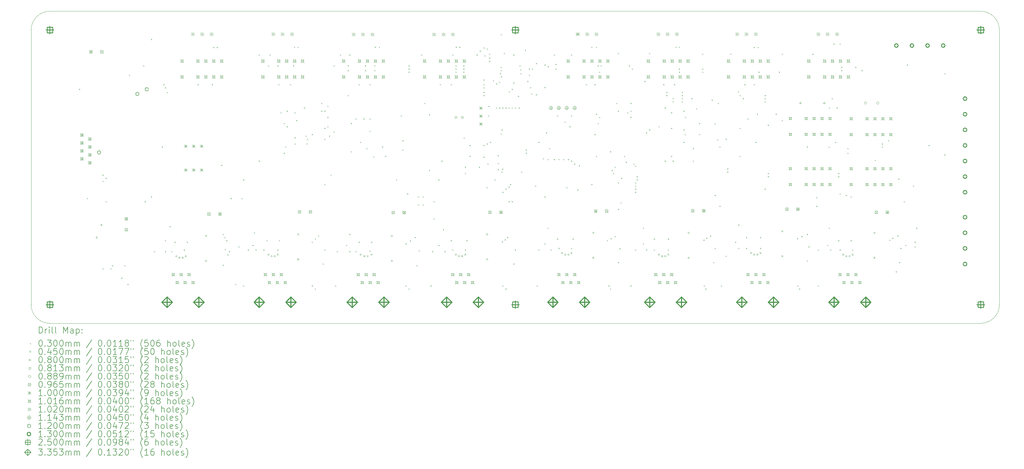
<source format=gbr>
%TF.GenerationSoftware,KiCad,Pcbnew,7.0.7*%
%TF.CreationDate,2024-01-25T11:56:01-05:00*%
%TF.ProjectId,AOML_AB_3.0_reorganized-v1,414f4d4c-5f41-4425-9f33-2e305f72656f,1*%
%TF.SameCoordinates,Original*%
%TF.FileFunction,Drillmap*%
%TF.FilePolarity,Positive*%
%FSLAX45Y45*%
G04 Gerber Fmt 4.5, Leading zero omitted, Abs format (unit mm)*
G04 Created by KiCad (PCBNEW 7.0.7) date 2024-01-25 11:56:01*
%MOMM*%
%LPD*%
G01*
G04 APERTURE LIST*
%ADD10C,0.100000*%
%ADD11C,0.200000*%
%ADD12C,0.030000*%
%ADD13C,0.045000*%
%ADD14C,0.080000*%
%ADD15C,0.081280*%
%ADD16C,0.088900*%
%ADD17C,0.096520*%
%ADD18C,0.101600*%
%ADD19C,0.102000*%
%ADD20C,0.114300*%
%ADD21C,0.120000*%
%ADD22C,0.130000*%
%ADD23C,0.250000*%
%ADD24C,0.335280*%
G04 APERTURE END LIST*
D10*
X5800000Y-8600000D02*
X35600000Y-8600000D01*
X36200000Y-9200000D02*
G75*
G03*
X35600000Y-8600000I-600000J0D01*
G01*
X36200000Y-9200000D02*
X36200000Y-18000000D01*
X5200000Y-18000000D02*
X5200000Y-9200000D01*
X5800000Y-8600000D02*
G75*
G03*
X5200000Y-9200000I0J-600000D01*
G01*
X35600000Y-18600000D02*
X5800000Y-18600000D01*
X35600000Y-18600000D02*
G75*
G03*
X36200000Y-18000000I0J600000D01*
G01*
X5200000Y-18000000D02*
G75*
G03*
X5800000Y-18600000I600000J0D01*
G01*
D11*
D12*
X6735000Y-11085000D02*
X6765000Y-11115000D01*
X6765000Y-11085000D02*
X6735000Y-11115000D01*
X6985000Y-14585000D02*
X7015000Y-14615000D01*
X7015000Y-14585000D02*
X6985000Y-14615000D01*
X7485000Y-13835000D02*
X7515000Y-13865000D01*
X7515000Y-13835000D02*
X7485000Y-13865000D01*
X7485000Y-14035000D02*
X7515000Y-14065000D01*
X7515000Y-14035000D02*
X7485000Y-14065000D01*
X7485000Y-16835000D02*
X7515000Y-16865000D01*
X7515000Y-16835000D02*
X7485000Y-16865000D01*
X7585000Y-13935000D02*
X7615000Y-13965000D01*
X7615000Y-13935000D02*
X7585000Y-13965000D01*
X7585000Y-14685000D02*
X7615000Y-14715000D01*
X7615000Y-14685000D02*
X7585000Y-14715000D01*
X7735000Y-16835000D02*
X7765000Y-16865000D01*
X7765000Y-16835000D02*
X7735000Y-16865000D01*
X7788500Y-16738500D02*
X7818500Y-16768500D01*
X7818500Y-16738500D02*
X7788500Y-16768500D01*
X8085000Y-17135000D02*
X8115000Y-17165000D01*
X8115000Y-17135000D02*
X8085000Y-17165000D01*
X8185000Y-16735000D02*
X8215000Y-16765000D01*
X8215000Y-16735000D02*
X8185000Y-16765000D01*
X8285000Y-17335000D02*
X8315000Y-17365000D01*
X8315000Y-17335000D02*
X8285000Y-17365000D01*
X8335000Y-10635000D02*
X8365000Y-10665000D01*
X8365000Y-10635000D02*
X8335000Y-10665000D01*
X8785000Y-10335000D02*
X8815000Y-10365000D01*
X8815000Y-10335000D02*
X8785000Y-10365000D01*
X8835000Y-14685000D02*
X8865000Y-14715000D01*
X8865000Y-14685000D02*
X8835000Y-14715000D01*
X9035000Y-9485000D02*
X9065000Y-9515000D01*
X9065000Y-9485000D02*
X9035000Y-9515000D01*
X9035000Y-14535000D02*
X9065000Y-14565000D01*
X9065000Y-14535000D02*
X9035000Y-14565000D01*
X9135000Y-16285000D02*
X9165000Y-16315000D01*
X9165000Y-16285000D02*
X9135000Y-16315000D01*
X9385000Y-12935000D02*
X9415000Y-12965000D01*
X9415000Y-12935000D02*
X9385000Y-12965000D01*
X9435000Y-10935000D02*
X9465000Y-10965000D01*
X9465000Y-10935000D02*
X9435000Y-10965000D01*
X9485000Y-11035000D02*
X9515000Y-11065000D01*
X9515000Y-11035000D02*
X9485000Y-11065000D01*
X9485000Y-15935000D02*
X9515000Y-15965000D01*
X9515000Y-15935000D02*
X9485000Y-15965000D01*
X9485000Y-16285000D02*
X9515000Y-16315000D01*
X9515000Y-16285000D02*
X9485000Y-16315000D01*
X9535000Y-11185000D02*
X9565000Y-11215000D01*
X9565000Y-11185000D02*
X9535000Y-11215000D01*
X9635000Y-15485000D02*
X9665000Y-15515000D01*
X9665000Y-15485000D02*
X9635000Y-15515000D01*
X9685000Y-16285000D02*
X9715000Y-16315000D01*
X9715000Y-16285000D02*
X9685000Y-16315000D01*
X9785000Y-15985000D02*
X9815000Y-16015000D01*
X9815000Y-15985000D02*
X9785000Y-16015000D01*
X10085000Y-16235000D02*
X10115000Y-16265000D01*
X10115000Y-16235000D02*
X10085000Y-16265000D01*
X10185000Y-15985000D02*
X10215000Y-16015000D01*
X10215000Y-15985000D02*
X10185000Y-16015000D01*
X10527000Y-10935000D02*
X10557000Y-10965000D01*
X10557000Y-10935000D02*
X10527000Y-10965000D01*
X10985000Y-10935000D02*
X11015000Y-10965000D01*
X11015000Y-10935000D02*
X10985000Y-10965000D01*
X11031000Y-9744950D02*
X11061000Y-9774950D01*
X11061000Y-9744950D02*
X11031000Y-9774950D01*
X11142200Y-9744950D02*
X11172200Y-9774950D01*
X11172200Y-9744950D02*
X11142200Y-9774950D01*
X11285000Y-13520050D02*
X11315000Y-13550050D01*
X11315000Y-13520050D02*
X11285000Y-13550050D01*
X11335000Y-15735000D02*
X11365000Y-15765000D01*
X11365000Y-15735000D02*
X11335000Y-15765000D01*
X11335000Y-16722550D02*
X11365000Y-16752550D01*
X11365000Y-16722550D02*
X11335000Y-16752550D01*
X11385000Y-15835000D02*
X11415000Y-15865000D01*
X11415000Y-15835000D02*
X11385000Y-15865000D01*
X11402500Y-16217500D02*
X11432500Y-16247500D01*
X11432500Y-16217500D02*
X11402500Y-16247500D01*
X11447500Y-15935000D02*
X11477500Y-15965000D01*
X11477500Y-15935000D02*
X11447500Y-15965000D01*
X11485000Y-16385000D02*
X11515000Y-16415000D01*
X11515000Y-16385000D02*
X11485000Y-16415000D01*
X11535000Y-16285000D02*
X11565000Y-16315000D01*
X11565000Y-16285000D02*
X11535000Y-16315000D01*
X11585000Y-14585000D02*
X11615000Y-14615000D01*
X11615000Y-14585000D02*
X11585000Y-14615000D01*
X11735000Y-17335000D02*
X11765000Y-17365000D01*
X11765000Y-17335000D02*
X11735000Y-17365000D01*
X11835000Y-16135000D02*
X11865000Y-16165000D01*
X11865000Y-16135000D02*
X11835000Y-16165000D01*
X11937450Y-14585000D02*
X11967450Y-14615000D01*
X11967450Y-14585000D02*
X11937450Y-14615000D01*
X11985000Y-13985000D02*
X12015000Y-14015000D01*
X12015000Y-13985000D02*
X11985000Y-14015000D01*
X11985000Y-17385000D02*
X12015000Y-17415000D01*
X12015000Y-17385000D02*
X11985000Y-17415000D01*
X12135000Y-16235000D02*
X12165000Y-16265000D01*
X12165000Y-16235000D02*
X12135000Y-16265000D01*
X12285000Y-16085000D02*
X12315000Y-16115000D01*
X12315000Y-16085000D02*
X12285000Y-16115000D01*
X12335000Y-15685000D02*
X12365000Y-15715000D01*
X12365000Y-15685000D02*
X12335000Y-15715000D01*
X12385000Y-16235000D02*
X12415000Y-16265000D01*
X12415000Y-16235000D02*
X12385000Y-16265000D01*
X12485000Y-9985000D02*
X12515000Y-10015000D01*
X12515000Y-9985000D02*
X12485000Y-10015000D01*
X12485000Y-13385000D02*
X12515000Y-13415000D01*
X12515000Y-13385000D02*
X12485000Y-13415000D01*
X12635000Y-16235000D02*
X12665000Y-16265000D01*
X12665000Y-16235000D02*
X12635000Y-16265000D01*
X12735000Y-15935000D02*
X12765000Y-15965000D01*
X12765000Y-15935000D02*
X12735000Y-15965000D01*
X12785000Y-10335000D02*
X12815000Y-10365000D01*
X12815000Y-10335000D02*
X12785000Y-10365000D01*
X12835000Y-9985000D02*
X12865000Y-10015000D01*
X12865000Y-9985000D02*
X12835000Y-10015000D01*
X13085000Y-10335000D02*
X13115000Y-10365000D01*
X13115000Y-10335000D02*
X13085000Y-10365000D01*
X13085000Y-16235000D02*
X13115000Y-16265000D01*
X13115000Y-16235000D02*
X13085000Y-16265000D01*
X13114333Y-10935000D02*
X13144333Y-10965000D01*
X13144333Y-10935000D02*
X13114333Y-10965000D01*
X13135000Y-15935000D02*
X13165000Y-15965000D01*
X13165000Y-15935000D02*
X13135000Y-15965000D01*
X13185000Y-11835000D02*
X13215000Y-11865000D01*
X13215000Y-11835000D02*
X13185000Y-11865000D01*
X13285000Y-12185000D02*
X13315000Y-12215000D01*
X13315000Y-12185000D02*
X13285000Y-12215000D01*
X13285000Y-13135000D02*
X13315000Y-13165000D01*
X13315000Y-13135000D02*
X13285000Y-13165000D01*
X13335000Y-12935000D02*
X13365000Y-12965000D01*
X13365000Y-12935000D02*
X13335000Y-12965000D01*
X13385000Y-11785000D02*
X13415000Y-11815000D01*
X13415000Y-11785000D02*
X13385000Y-11815000D01*
X13385000Y-12285000D02*
X13415000Y-12315000D01*
X13415000Y-12285000D02*
X13385000Y-12315000D01*
X13485000Y-10935000D02*
X13515000Y-10965000D01*
X13515000Y-10935000D02*
X13485000Y-10965000D01*
X13585000Y-10335000D02*
X13615000Y-10365000D01*
X13615000Y-10335000D02*
X13585000Y-10365000D01*
X13618333Y-9735000D02*
X13648333Y-9765000D01*
X13648333Y-9735000D02*
X13618333Y-9765000D01*
X13635000Y-11835000D02*
X13665000Y-11865000D01*
X13665000Y-11835000D02*
X13635000Y-11865000D01*
X13635000Y-12635000D02*
X13665000Y-12665000D01*
X13665000Y-12635000D02*
X13635000Y-12665000D01*
X13635000Y-12835000D02*
X13665000Y-12865000D01*
X13665000Y-12835000D02*
X13635000Y-12865000D01*
X13685000Y-12085000D02*
X13715000Y-12115000D01*
X13715000Y-12085000D02*
X13685000Y-12115000D01*
X13729533Y-9740467D02*
X13759533Y-9770467D01*
X13759533Y-9740467D02*
X13729533Y-9770467D01*
X13935000Y-11685000D02*
X13965000Y-11715000D01*
X13965000Y-11685000D02*
X13935000Y-11715000D01*
X13985000Y-12585000D02*
X14015000Y-12615000D01*
X14015000Y-12585000D02*
X13985000Y-12615000D01*
X14019550Y-12829500D02*
X14049550Y-12859500D01*
X14049550Y-12829500D02*
X14019550Y-12859500D01*
X14035000Y-12685000D02*
X14065000Y-12715000D01*
X14065000Y-12685000D02*
X14035000Y-12715000D01*
X14185000Y-12535000D02*
X14215000Y-12565000D01*
X14215000Y-12535000D02*
X14185000Y-12565000D01*
X14185000Y-15985000D02*
X14215000Y-16015000D01*
X14215000Y-15985000D02*
X14185000Y-16015000D01*
X14185000Y-17385000D02*
X14215000Y-17415000D01*
X14215000Y-17385000D02*
X14185000Y-17415000D01*
X14285000Y-15885000D02*
X14315000Y-15915000D01*
X14315000Y-15885000D02*
X14285000Y-15915000D01*
X14285000Y-17485000D02*
X14315000Y-17515000D01*
X14315000Y-17485000D02*
X14285000Y-17515000D01*
X14385000Y-15785000D02*
X14415000Y-15815000D01*
X14415000Y-15785000D02*
X14385000Y-15815000D01*
X14485000Y-11535000D02*
X14515000Y-11565000D01*
X14515000Y-11535000D02*
X14485000Y-11565000D01*
X14485000Y-11785000D02*
X14515000Y-11815000D01*
X14515000Y-11785000D02*
X14485000Y-11815000D01*
X14535000Y-16685000D02*
X14565000Y-16715000D01*
X14565000Y-16685000D02*
X14535000Y-16715000D01*
X14585000Y-11785000D02*
X14615000Y-11815000D01*
X14615000Y-11785000D02*
X14585000Y-11815000D01*
X14585000Y-12335000D02*
X14615000Y-12365000D01*
X14615000Y-12335000D02*
X14585000Y-12365000D01*
X14585000Y-12685000D02*
X14615000Y-12715000D01*
X14615000Y-12685000D02*
X14585000Y-12715000D01*
X14585000Y-14135000D02*
X14615000Y-14165000D01*
X14615000Y-14135000D02*
X14585000Y-14165000D01*
X14585000Y-16235000D02*
X14615000Y-16265000D01*
X14615000Y-16235000D02*
X14585000Y-16265000D01*
X14685000Y-11635000D02*
X14715000Y-11665000D01*
X14715000Y-11635000D02*
X14685000Y-11665000D01*
X14685000Y-11985000D02*
X14715000Y-12015000D01*
X14715000Y-11985000D02*
X14685000Y-12015000D01*
X14685000Y-12285000D02*
X14715000Y-12315000D01*
X14715000Y-12285000D02*
X14685000Y-12315000D01*
X14735000Y-12585000D02*
X14765000Y-12615000D01*
X14765000Y-12585000D02*
X14735000Y-12615000D01*
X14785000Y-13835000D02*
X14815000Y-13865000D01*
X14815000Y-13835000D02*
X14785000Y-13865000D01*
X14885000Y-10335000D02*
X14915000Y-10365000D01*
X14915000Y-10335000D02*
X14885000Y-10365000D01*
X14885000Y-12448500D02*
X14915000Y-12478500D01*
X14915000Y-12448500D02*
X14885000Y-12478500D01*
X14935000Y-17385000D02*
X14965000Y-17415000D01*
X14965000Y-17385000D02*
X14935000Y-17415000D01*
X14985000Y-16285000D02*
X15015000Y-16315000D01*
X15015000Y-16285000D02*
X14985000Y-16315000D01*
X15085000Y-9985000D02*
X15115000Y-10015000D01*
X15115000Y-9985000D02*
X15085000Y-10015000D01*
X15285000Y-16085000D02*
X15315000Y-16115000D01*
X15315000Y-16085000D02*
X15285000Y-16115000D01*
X15335000Y-10335000D02*
X15365000Y-10365000D01*
X15365000Y-10335000D02*
X15335000Y-10365000D01*
X15335000Y-10485000D02*
X15365000Y-10515000D01*
X15365000Y-10485000D02*
X15335000Y-10515000D01*
X15335000Y-11285000D02*
X15365000Y-11315000D01*
X15365000Y-11285000D02*
X15335000Y-11315000D01*
X15385000Y-9985000D02*
X15415000Y-10015000D01*
X15415000Y-9985000D02*
X15385000Y-10015000D01*
X15385000Y-15735000D02*
X15415000Y-15765000D01*
X15415000Y-15735000D02*
X15385000Y-15765000D01*
X15385000Y-16285000D02*
X15415000Y-16315000D01*
X15415000Y-16285000D02*
X15385000Y-16315000D01*
X15435000Y-12185000D02*
X15465000Y-12215000D01*
X15465000Y-12185000D02*
X15435000Y-12215000D01*
X15435000Y-13085000D02*
X15465000Y-13115000D01*
X15465000Y-13085000D02*
X15435000Y-13115000D01*
X15585000Y-12035000D02*
X15615000Y-12065000D01*
X15615000Y-12035000D02*
X15585000Y-12065000D01*
X15585000Y-16285000D02*
X15615000Y-16315000D01*
X15615000Y-16285000D02*
X15585000Y-16315000D01*
X15685000Y-10935000D02*
X15715000Y-10965000D01*
X15715000Y-10935000D02*
X15685000Y-10965000D01*
X15685000Y-15985000D02*
X15715000Y-16015000D01*
X15715000Y-15985000D02*
X15685000Y-16015000D01*
X15735000Y-12785000D02*
X15765000Y-12815000D01*
X15765000Y-12785000D02*
X15735000Y-12815000D01*
X15835000Y-12035000D02*
X15865000Y-12065000D01*
X15865000Y-12035000D02*
X15835000Y-12065000D01*
X15885000Y-10335000D02*
X15915000Y-10365000D01*
X15915000Y-10335000D02*
X15885000Y-10365000D01*
X15885000Y-10485000D02*
X15915000Y-10515000D01*
X15915000Y-10485000D02*
X15885000Y-10515000D01*
X15935000Y-12985000D02*
X15965000Y-13015000D01*
X15965000Y-12985000D02*
X15935000Y-13015000D01*
X16035000Y-10935000D02*
X16065000Y-10965000D01*
X16065000Y-10935000D02*
X16035000Y-10965000D01*
X16035000Y-12035000D02*
X16065000Y-12065000D01*
X16065000Y-12035000D02*
X16035000Y-12065000D01*
X16035000Y-12435000D02*
X16065000Y-12465000D01*
X16065000Y-12435000D02*
X16035000Y-12465000D01*
X16035000Y-16270230D02*
X16065000Y-16300230D01*
X16065000Y-16270230D02*
X16035000Y-16300230D01*
X16085000Y-15985000D02*
X16115000Y-16015000D01*
X16115000Y-15985000D02*
X16085000Y-16015000D01*
X16155000Y-13255000D02*
X16185000Y-13285000D01*
X16185000Y-13255000D02*
X16155000Y-13285000D01*
X16185000Y-10335000D02*
X16215000Y-10365000D01*
X16215000Y-10335000D02*
X16185000Y-10365000D01*
X16185000Y-10485000D02*
X16215000Y-10515000D01*
X16215000Y-10485000D02*
X16185000Y-10515000D01*
X16205667Y-9735000D02*
X16235667Y-9765000D01*
X16235667Y-9735000D02*
X16205667Y-9765000D01*
X16335000Y-9735000D02*
X16365000Y-9765000D01*
X16365000Y-9735000D02*
X16335000Y-9765000D01*
X16435000Y-12935000D02*
X16465000Y-12965000D01*
X16465000Y-12935000D02*
X16435000Y-12965000D01*
X16535000Y-13235000D02*
X16565000Y-13265000D01*
X16565000Y-13235000D02*
X16535000Y-13265000D01*
X16885000Y-13985000D02*
X16915000Y-14015000D01*
X16915000Y-13985000D02*
X16885000Y-14015000D01*
X17035000Y-11935000D02*
X17065000Y-11965000D01*
X17065000Y-11935000D02*
X17035000Y-11965000D01*
X17085000Y-12735000D02*
X17115000Y-12765000D01*
X17115000Y-12735000D02*
X17085000Y-12765000D01*
X17085000Y-13035000D02*
X17115000Y-13065000D01*
X17115000Y-13035000D02*
X17085000Y-13065000D01*
X17185000Y-16035000D02*
X17215000Y-16065000D01*
X17215000Y-16035000D02*
X17185000Y-16065000D01*
X17185000Y-17385000D02*
X17215000Y-17415000D01*
X17215000Y-17385000D02*
X17185000Y-17415000D01*
X17235000Y-14435000D02*
X17265000Y-14465000D01*
X17265000Y-14435000D02*
X17235000Y-14465000D01*
X17285000Y-10335000D02*
X17315000Y-10365000D01*
X17315000Y-10335000D02*
X17285000Y-10365000D01*
X17285000Y-10435000D02*
X17315000Y-10465000D01*
X17315000Y-10435000D02*
X17285000Y-10465000D01*
X17285000Y-10535000D02*
X17315000Y-10565000D01*
X17315000Y-10535000D02*
X17285000Y-10565000D01*
X17285000Y-17485000D02*
X17315000Y-17515000D01*
X17315000Y-17485000D02*
X17285000Y-17515000D01*
X17325190Y-15944810D02*
X17355190Y-15974810D01*
X17355190Y-15944810D02*
X17325190Y-15974810D01*
X17481530Y-15833888D02*
X17511530Y-15863888D01*
X17511530Y-15833888D02*
X17481530Y-15863888D01*
X17535000Y-16735000D02*
X17565000Y-16765000D01*
X17565000Y-16735000D02*
X17535000Y-16765000D01*
X17585000Y-14532550D02*
X17615000Y-14562550D01*
X17615000Y-14532550D02*
X17585000Y-14562550D01*
X17585000Y-14785000D02*
X17615000Y-14815000D01*
X17615000Y-14785000D02*
X17585000Y-14815000D01*
X17610000Y-16260000D02*
X17640000Y-16290000D01*
X17640000Y-16260000D02*
X17610000Y-16290000D01*
X17685000Y-9985000D02*
X17715000Y-10015000D01*
X17715000Y-9985000D02*
X17685000Y-10015000D01*
X17735000Y-14532550D02*
X17765000Y-14562550D01*
X17765000Y-14532550D02*
X17735000Y-14562550D01*
X17735000Y-14785000D02*
X17765000Y-14815000D01*
X17765000Y-14785000D02*
X17735000Y-14815000D01*
X17785000Y-11535000D02*
X17815000Y-11565000D01*
X17815000Y-11535000D02*
X17785000Y-11565000D01*
X17935000Y-11899580D02*
X17965000Y-11929580D01*
X17965000Y-11899580D02*
X17935000Y-11929580D01*
X17935000Y-13685000D02*
X17965000Y-13715000D01*
X17965000Y-13685000D02*
X17935000Y-13715000D01*
X17985000Y-17385000D02*
X18015000Y-17415000D01*
X18015000Y-17385000D02*
X17985000Y-17415000D01*
X18035000Y-16285000D02*
X18065000Y-16315000D01*
X18065000Y-16285000D02*
X18035000Y-16315000D01*
X18085000Y-14685000D02*
X18115000Y-14715000D01*
X18115000Y-14685000D02*
X18085000Y-14715000D01*
X18085000Y-15235000D02*
X18115000Y-15265000D01*
X18115000Y-15235000D02*
X18085000Y-15265000D01*
X18235000Y-13985000D02*
X18265000Y-14015000D01*
X18265000Y-13985000D02*
X18235000Y-14015000D01*
X18235000Y-16085000D02*
X18265000Y-16115000D01*
X18265000Y-16085000D02*
X18235000Y-16115000D01*
X18285000Y-10935000D02*
X18315000Y-10965000D01*
X18315000Y-10935000D02*
X18285000Y-10965000D01*
X18335000Y-13385000D02*
X18365000Y-13415000D01*
X18365000Y-13385000D02*
X18335000Y-13415000D01*
X18385000Y-15585000D02*
X18415000Y-15615000D01*
X18415000Y-15585000D02*
X18385000Y-15615000D01*
X18435000Y-16285000D02*
X18465000Y-16315000D01*
X18465000Y-16285000D02*
X18435000Y-16315000D01*
X18635000Y-10935000D02*
X18665000Y-10965000D01*
X18665000Y-10935000D02*
X18635000Y-10965000D01*
X18635000Y-15935000D02*
X18665000Y-15965000D01*
X18665000Y-15935000D02*
X18635000Y-15965000D01*
X18685000Y-9985000D02*
X18715000Y-10015000D01*
X18715000Y-9985000D02*
X18685000Y-10015000D01*
X18685000Y-16235000D02*
X18715000Y-16265000D01*
X18715000Y-16235000D02*
X18685000Y-16265000D01*
X18785000Y-10335000D02*
X18815000Y-10365000D01*
X18815000Y-10335000D02*
X18785000Y-10365000D01*
X18785000Y-10435000D02*
X18815000Y-10465000D01*
X18815000Y-10435000D02*
X18785000Y-10465000D01*
X18785000Y-10535000D02*
X18815000Y-10565000D01*
X18815000Y-10535000D02*
X18785000Y-10565000D01*
X18793000Y-9735000D02*
X18823000Y-9765000D01*
X18823000Y-9735000D02*
X18793000Y-9765000D01*
X18904200Y-9735000D02*
X18934200Y-9765000D01*
X18934200Y-9735000D02*
X18904200Y-9765000D01*
X19035000Y-10335000D02*
X19065000Y-10365000D01*
X19065000Y-10335000D02*
X19035000Y-10365000D01*
X19035000Y-10435000D02*
X19065000Y-10465000D01*
X19065000Y-10435000D02*
X19035000Y-10465000D01*
X19035000Y-10535000D02*
X19065000Y-10565000D01*
X19065000Y-10535000D02*
X19035000Y-10565000D01*
X19046275Y-12646275D02*
X19076275Y-12676275D01*
X19076275Y-12646275D02*
X19046275Y-12676275D01*
X19085000Y-13585000D02*
X19115000Y-13615000D01*
X19115000Y-13585000D02*
X19085000Y-13615000D01*
X19085000Y-13785000D02*
X19115000Y-13815000D01*
X19115000Y-13785000D02*
X19085000Y-13815000D01*
X19085000Y-16235000D02*
X19115000Y-16265000D01*
X19115000Y-16235000D02*
X19085000Y-16265000D01*
X19135000Y-15935000D02*
X19165000Y-15965000D01*
X19165000Y-15935000D02*
X19135000Y-15965000D01*
X19235000Y-12885000D02*
X19265000Y-12915000D01*
X19265000Y-12885000D02*
X19235000Y-12915000D01*
X19235000Y-13235000D02*
X19265000Y-13265000D01*
X19265000Y-13235000D02*
X19235000Y-13265000D01*
X19460000Y-9985000D02*
X19490000Y-10015000D01*
X19490000Y-9985000D02*
X19460000Y-10015000D01*
X19535000Y-13585000D02*
X19565000Y-13615000D01*
X19565000Y-13585000D02*
X19535000Y-13615000D01*
X19560000Y-9860000D02*
X19590000Y-9890000D01*
X19590000Y-9860000D02*
X19560000Y-9890000D01*
X19685000Y-9760000D02*
X19715000Y-9790000D01*
X19715000Y-9760000D02*
X19685000Y-9790000D01*
X19685000Y-10785000D02*
X19715000Y-10815000D01*
X19715000Y-10785000D02*
X19685000Y-10815000D01*
X19685000Y-10935000D02*
X19715000Y-10965000D01*
X19715000Y-10935000D02*
X19685000Y-10965000D01*
X19685000Y-11035000D02*
X19715000Y-11065000D01*
X19715000Y-11035000D02*
X19685000Y-11065000D01*
X19685000Y-11185000D02*
X19715000Y-11215000D01*
X19715000Y-11185000D02*
X19685000Y-11215000D01*
X19685000Y-11285000D02*
X19715000Y-11315000D01*
X19715000Y-11285000D02*
X19685000Y-11315000D01*
X19685000Y-12885000D02*
X19715000Y-12915000D01*
X19715000Y-12885000D02*
X19685000Y-12915000D01*
X19685000Y-13260000D02*
X19715000Y-13290000D01*
X19715000Y-13260000D02*
X19685000Y-13290000D01*
X19710000Y-10010000D02*
X19740000Y-10040000D01*
X19740000Y-10010000D02*
X19710000Y-10040000D01*
X19785000Y-9789950D02*
X19815000Y-9819950D01*
X19815000Y-9789950D02*
X19785000Y-9819950D01*
X19785000Y-12835000D02*
X19815000Y-12865000D01*
X19815000Y-12835000D02*
X19785000Y-12865000D01*
X19785000Y-14235000D02*
X19815000Y-14265000D01*
X19815000Y-14235000D02*
X19785000Y-14265000D01*
X19810000Y-13485000D02*
X19840000Y-13515000D01*
X19840000Y-13485000D02*
X19810000Y-13515000D01*
X19831000Y-11939000D02*
X19861000Y-11969000D01*
X19861000Y-11939000D02*
X19831000Y-11969000D01*
X19835000Y-11635000D02*
X19865000Y-11665000D01*
X19865000Y-11635000D02*
X19835000Y-11665000D01*
X19860000Y-9960000D02*
X19890000Y-9990000D01*
X19890000Y-9960000D02*
X19860000Y-9990000D01*
X19860000Y-10085000D02*
X19890000Y-10115000D01*
X19890000Y-10085000D02*
X19860000Y-10115000D01*
X19860000Y-10185000D02*
X19890000Y-10215000D01*
X19890000Y-10185000D02*
X19860000Y-10215000D01*
X19885000Y-12785000D02*
X19915000Y-12815000D01*
X19915000Y-12785000D02*
X19885000Y-12815000D01*
X19985000Y-10810000D02*
X20015000Y-10840000D01*
X20015000Y-10810000D02*
X19985000Y-10840000D01*
X20035000Y-13985000D02*
X20065000Y-14015000D01*
X20065000Y-13985000D02*
X20035000Y-14015000D01*
X20085000Y-10910000D02*
X20115000Y-10940000D01*
X20115000Y-10910000D02*
X20085000Y-10940000D01*
X20085000Y-11685000D02*
X20115000Y-11715000D01*
X20115000Y-11685000D02*
X20085000Y-11715000D01*
X20135000Y-13210000D02*
X20165000Y-13240000D01*
X20165000Y-13210000D02*
X20135000Y-13240000D01*
X20135000Y-13460000D02*
X20165000Y-13490000D01*
X20165000Y-13460000D02*
X20135000Y-13490000D01*
X20135000Y-13660000D02*
X20165000Y-13690000D01*
X20165000Y-13660000D02*
X20135000Y-13690000D01*
X20185000Y-10860000D02*
X20215000Y-10890000D01*
X20215000Y-10860000D02*
X20185000Y-10890000D01*
X20185000Y-11685000D02*
X20215000Y-11715000D01*
X20215000Y-11685000D02*
X20185000Y-11715000D01*
X20210000Y-10585000D02*
X20240000Y-10615000D01*
X20240000Y-10585000D02*
X20210000Y-10615000D01*
X20235000Y-9335000D02*
X20265000Y-9365000D01*
X20265000Y-9335000D02*
X20235000Y-9365000D01*
X20235000Y-10385000D02*
X20265000Y-10415000D01*
X20265000Y-10385000D02*
X20235000Y-10415000D01*
X20235000Y-10485000D02*
X20265000Y-10515000D01*
X20265000Y-10485000D02*
X20235000Y-10515000D01*
X20235000Y-12519720D02*
X20265000Y-12549720D01*
X20265000Y-12519720D02*
X20235000Y-12549720D01*
X20240493Y-10685000D02*
X20270493Y-10715000D01*
X20270493Y-10685000D02*
X20240493Y-10715000D01*
X20260000Y-13735000D02*
X20290000Y-13765000D01*
X20290000Y-13735000D02*
X20260000Y-13765000D01*
X20260000Y-12385000D02*
X20290000Y-12415000D01*
X20290000Y-12385000D02*
X20260000Y-12415000D01*
X20272500Y-15972500D02*
X20302500Y-16002500D01*
X20302500Y-15972500D02*
X20272500Y-16002500D01*
X20278851Y-13641782D02*
X20308851Y-13671782D01*
X20308851Y-13641782D02*
X20278851Y-13671782D01*
X20285000Y-11685000D02*
X20315000Y-11715000D01*
X20315000Y-11685000D02*
X20285000Y-11715000D01*
X20285000Y-14385000D02*
X20315000Y-14415000D01*
X20315000Y-14385000D02*
X20285000Y-14415000D01*
X20285000Y-17385000D02*
X20315000Y-17415000D01*
X20315000Y-17385000D02*
X20285000Y-17415000D01*
X20335000Y-9935000D02*
X20365000Y-9965000D01*
X20365000Y-9935000D02*
X20335000Y-9965000D01*
X20362500Y-15907500D02*
X20392500Y-15937500D01*
X20392500Y-15907500D02*
X20362500Y-15937500D01*
X20385000Y-11685000D02*
X20415000Y-11715000D01*
X20415000Y-11685000D02*
X20385000Y-11715000D01*
X20385000Y-14285000D02*
X20415000Y-14315000D01*
X20415000Y-14285000D02*
X20385000Y-14315000D01*
X20385000Y-17485000D02*
X20415000Y-17515000D01*
X20415000Y-17485000D02*
X20385000Y-17515000D01*
X20435000Y-15832500D02*
X20465000Y-15862500D01*
X20465000Y-15832500D02*
X20435000Y-15862500D01*
X20485000Y-11685000D02*
X20515000Y-11715000D01*
X20515000Y-11685000D02*
X20485000Y-11715000D01*
X20485000Y-14219252D02*
X20515000Y-14249252D01*
X20515000Y-14219252D02*
X20485000Y-14249252D01*
X20485000Y-14685000D02*
X20515000Y-14715000D01*
X20515000Y-14685000D02*
X20485000Y-14715000D01*
X20498000Y-11162000D02*
X20528000Y-11192000D01*
X20528000Y-11162000D02*
X20498000Y-11192000D01*
X20535000Y-14135000D02*
X20565000Y-14165000D01*
X20565000Y-14135000D02*
X20535000Y-14165000D01*
X20585000Y-11085000D02*
X20615000Y-11115000D01*
X20615000Y-11085000D02*
X20585000Y-11115000D01*
X20585000Y-11685000D02*
X20615000Y-11715000D01*
X20615000Y-11685000D02*
X20585000Y-11715000D01*
X20585000Y-14685000D02*
X20615000Y-14715000D01*
X20615000Y-14685000D02*
X20585000Y-14715000D01*
X20635000Y-9985000D02*
X20665000Y-10015000D01*
X20665000Y-9985000D02*
X20635000Y-10015000D01*
X20635000Y-10885000D02*
X20665000Y-10915000D01*
X20665000Y-10885000D02*
X20635000Y-10915000D01*
X20635000Y-16685000D02*
X20665000Y-16715000D01*
X20665000Y-16685000D02*
X20635000Y-16715000D01*
X20685000Y-11685000D02*
X20715000Y-11715000D01*
X20715000Y-11685000D02*
X20685000Y-11715000D01*
X20685000Y-16235000D02*
X20715000Y-16265000D01*
X20715000Y-16235000D02*
X20685000Y-16265000D01*
X20785000Y-11310000D02*
X20815000Y-11340000D01*
X20815000Y-11310000D02*
X20785000Y-11340000D01*
X20810000Y-11685000D02*
X20840000Y-11715000D01*
X20840000Y-11685000D02*
X20810000Y-11715000D01*
X20835000Y-10335000D02*
X20865000Y-10365000D01*
X20865000Y-10335000D02*
X20835000Y-10365000D01*
X20860000Y-10460000D02*
X20890000Y-10490000D01*
X20890000Y-10460000D02*
X20860000Y-10490000D01*
X20864950Y-10585000D02*
X20894950Y-10615000D01*
X20894950Y-10585000D02*
X20864950Y-10615000D01*
X20885000Y-13735000D02*
X20915000Y-13765000D01*
X20915000Y-13735000D02*
X20885000Y-13765000D01*
X21010000Y-9835000D02*
X21040000Y-9865000D01*
X21040000Y-9835000D02*
X21010000Y-9865000D01*
X21035000Y-13035000D02*
X21065000Y-13065000D01*
X21065000Y-13035000D02*
X21035000Y-13065000D01*
X21035000Y-13135000D02*
X21065000Y-13165000D01*
X21065000Y-13135000D02*
X21035000Y-13165000D01*
X21085000Y-10835000D02*
X21115000Y-10865000D01*
X21115000Y-10835000D02*
X21085000Y-10865000D01*
X21135000Y-10435000D02*
X21165000Y-10465000D01*
X21165000Y-10435000D02*
X21135000Y-10465000D01*
X21135000Y-10635000D02*
X21165000Y-10665000D01*
X21165000Y-10635000D02*
X21135000Y-10665000D01*
X21175500Y-11025500D02*
X21205500Y-11055500D01*
X21205500Y-11025500D02*
X21175500Y-11055500D01*
X21210000Y-11235000D02*
X21240000Y-11265000D01*
X21240000Y-11235000D02*
X21210000Y-11265000D01*
X21235000Y-10435000D02*
X21265000Y-10465000D01*
X21265000Y-10435000D02*
X21235000Y-10465000D01*
X21335000Y-14185000D02*
X21365000Y-14215000D01*
X21365000Y-14185000D02*
X21335000Y-14215000D01*
X21360000Y-10260000D02*
X21390000Y-10290000D01*
X21390000Y-10260000D02*
X21360000Y-10290000D01*
X21360000Y-11260000D02*
X21390000Y-11290000D01*
X21390000Y-11260000D02*
X21360000Y-11290000D01*
X21385000Y-17385000D02*
X21415000Y-17415000D01*
X21415000Y-17385000D02*
X21385000Y-17415000D01*
X21435000Y-12785000D02*
X21465000Y-12815000D01*
X21465000Y-12785000D02*
X21435000Y-12815000D01*
X21435000Y-16235000D02*
X21465000Y-16265000D01*
X21465000Y-16235000D02*
X21435000Y-16265000D01*
X21585000Y-13310000D02*
X21615000Y-13340000D01*
X21615000Y-13310000D02*
X21585000Y-13340000D01*
X21635000Y-10310000D02*
X21665000Y-10340000D01*
X21665000Y-10310000D02*
X21635000Y-10340000D01*
X21635000Y-11025500D02*
X21665000Y-11055500D01*
X21665000Y-11025500D02*
X21635000Y-11055500D01*
X21635000Y-14535000D02*
X21665000Y-14565000D01*
X21665000Y-14535000D02*
X21635000Y-14565000D01*
X21635000Y-16035000D02*
X21665000Y-16065000D01*
X21665000Y-16035000D02*
X21635000Y-16065000D01*
X21685000Y-12485000D02*
X21715000Y-12515000D01*
X21715000Y-12485000D02*
X21685000Y-12515000D01*
X21735000Y-10360000D02*
X21765000Y-10390000D01*
X21765000Y-10360000D02*
X21735000Y-10390000D01*
X21735000Y-13335000D02*
X21765000Y-13365000D01*
X21765000Y-13335000D02*
X21735000Y-13365000D01*
X21735000Y-15535000D02*
X21765000Y-15565000D01*
X21765000Y-15535000D02*
X21735000Y-15565000D01*
X21785000Y-12985000D02*
X21815000Y-13015000D01*
X21815000Y-12985000D02*
X21785000Y-13015000D01*
X21835000Y-16235000D02*
X21865000Y-16265000D01*
X21865000Y-16235000D02*
X21835000Y-16265000D01*
X21935000Y-9985000D02*
X21965000Y-10015000D01*
X21965000Y-9985000D02*
X21935000Y-10015000D01*
X21935000Y-13335000D02*
X21965000Y-13365000D01*
X21965000Y-13335000D02*
X21935000Y-13365000D01*
X21985000Y-10285000D02*
X22015000Y-10315000D01*
X22015000Y-10285000D02*
X21985000Y-10315000D01*
X21985000Y-10435000D02*
X22015000Y-10465000D01*
X22015000Y-10435000D02*
X21985000Y-10465000D01*
X22035000Y-11935000D02*
X22065000Y-11965000D01*
X22065000Y-11935000D02*
X22035000Y-11965000D01*
X22035000Y-15885000D02*
X22065000Y-15915000D01*
X22065000Y-15885000D02*
X22035000Y-15915000D01*
X22085000Y-13335000D02*
X22115000Y-13365000D01*
X22115000Y-13335000D02*
X22085000Y-13365000D01*
X22085000Y-16185000D02*
X22115000Y-16215000D01*
X22115000Y-16185000D02*
X22085000Y-16215000D01*
X22235000Y-13335000D02*
X22265000Y-13365000D01*
X22265000Y-13335000D02*
X22235000Y-13365000D01*
X22285000Y-12135000D02*
X22315000Y-12165000D01*
X22315000Y-12135000D02*
X22285000Y-12165000D01*
X22335000Y-14235000D02*
X22365000Y-14265000D01*
X22365000Y-14235000D02*
X22335000Y-14265000D01*
X22385000Y-13335000D02*
X22415000Y-13365000D01*
X22415000Y-13335000D02*
X22385000Y-13365000D01*
X22435000Y-12285000D02*
X22465000Y-12315000D01*
X22465000Y-12285000D02*
X22435000Y-12315000D01*
X22485000Y-9985000D02*
X22515000Y-10015000D01*
X22515000Y-9985000D02*
X22485000Y-10015000D01*
X22485000Y-11935000D02*
X22515000Y-11965000D01*
X22515000Y-11935000D02*
X22485000Y-11965000D01*
X22485000Y-13385000D02*
X22515000Y-13415000D01*
X22515000Y-13385000D02*
X22485000Y-13415000D01*
X22485000Y-16185000D02*
X22515000Y-16215000D01*
X22515000Y-16185000D02*
X22485000Y-16215000D01*
X22535000Y-15885000D02*
X22565000Y-15915000D01*
X22565000Y-15885000D02*
X22535000Y-15915000D01*
X22585000Y-13485000D02*
X22615000Y-13515000D01*
X22615000Y-13485000D02*
X22585000Y-13515000D01*
X22685000Y-14312550D02*
X22715000Y-14342550D01*
X22715000Y-14312550D02*
X22685000Y-14342550D01*
X22735000Y-13535000D02*
X22765000Y-13565000D01*
X22765000Y-13535000D02*
X22735000Y-13565000D01*
X22960000Y-10935000D02*
X22990000Y-10965000D01*
X22990000Y-10935000D02*
X22960000Y-10965000D01*
X23135000Y-9735000D02*
X23165000Y-9765000D01*
X23165000Y-9735000D02*
X23135000Y-9765000D01*
X23135000Y-14135000D02*
X23165000Y-14165000D01*
X23165000Y-14135000D02*
X23135000Y-14165000D01*
X23235000Y-10935000D02*
X23265000Y-10965000D01*
X23265000Y-10935000D02*
X23235000Y-10965000D01*
X23235000Y-12535000D02*
X23265000Y-12565000D01*
X23265000Y-12535000D02*
X23235000Y-12565000D01*
X23285000Y-9735000D02*
X23315000Y-9765000D01*
X23315000Y-9735000D02*
X23285000Y-9765000D01*
X23285000Y-11885000D02*
X23315000Y-11915000D01*
X23315000Y-11885000D02*
X23285000Y-11915000D01*
X23285000Y-13235000D02*
X23315000Y-13265000D01*
X23315000Y-13235000D02*
X23285000Y-13265000D01*
X23335000Y-10335000D02*
X23365000Y-10365000D01*
X23365000Y-10335000D02*
X23335000Y-10365000D01*
X23335000Y-12185000D02*
X23365000Y-12215000D01*
X23365000Y-12185000D02*
X23335000Y-12215000D01*
X23385000Y-10535000D02*
X23415000Y-10565000D01*
X23415000Y-10535000D02*
X23385000Y-10565000D01*
X23385000Y-11985000D02*
X23415000Y-12015000D01*
X23415000Y-11985000D02*
X23385000Y-12015000D01*
X23435000Y-10335000D02*
X23465000Y-10365000D01*
X23465000Y-10335000D02*
X23435000Y-10365000D01*
X23635000Y-15935000D02*
X23665000Y-15965000D01*
X23665000Y-15935000D02*
X23635000Y-15965000D01*
X23685000Y-17385000D02*
X23715000Y-17415000D01*
X23715000Y-17385000D02*
X23685000Y-17415000D01*
X23735000Y-13085000D02*
X23765000Y-13115000D01*
X23765000Y-13085000D02*
X23735000Y-13115000D01*
X23735000Y-17485000D02*
X23765000Y-17515000D01*
X23765000Y-17485000D02*
X23735000Y-17515000D01*
X23750000Y-15870000D02*
X23780000Y-15900000D01*
X23780000Y-15870000D02*
X23750000Y-15900000D01*
X23785000Y-13685000D02*
X23815000Y-13715000D01*
X23815000Y-13685000D02*
X23785000Y-13715000D01*
X23835000Y-13785000D02*
X23865000Y-13815000D01*
X23865000Y-13785000D02*
X23835000Y-13815000D01*
X23885000Y-13585000D02*
X23915000Y-13615000D01*
X23915000Y-13585000D02*
X23885000Y-13615000D01*
X23885000Y-15805000D02*
X23915000Y-15835000D01*
X23915000Y-15805000D02*
X23885000Y-15835000D01*
X23935000Y-11535000D02*
X23965000Y-11565000D01*
X23965000Y-11535000D02*
X23935000Y-11565000D01*
X23985000Y-9935000D02*
X24015000Y-9965000D01*
X24015000Y-9935000D02*
X23985000Y-9965000D01*
X23985000Y-11785000D02*
X24015000Y-11815000D01*
X24015000Y-11785000D02*
X23985000Y-11815000D01*
X23985000Y-14085000D02*
X24015000Y-14115000D01*
X24015000Y-14085000D02*
X23985000Y-14115000D01*
X23985000Y-14935000D02*
X24015000Y-14965000D01*
X24015000Y-14935000D02*
X23985000Y-14965000D01*
X23985000Y-16635000D02*
X24015000Y-16665000D01*
X24015000Y-16635000D02*
X23985000Y-16665000D01*
X24035000Y-16195000D02*
X24065000Y-16225000D01*
X24065000Y-16195000D02*
X24035000Y-16225000D01*
X24075000Y-14725000D02*
X24105000Y-14755000D01*
X24105000Y-14725000D02*
X24075000Y-14755000D01*
X24085000Y-13935000D02*
X24115000Y-13965000D01*
X24115000Y-13935000D02*
X24085000Y-13965000D01*
X24185000Y-13235000D02*
X24215000Y-13265000D01*
X24215000Y-13235000D02*
X24185000Y-13265000D01*
X24235000Y-13422500D02*
X24265000Y-13452500D01*
X24265000Y-13422500D02*
X24235000Y-13452500D01*
X24285000Y-11835000D02*
X24315000Y-11865000D01*
X24315000Y-11835000D02*
X24285000Y-11865000D01*
X24335000Y-10335000D02*
X24365000Y-10365000D01*
X24365000Y-10335000D02*
X24335000Y-10365000D01*
X24385000Y-11535000D02*
X24415000Y-11565000D01*
X24415000Y-11535000D02*
X24385000Y-11565000D01*
X24385000Y-11785000D02*
X24415000Y-11815000D01*
X24415000Y-11785000D02*
X24385000Y-11815000D01*
X24385000Y-11985000D02*
X24415000Y-12015000D01*
X24415000Y-11985000D02*
X24385000Y-12015000D01*
X24385000Y-17385000D02*
X24415000Y-17415000D01*
X24415000Y-17385000D02*
X24385000Y-17415000D01*
X24435000Y-10435000D02*
X24465000Y-10465000D01*
X24465000Y-10435000D02*
X24435000Y-10465000D01*
X24485000Y-13485000D02*
X24515000Y-13515000D01*
X24515000Y-13485000D02*
X24485000Y-13515000D01*
X24535000Y-13552500D02*
X24565000Y-13582500D01*
X24565000Y-13552500D02*
X24535000Y-13582500D01*
X24535000Y-14085000D02*
X24565000Y-14115000D01*
X24565000Y-14085000D02*
X24535000Y-14115000D01*
X24535000Y-14185000D02*
X24565000Y-14215000D01*
X24565000Y-14185000D02*
X24535000Y-14215000D01*
X24535000Y-14285000D02*
X24565000Y-14315000D01*
X24565000Y-14285000D02*
X24535000Y-14315000D01*
X24535000Y-14385000D02*
X24565000Y-14415000D01*
X24565000Y-14385000D02*
X24535000Y-14415000D01*
X24535000Y-16235000D02*
X24565000Y-16265000D01*
X24565000Y-16235000D02*
X24535000Y-16265000D01*
X24585000Y-13885000D02*
X24615000Y-13915000D01*
X24615000Y-13885000D02*
X24585000Y-13915000D01*
X24585000Y-13985000D02*
X24615000Y-14015000D01*
X24615000Y-13985000D02*
X24585000Y-14015000D01*
X24785000Y-15535000D02*
X24815000Y-15565000D01*
X24815000Y-15535000D02*
X24785000Y-15565000D01*
X24785000Y-16035000D02*
X24815000Y-16065000D01*
X24815000Y-16035000D02*
X24785000Y-16065000D01*
X24835000Y-10835000D02*
X24865000Y-10865000D01*
X24865000Y-10835000D02*
X24835000Y-10865000D01*
X24885000Y-12485000D02*
X24915000Y-12515000D01*
X24915000Y-12485000D02*
X24885000Y-12515000D01*
X24885000Y-16235000D02*
X24915000Y-16265000D01*
X24915000Y-16235000D02*
X24885000Y-16265000D01*
X24985000Y-9935000D02*
X25015000Y-9965000D01*
X25015000Y-9935000D02*
X24985000Y-9965000D01*
X24985000Y-12385000D02*
X25015000Y-12415000D01*
X25015000Y-12385000D02*
X24985000Y-12415000D01*
X25135000Y-15885000D02*
X25165000Y-15915000D01*
X25165000Y-15885000D02*
X25135000Y-15915000D01*
X25135000Y-16235000D02*
X25165000Y-16265000D01*
X25165000Y-16235000D02*
X25135000Y-16265000D01*
X25285000Y-12285000D02*
X25315000Y-12315000D01*
X25315000Y-12285000D02*
X25285000Y-12315000D01*
X25435000Y-10935000D02*
X25465000Y-10965000D01*
X25465000Y-10935000D02*
X25435000Y-10965000D01*
X25485000Y-11685000D02*
X25515000Y-11715000D01*
X25515000Y-11685000D02*
X25485000Y-11715000D01*
X25485000Y-13385000D02*
X25515000Y-13415000D01*
X25515000Y-13385000D02*
X25485000Y-13415000D01*
X25535000Y-11185000D02*
X25565000Y-11215000D01*
X25565000Y-11185000D02*
X25535000Y-11215000D01*
X25535000Y-11285000D02*
X25565000Y-11315000D01*
X25565000Y-11285000D02*
X25535000Y-11315000D01*
X25585000Y-15885000D02*
X25615000Y-15915000D01*
X25615000Y-15885000D02*
X25585000Y-15915000D01*
X25585000Y-16235000D02*
X25615000Y-16265000D01*
X25615000Y-16235000D02*
X25585000Y-16265000D01*
X25685000Y-11835000D02*
X25715000Y-11865000D01*
X25715000Y-11835000D02*
X25685000Y-11865000D01*
X25685000Y-12335000D02*
X25715000Y-12365000D01*
X25715000Y-12335000D02*
X25685000Y-12365000D01*
X25685000Y-13235000D02*
X25715000Y-13265000D01*
X25715000Y-13235000D02*
X25685000Y-13265000D01*
X25735000Y-11385000D02*
X25765000Y-11415000D01*
X25765000Y-11385000D02*
X25735000Y-11415000D01*
X25735000Y-11485000D02*
X25765000Y-11515000D01*
X25765000Y-11485000D02*
X25735000Y-11515000D01*
X25735000Y-13385000D02*
X25765000Y-13415000D01*
X25765000Y-13385000D02*
X25735000Y-13415000D01*
X25785000Y-10935000D02*
X25815000Y-10965000D01*
X25815000Y-10935000D02*
X25785000Y-10965000D01*
X25835000Y-9735000D02*
X25865000Y-9765000D01*
X25865000Y-9735000D02*
X25835000Y-9765000D01*
X25935000Y-9735000D02*
X25965000Y-9765000D01*
X25965000Y-9735000D02*
X25935000Y-9765000D01*
X25935000Y-10435000D02*
X25965000Y-10465000D01*
X25965000Y-10435000D02*
X25935000Y-10465000D01*
X25935000Y-10535000D02*
X25965000Y-10565000D01*
X25965000Y-10535000D02*
X25935000Y-10565000D01*
X26035000Y-11185000D02*
X26065000Y-11215000D01*
X26065000Y-11185000D02*
X26035000Y-11215000D01*
X26035000Y-11285000D02*
X26065000Y-11315000D01*
X26065000Y-11285000D02*
X26035000Y-11315000D01*
X26035000Y-11385000D02*
X26065000Y-11415000D01*
X26065000Y-11385000D02*
X26035000Y-11415000D01*
X26035000Y-11485000D02*
X26065000Y-11515000D01*
X26065000Y-11485000D02*
X26035000Y-11515000D01*
X26085000Y-11785000D02*
X26115000Y-11815000D01*
X26115000Y-11785000D02*
X26085000Y-11815000D01*
X26085000Y-12385000D02*
X26115000Y-12415000D01*
X26115000Y-12385000D02*
X26085000Y-12415000D01*
X26085000Y-12785000D02*
X26115000Y-12815000D01*
X26115000Y-12785000D02*
X26085000Y-12815000D01*
X26125050Y-12535000D02*
X26155050Y-12565000D01*
X26155050Y-12535000D02*
X26125050Y-12565000D01*
X26135000Y-11985000D02*
X26165000Y-12015000D01*
X26165000Y-11985000D02*
X26135000Y-12015000D01*
X26335000Y-11385000D02*
X26365000Y-11415000D01*
X26365000Y-11385000D02*
X26335000Y-11415000D01*
X26385000Y-12985000D02*
X26415000Y-13015000D01*
X26415000Y-12985000D02*
X26385000Y-13015000D01*
X26385000Y-13385000D02*
X26415000Y-13415000D01*
X26415000Y-13385000D02*
X26385000Y-13415000D01*
X26485000Y-11711000D02*
X26515000Y-11741000D01*
X26515000Y-11711000D02*
X26485000Y-11741000D01*
X26585000Y-12185000D02*
X26615000Y-12215000D01*
X26615000Y-12185000D02*
X26585000Y-12215000D01*
X26585000Y-12535000D02*
X26615000Y-12565000D01*
X26615000Y-12535000D02*
X26585000Y-12565000D01*
X26685000Y-9960000D02*
X26715000Y-9990000D01*
X26715000Y-9960000D02*
X26685000Y-9990000D01*
X26685000Y-10435000D02*
X26715000Y-10465000D01*
X26715000Y-10435000D02*
X26685000Y-10465000D01*
X26685000Y-10535000D02*
X26715000Y-10565000D01*
X26715000Y-10535000D02*
X26685000Y-10565000D01*
X26722500Y-15922500D02*
X26752500Y-15952500D01*
X26752500Y-15922500D02*
X26722500Y-15952500D01*
X26735000Y-17385000D02*
X26765000Y-17415000D01*
X26765000Y-17385000D02*
X26735000Y-17415000D01*
X26785000Y-17485000D02*
X26815000Y-17515000D01*
X26815000Y-17485000D02*
X26785000Y-17515000D01*
X26812500Y-15857500D02*
X26842500Y-15887500D01*
X26842500Y-15857500D02*
X26812500Y-15887500D01*
X26935000Y-15785000D02*
X26965000Y-15815000D01*
X26965000Y-15785000D02*
X26935000Y-15815000D01*
X26985000Y-11435000D02*
X27015000Y-11465000D01*
X27015000Y-11435000D02*
X26985000Y-11465000D01*
X27035000Y-16635000D02*
X27065000Y-16665000D01*
X27065000Y-16635000D02*
X27035000Y-16665000D01*
X27085000Y-12194500D02*
X27115000Y-12224500D01*
X27115000Y-12194500D02*
X27085000Y-12224500D01*
X27085000Y-14485000D02*
X27115000Y-14515000D01*
X27115000Y-14485000D02*
X27085000Y-14515000D01*
X27085000Y-16185000D02*
X27115000Y-16215000D01*
X27115000Y-16185000D02*
X27085000Y-16215000D01*
X27167500Y-12702500D02*
X27197500Y-12732500D01*
X27197500Y-12702500D02*
X27167500Y-12732500D01*
X27185000Y-11535000D02*
X27215000Y-11565000D01*
X27215000Y-11535000D02*
X27185000Y-11565000D01*
X27235000Y-12935000D02*
X27265000Y-12965000D01*
X27265000Y-12935000D02*
X27235000Y-12965000D01*
X27235000Y-14835000D02*
X27265000Y-14865000D01*
X27265000Y-14835000D02*
X27235000Y-14865000D01*
X27285000Y-17385000D02*
X27315000Y-17415000D01*
X27315000Y-17385000D02*
X27285000Y-17415000D01*
X27435000Y-12685000D02*
X27465000Y-12715000D01*
X27465000Y-12685000D02*
X27435000Y-12715000D01*
X27435000Y-16435000D02*
X27465000Y-16465000D01*
X27465000Y-16435000D02*
X27435000Y-16465000D01*
X27485000Y-13635000D02*
X27515000Y-13665000D01*
X27515000Y-13635000D02*
X27485000Y-13665000D01*
X27485000Y-13735000D02*
X27515000Y-13765000D01*
X27515000Y-13735000D02*
X27485000Y-13765000D01*
X27585000Y-9960000D02*
X27615000Y-9990000D01*
X27615000Y-9960000D02*
X27585000Y-9990000D01*
X27735000Y-15985000D02*
X27765000Y-16015000D01*
X27765000Y-15985000D02*
X27735000Y-16015000D01*
X27830084Y-11164866D02*
X27860084Y-11194866D01*
X27860084Y-11164866D02*
X27830084Y-11194866D01*
X27835000Y-15435000D02*
X27865000Y-15465000D01*
X27865000Y-15435000D02*
X27835000Y-15465000D01*
X27835000Y-16185000D02*
X27865000Y-16215000D01*
X27865000Y-16185000D02*
X27835000Y-16215000D01*
X27885000Y-11285000D02*
X27915000Y-11315000D01*
X27915000Y-11285000D02*
X27885000Y-11315000D01*
X27885000Y-12335000D02*
X27915000Y-12365000D01*
X27915000Y-12335000D02*
X27885000Y-12365000D01*
X27885000Y-13235000D02*
X27915000Y-13265000D01*
X27915000Y-13235000D02*
X27885000Y-13265000D01*
X27985000Y-11385000D02*
X28015000Y-11415000D01*
X28015000Y-11385000D02*
X27985000Y-11415000D01*
X28035000Y-10935000D02*
X28065000Y-10965000D01*
X28065000Y-10935000D02*
X28035000Y-10965000D01*
X28085000Y-15835000D02*
X28115000Y-15865000D01*
X28115000Y-15835000D02*
X28085000Y-15865000D01*
X28085000Y-16185000D02*
X28115000Y-16215000D01*
X28115000Y-16185000D02*
X28085000Y-16215000D01*
X28135000Y-12035000D02*
X28165000Y-12065000D01*
X28165000Y-12035000D02*
X28135000Y-12065000D01*
X28335000Y-9744950D02*
X28365000Y-9774950D01*
X28365000Y-9744950D02*
X28335000Y-9774950D01*
X28335000Y-10935000D02*
X28365000Y-10965000D01*
X28365000Y-10935000D02*
X28335000Y-10965000D01*
X28385000Y-12785000D02*
X28415000Y-12815000D01*
X28415000Y-12785000D02*
X28385000Y-12815000D01*
X28435000Y-11885000D02*
X28465000Y-11915000D01*
X28465000Y-11885000D02*
X28435000Y-11915000D01*
X28460000Y-9744950D02*
X28490000Y-9774950D01*
X28490000Y-9744950D02*
X28460000Y-9774950D01*
X28485000Y-10535000D02*
X28515000Y-10565000D01*
X28515000Y-10535000D02*
X28485000Y-10565000D01*
X28535000Y-15835000D02*
X28565000Y-15865000D01*
X28565000Y-15835000D02*
X28535000Y-15865000D01*
X28535000Y-16185000D02*
X28565000Y-16215000D01*
X28565000Y-16185000D02*
X28535000Y-16215000D01*
X28685000Y-11285000D02*
X28715000Y-11315000D01*
X28715000Y-11285000D02*
X28685000Y-11315000D01*
X28685000Y-11385000D02*
X28715000Y-11415000D01*
X28715000Y-11385000D02*
X28685000Y-11415000D01*
X28685000Y-11485000D02*
X28715000Y-11515000D01*
X28715000Y-11485000D02*
X28685000Y-11515000D01*
X28685000Y-14285000D02*
X28715000Y-14315000D01*
X28715000Y-14285000D02*
X28685000Y-14315000D01*
X28785000Y-12235000D02*
X28815000Y-12265000D01*
X28815000Y-12235000D02*
X28785000Y-12265000D01*
X28785000Y-13785000D02*
X28815000Y-13815000D01*
X28815000Y-13785000D02*
X28785000Y-13815000D01*
X28785000Y-13885000D02*
X28815000Y-13915000D01*
X28815000Y-13885000D02*
X28785000Y-13915000D01*
X29035000Y-11885000D02*
X29065000Y-11915000D01*
X29065000Y-11885000D02*
X29035000Y-11915000D01*
X29135000Y-10535000D02*
X29165000Y-10565000D01*
X29165000Y-10535000D02*
X29135000Y-10565000D01*
X29235000Y-9960000D02*
X29265000Y-9990000D01*
X29265000Y-9960000D02*
X29235000Y-9990000D01*
X29235000Y-12085000D02*
X29265000Y-12115000D01*
X29265000Y-12085000D02*
X29235000Y-12115000D01*
X29722500Y-15872500D02*
X29752500Y-15902500D01*
X29752500Y-15872500D02*
X29722500Y-15902500D01*
X29735000Y-17385000D02*
X29765000Y-17415000D01*
X29765000Y-17385000D02*
X29735000Y-17415000D01*
X29785000Y-17485000D02*
X29815000Y-17515000D01*
X29815000Y-17485000D02*
X29785000Y-17515000D01*
X29862500Y-15807500D02*
X29892500Y-15837500D01*
X29892500Y-15807500D02*
X29862500Y-15837500D01*
X30035000Y-12935000D02*
X30065000Y-12965000D01*
X30065000Y-12935000D02*
X30035000Y-12965000D01*
X30035000Y-15735000D02*
X30065000Y-15765000D01*
X30065000Y-15735000D02*
X30035000Y-15765000D01*
X30035000Y-16585000D02*
X30065000Y-16615000D01*
X30065000Y-16585000D02*
X30035000Y-16615000D01*
X30085000Y-16135000D02*
X30115000Y-16165000D01*
X30115000Y-16135000D02*
X30085000Y-16165000D01*
X30210000Y-9960000D02*
X30240000Y-9990000D01*
X30240000Y-9960000D02*
X30210000Y-9990000D01*
X30335000Y-14560000D02*
X30365000Y-14590000D01*
X30365000Y-14560000D02*
X30335000Y-14590000D01*
X30335000Y-14835000D02*
X30365000Y-14865000D01*
X30365000Y-14835000D02*
X30335000Y-14865000D01*
X30385000Y-16235000D02*
X30415000Y-16265000D01*
X30415000Y-16235000D02*
X30385000Y-16265000D01*
X30385000Y-17385000D02*
X30415000Y-17415000D01*
X30415000Y-17385000D02*
X30385000Y-17415000D01*
X30685000Y-16085000D02*
X30715000Y-16115000D01*
X30715000Y-16085000D02*
X30685000Y-16115000D01*
X30734275Y-12942725D02*
X30764275Y-12972725D01*
X30764275Y-12942725D02*
X30734275Y-12972725D01*
X30735000Y-11685000D02*
X30765000Y-11715000D01*
X30765000Y-11685000D02*
X30735000Y-11715000D01*
X30735000Y-15535000D02*
X30765000Y-15565000D01*
X30765000Y-15535000D02*
X30735000Y-15565000D01*
X30785000Y-16235000D02*
X30815000Y-16265000D01*
X30815000Y-16235000D02*
X30785000Y-16265000D01*
X30835000Y-11385000D02*
X30865000Y-11415000D01*
X30865000Y-11385000D02*
X30835000Y-11415000D01*
X30885000Y-9635000D02*
X30915000Y-9665000D01*
X30915000Y-9635000D02*
X30885000Y-9665000D01*
X30935000Y-12785000D02*
X30965000Y-12815000D01*
X30965000Y-12785000D02*
X30935000Y-12815000D01*
X30985000Y-11685000D02*
X31015000Y-11715000D01*
X31015000Y-11685000D02*
X30985000Y-11715000D01*
X31035000Y-13785000D02*
X31065000Y-13815000D01*
X31065000Y-13785000D02*
X31035000Y-13815000D01*
X31035000Y-13885000D02*
X31065000Y-13915000D01*
X31065000Y-13885000D02*
X31035000Y-13915000D01*
X31035000Y-15935000D02*
X31065000Y-15965000D01*
X31065000Y-15935000D02*
X31035000Y-15965000D01*
X31085000Y-9635000D02*
X31115000Y-9665000D01*
X31115000Y-9635000D02*
X31085000Y-9665000D01*
X31085000Y-14435000D02*
X31115000Y-14465000D01*
X31115000Y-14435000D02*
X31085000Y-14465000D01*
X31085000Y-16235000D02*
X31115000Y-16265000D01*
X31115000Y-16235000D02*
X31085000Y-16265000D01*
X31135000Y-10385000D02*
X31165000Y-10415000D01*
X31165000Y-10385000D02*
X31135000Y-10415000D01*
X31135000Y-10485000D02*
X31165000Y-10515000D01*
X31165000Y-10485000D02*
X31135000Y-10515000D01*
X31285000Y-14485000D02*
X31315000Y-14515000D01*
X31315000Y-14485000D02*
X31285000Y-14515000D01*
X31335000Y-12985000D02*
X31365000Y-13015000D01*
X31365000Y-12985000D02*
X31335000Y-13015000D01*
X31335000Y-13135000D02*
X31365000Y-13165000D01*
X31365000Y-13135000D02*
X31335000Y-13165000D01*
X31435000Y-14535000D02*
X31465000Y-14565000D01*
X31465000Y-14535000D02*
X31435000Y-14565000D01*
X31435000Y-15935000D02*
X31465000Y-15965000D01*
X31465000Y-15935000D02*
X31435000Y-15965000D01*
X31485000Y-16235000D02*
X31515000Y-16265000D01*
X31515000Y-16235000D02*
X31485000Y-16265000D01*
X31585000Y-10385000D02*
X31615000Y-10415000D01*
X31615000Y-10385000D02*
X31585000Y-10415000D01*
X31785000Y-10485000D02*
X31815000Y-10515000D01*
X31815000Y-10485000D02*
X31785000Y-10515000D01*
X32210000Y-13360000D02*
X32240000Y-13390000D01*
X32240000Y-13360000D02*
X32210000Y-13390000D01*
X32435000Y-12835000D02*
X32465000Y-12865000D01*
X32465000Y-12835000D02*
X32435000Y-12865000D01*
X32435000Y-12935000D02*
X32465000Y-12965000D01*
X32465000Y-12935000D02*
X32435000Y-12965000D01*
X32635000Y-12735000D02*
X32665000Y-12765000D01*
X32665000Y-12735000D02*
X32635000Y-12765000D01*
X32672500Y-15922500D02*
X32702500Y-15952500D01*
X32702500Y-15922500D02*
X32672500Y-15952500D01*
X32762500Y-15857500D02*
X32792500Y-15887500D01*
X32792500Y-15857500D02*
X32762500Y-15887500D01*
X32885000Y-16935000D02*
X32915000Y-16965000D01*
X32915000Y-16935000D02*
X32885000Y-16965000D01*
X32935000Y-15782500D02*
X32965000Y-15812500D01*
X32965000Y-15782500D02*
X32935000Y-15812500D01*
X32960000Y-13960000D02*
X32990000Y-13990000D01*
X32990000Y-13960000D02*
X32960000Y-13990000D01*
X32985000Y-16635000D02*
X33015000Y-16665000D01*
X33015000Y-16635000D02*
X32985000Y-16665000D01*
X33032500Y-16182500D02*
X33062500Y-16212500D01*
X33062500Y-16182500D02*
X33032500Y-16212500D01*
X33135000Y-14685000D02*
X33165000Y-14715000D01*
X33165000Y-14685000D02*
X33135000Y-14715000D01*
X33185000Y-16085000D02*
X33215000Y-16115000D01*
X33215000Y-16085000D02*
X33185000Y-16115000D01*
X33232550Y-10310000D02*
X33262550Y-10340000D01*
X33262550Y-10310000D02*
X33232550Y-10340000D01*
X33435000Y-14185000D02*
X33465000Y-14215000D01*
X33465000Y-14185000D02*
X33435000Y-14215000D01*
X33485000Y-15985000D02*
X33515000Y-16015000D01*
X33515000Y-15985000D02*
X33485000Y-16015000D01*
X33485000Y-16135000D02*
X33515000Y-16165000D01*
X33515000Y-16135000D02*
X33485000Y-16165000D01*
X33535000Y-15535000D02*
X33565000Y-15565000D01*
X33565000Y-15535000D02*
X33535000Y-15565000D01*
X33935000Y-12885000D02*
X33965000Y-12915000D01*
X33965000Y-12885000D02*
X33935000Y-12915000D01*
X34435000Y-10585000D02*
X34465000Y-10615000D01*
X34465000Y-10585000D02*
X34435000Y-10615000D01*
X34435000Y-13185000D02*
X34465000Y-13215000D01*
X34465000Y-13185000D02*
X34435000Y-13215000D01*
D13*
X7322500Y-15850000D02*
G75*
G03*
X7322500Y-15850000I-22500J0D01*
G01*
X7472500Y-15450000D02*
G75*
G03*
X7472500Y-15450000I-22500J0D01*
G01*
X9872500Y-16450000D02*
G75*
G03*
X9872500Y-16450000I-22500J0D01*
G01*
X9972500Y-16500000D02*
G75*
G03*
X9972500Y-16500000I-22500J0D01*
G01*
X10072500Y-16500000D02*
G75*
G03*
X10072500Y-16500000I-22500J0D01*
G01*
X10172500Y-16450000D02*
G75*
G03*
X10172500Y-16450000I-22500J0D01*
G01*
X10822500Y-15800000D02*
G75*
G03*
X10822500Y-15800000I-22500J0D01*
G01*
X10822500Y-16600000D02*
G75*
G03*
X10822500Y-16600000I-22500J0D01*
G01*
X12822500Y-16400000D02*
G75*
G03*
X12822500Y-16400000I-22500J0D01*
G01*
X12922500Y-16450000D02*
G75*
G03*
X12922500Y-16450000I-22500J0D01*
G01*
X13022500Y-16450000D02*
G75*
G03*
X13022500Y-16450000I-22500J0D01*
G01*
X13122500Y-16400000D02*
G75*
G03*
X13122500Y-16400000I-22500J0D01*
G01*
X13772500Y-15750000D02*
G75*
G03*
X13772500Y-15750000I-22500J0D01*
G01*
X13772500Y-16550000D02*
G75*
G03*
X13772500Y-16550000I-22500J0D01*
G01*
X15774312Y-16400000D02*
G75*
G03*
X15774312Y-16400000I-22500J0D01*
G01*
X15890694Y-16450000D02*
G75*
G03*
X15890694Y-16450000I-22500J0D01*
G01*
X15994750Y-16450000D02*
G75*
G03*
X15994750Y-16450000I-22500J0D01*
G01*
X16122500Y-16400000D02*
G75*
G03*
X16122500Y-16400000I-22500J0D01*
G01*
X16772500Y-15800000D02*
G75*
G03*
X16772500Y-15800000I-22500J0D01*
G01*
X16772500Y-16600000D02*
G75*
G03*
X16772500Y-16600000I-22500J0D01*
G01*
X18822500Y-16400000D02*
G75*
G03*
X18822500Y-16400000I-22500J0D01*
G01*
X18922500Y-16450000D02*
G75*
G03*
X18922500Y-16450000I-22500J0D01*
G01*
X19022500Y-16450000D02*
G75*
G03*
X19022500Y-16450000I-22500J0D01*
G01*
X19122500Y-16400000D02*
G75*
G03*
X19122500Y-16400000I-22500J0D01*
G01*
X19822500Y-15750000D02*
G75*
G03*
X19822500Y-15750000I-22500J0D01*
G01*
X19822500Y-16550000D02*
G75*
G03*
X19822500Y-16550000I-22500J0D01*
G01*
X22222500Y-16350000D02*
G75*
G03*
X22222500Y-16350000I-22500J0D01*
G01*
X22322500Y-16400000D02*
G75*
G03*
X22322500Y-16400000I-22500J0D01*
G01*
X22422500Y-16400000D02*
G75*
G03*
X22422500Y-16400000I-22500J0D01*
G01*
X22522500Y-16350000D02*
G75*
G03*
X22522500Y-16350000I-22500J0D01*
G01*
X23222500Y-15700000D02*
G75*
G03*
X23222500Y-15700000I-22500J0D01*
G01*
X23222500Y-16500000D02*
G75*
G03*
X23222500Y-16500000I-22500J0D01*
G01*
X25322500Y-16400000D02*
G75*
G03*
X25322500Y-16400000I-22500J0D01*
G01*
X25422500Y-16450000D02*
G75*
G03*
X25422500Y-16450000I-22500J0D01*
G01*
X25522500Y-16450000D02*
G75*
G03*
X25522500Y-16450000I-22500J0D01*
G01*
X25622500Y-16400000D02*
G75*
G03*
X25622500Y-16400000I-22500J0D01*
G01*
X26272500Y-15700000D02*
G75*
G03*
X26272500Y-15700000I-22500J0D01*
G01*
X26272500Y-16500000D02*
G75*
G03*
X26272500Y-16500000I-22500J0D01*
G01*
X28272500Y-16350000D02*
G75*
G03*
X28272500Y-16350000I-22500J0D01*
G01*
X28372500Y-16400000D02*
G75*
G03*
X28372500Y-16400000I-22500J0D01*
G01*
X28472500Y-16400000D02*
G75*
G03*
X28472500Y-16400000I-22500J0D01*
G01*
X28572500Y-16350000D02*
G75*
G03*
X28572500Y-16350000I-22500J0D01*
G01*
X29272500Y-15650000D02*
G75*
G03*
X29272500Y-15650000I-22500J0D01*
G01*
X29272500Y-16450000D02*
G75*
G03*
X29272500Y-16450000I-22500J0D01*
G01*
X31222500Y-16400000D02*
G75*
G03*
X31222500Y-16400000I-22500J0D01*
G01*
X31322500Y-16450000D02*
G75*
G03*
X31322500Y-16450000I-22500J0D01*
G01*
X31422500Y-16450000D02*
G75*
G03*
X31422500Y-16450000I-22500J0D01*
G01*
X31522500Y-16400000D02*
G75*
G03*
X31522500Y-16400000I-22500J0D01*
G01*
X32222500Y-15700000D02*
G75*
G03*
X32222500Y-15700000I-22500J0D01*
G01*
X32222500Y-16500000D02*
G75*
G03*
X32222500Y-16500000I-22500J0D01*
G01*
D14*
X29824000Y-11500000D02*
X29824000Y-11580000D01*
X29784000Y-11540000D02*
X29864000Y-11540000D01*
X30586000Y-11500000D02*
X30586000Y-11580000D01*
X30546000Y-11540000D02*
X30626000Y-11540000D01*
D15*
X18828737Y-12028737D02*
X18828737Y-11971263D01*
X18771263Y-11971263D01*
X18771263Y-12028737D01*
X18828737Y-12028737D01*
X19028737Y-12028737D02*
X19028737Y-11971263D01*
X18971263Y-11971263D01*
X18971263Y-12028737D01*
X19028737Y-12028737D01*
D16*
X31908150Y-11584450D02*
X31952600Y-11540000D01*
X31908150Y-11495550D01*
X31863700Y-11540000D01*
X31908150Y-11584450D01*
X32301850Y-11584450D02*
X32346300Y-11540000D01*
X32301850Y-11495550D01*
X32257400Y-11540000D01*
X32301850Y-11584450D01*
D17*
X6774640Y-12517730D02*
X6871160Y-12614250D01*
X6871160Y-12517730D02*
X6774640Y-12614250D01*
X6871160Y-12565990D02*
G75*
G03*
X6871160Y-12565990I-48260J0D01*
G01*
X6774640Y-12771730D02*
X6871160Y-12868250D01*
X6871160Y-12771730D02*
X6774640Y-12868250D01*
X6871160Y-12819990D02*
G75*
G03*
X6871160Y-12819990I-48260J0D01*
G01*
X6774640Y-13025730D02*
X6871160Y-13122250D01*
X6871160Y-13025730D02*
X6774640Y-13122250D01*
X6871160Y-13073990D02*
G75*
G03*
X6871160Y-13073990I-48260J0D01*
G01*
X6774640Y-13279730D02*
X6871160Y-13376250D01*
X6871160Y-13279730D02*
X6774640Y-13376250D01*
X6871160Y-13327990D02*
G75*
G03*
X6871160Y-13327990I-48260J0D01*
G01*
X7028640Y-12644730D02*
X7125160Y-12741250D01*
X7125160Y-12644730D02*
X7028640Y-12741250D01*
X7125160Y-12692990D02*
G75*
G03*
X7125160Y-12692990I-48260J0D01*
G01*
X7028640Y-12898730D02*
X7125160Y-12995250D01*
X7125160Y-12898730D02*
X7028640Y-12995250D01*
X7125160Y-12946990D02*
G75*
G03*
X7125160Y-12946990I-48260J0D01*
G01*
X7028640Y-13152730D02*
X7125160Y-13249250D01*
X7125160Y-13152730D02*
X7028640Y-13249250D01*
X7125160Y-13200990D02*
G75*
G03*
X7125160Y-13200990I-48260J0D01*
G01*
X7028640Y-13406730D02*
X7125160Y-13503250D01*
X7125160Y-13406730D02*
X7028640Y-13503250D01*
X7125160Y-13454990D02*
G75*
G03*
X7125160Y-13454990I-48260J0D01*
G01*
X7066740Y-9851740D02*
X7163260Y-9948260D01*
X7163260Y-9851740D02*
X7066740Y-9948260D01*
X7163260Y-9900000D02*
G75*
G03*
X7163260Y-9900000I-48260J0D01*
G01*
X7417260Y-9851740D02*
X7513780Y-9948260D01*
X7513780Y-9851740D02*
X7417260Y-9948260D01*
X7513780Y-9900000D02*
G75*
G03*
X7513780Y-9900000I-48260J0D01*
G01*
X8198630Y-15201220D02*
X8295150Y-15297740D01*
X8295150Y-15201220D02*
X8198630Y-15297740D01*
X8295150Y-15249480D02*
G75*
G03*
X8295150Y-15249480I-48260J0D01*
G01*
X8198630Y-15551740D02*
X8295150Y-15648260D01*
X8295150Y-15551740D02*
X8198630Y-15648260D01*
X8295150Y-15600000D02*
G75*
G03*
X8295150Y-15600000I-48260J0D01*
G01*
X10845020Y-15049240D02*
X10941540Y-15145760D01*
X10941540Y-15049240D02*
X10845020Y-15145760D01*
X10941540Y-15097500D02*
G75*
G03*
X10941540Y-15097500I-48260J0D01*
G01*
X11195540Y-15049240D02*
X11292060Y-15145760D01*
X11292060Y-15049240D02*
X11195540Y-15145760D01*
X11292060Y-15097500D02*
G75*
G03*
X11292060Y-15097500I-48260J0D01*
G01*
X13743155Y-14979240D02*
X13839675Y-15075760D01*
X13839675Y-14979240D02*
X13743155Y-15075760D01*
X13839675Y-15027500D02*
G75*
G03*
X13839675Y-15027500I-48260J0D01*
G01*
X14093675Y-14979240D02*
X14190195Y-15075760D01*
X14190195Y-14979240D02*
X14093675Y-15075760D01*
X14190195Y-15027500D02*
G75*
G03*
X14190195Y-15027500I-48260J0D01*
G01*
X16743155Y-15001740D02*
X16839675Y-15098260D01*
X16839675Y-15001740D02*
X16743155Y-15098260D01*
X16839675Y-15050000D02*
G75*
G03*
X16839675Y-15050000I-48260J0D01*
G01*
X17093675Y-15001740D02*
X17190195Y-15098260D01*
X17190195Y-15001740D02*
X17093675Y-15098260D01*
X17190195Y-15050000D02*
G75*
G03*
X17190195Y-15050000I-48260J0D01*
G01*
X19843160Y-14994240D02*
X19939680Y-15090760D01*
X19939680Y-14994240D02*
X19843160Y-15090760D01*
X19939680Y-15042500D02*
G75*
G03*
X19939680Y-15042500I-48260J0D01*
G01*
X20193680Y-14994240D02*
X20290200Y-15090760D01*
X20290200Y-14994240D02*
X20193680Y-15090760D01*
X20290200Y-15042500D02*
G75*
G03*
X20290200Y-15042500I-48260J0D01*
G01*
X23227455Y-14956740D02*
X23323975Y-15053260D01*
X23323975Y-14956740D02*
X23227455Y-15053260D01*
X23323975Y-15005000D02*
G75*
G03*
X23323975Y-15005000I-48260J0D01*
G01*
X23577975Y-14956740D02*
X23674495Y-15053260D01*
X23674495Y-14956740D02*
X23577975Y-15053260D01*
X23674495Y-15005000D02*
G75*
G03*
X23674495Y-15005000I-48260J0D01*
G01*
X26334575Y-14944240D02*
X26431095Y-15040760D01*
X26431095Y-14944240D02*
X26334575Y-15040760D01*
X26431095Y-14992500D02*
G75*
G03*
X26431095Y-14992500I-48260J0D01*
G01*
X26685095Y-14944240D02*
X26781615Y-15040760D01*
X26781615Y-14944240D02*
X26685095Y-15040760D01*
X26781615Y-14992500D02*
G75*
G03*
X26781615Y-14992500I-48260J0D01*
G01*
X29349355Y-14894240D02*
X29445875Y-14990760D01*
X29445875Y-14894240D02*
X29349355Y-14990760D01*
X29445875Y-14942500D02*
G75*
G03*
X29445875Y-14942500I-48260J0D01*
G01*
X29699875Y-14894240D02*
X29796395Y-14990760D01*
X29796395Y-14894240D02*
X29699875Y-14990760D01*
X29796395Y-14942500D02*
G75*
G03*
X29796395Y-14942500I-48260J0D01*
G01*
X32209640Y-14994240D02*
X32306160Y-15090760D01*
X32306160Y-14994240D02*
X32209640Y-15090760D01*
X32306160Y-15042500D02*
G75*
G03*
X32306160Y-15042500I-48260J0D01*
G01*
X32560160Y-14994240D02*
X32656680Y-15090760D01*
X32656680Y-14994240D02*
X32560160Y-15090760D01*
X32656680Y-15042500D02*
G75*
G03*
X32656680Y-15042500I-48260J0D01*
G01*
D10*
X10096000Y-12869000D02*
X10196000Y-12969000D01*
X10196000Y-12869000D02*
X10096000Y-12969000D01*
X10146000Y-12869000D02*
X10146000Y-12969000D01*
X10096000Y-12919000D02*
X10196000Y-12919000D01*
X10096000Y-13631000D02*
X10196000Y-13731000D01*
X10196000Y-13631000D02*
X10096000Y-13731000D01*
X10146000Y-13631000D02*
X10146000Y-13731000D01*
X10096000Y-13681000D02*
X10196000Y-13681000D01*
X10350000Y-12869000D02*
X10450000Y-12969000D01*
X10450000Y-12869000D02*
X10350000Y-12969000D01*
X10400000Y-12869000D02*
X10400000Y-12969000D01*
X10350000Y-12919000D02*
X10450000Y-12919000D01*
X10350000Y-13631000D02*
X10450000Y-13731000D01*
X10450000Y-13631000D02*
X10350000Y-13731000D01*
X10400000Y-13631000D02*
X10400000Y-13731000D01*
X10350000Y-13681000D02*
X10450000Y-13681000D01*
X10604000Y-12869000D02*
X10704000Y-12969000D01*
X10704000Y-12869000D02*
X10604000Y-12969000D01*
X10654000Y-12869000D02*
X10654000Y-12969000D01*
X10604000Y-12919000D02*
X10704000Y-12919000D01*
X10604000Y-13631000D02*
X10704000Y-13731000D01*
X10704000Y-13631000D02*
X10604000Y-13731000D01*
X10654000Y-13631000D02*
X10654000Y-13731000D01*
X10604000Y-13681000D02*
X10704000Y-13681000D01*
X19550000Y-11650000D02*
X19650000Y-11750000D01*
X19650000Y-11650000D02*
X19550000Y-11750000D01*
X19600000Y-11650000D02*
X19600000Y-11750000D01*
X19550000Y-11700000D02*
X19650000Y-11700000D01*
X19550000Y-11904000D02*
X19650000Y-12004000D01*
X19650000Y-11904000D02*
X19550000Y-12004000D01*
X19600000Y-11904000D02*
X19600000Y-12004000D01*
X19550000Y-11954000D02*
X19650000Y-11954000D01*
X19550000Y-12158000D02*
X19650000Y-12258000D01*
X19650000Y-12158000D02*
X19550000Y-12258000D01*
X19600000Y-12158000D02*
X19600000Y-12258000D01*
X19550000Y-12208000D02*
X19650000Y-12208000D01*
D18*
X9695200Y-16985200D02*
X9796800Y-17086800D01*
X9796800Y-16985200D02*
X9695200Y-17086800D01*
X9781921Y-17071921D02*
X9781921Y-17000079D01*
X9710079Y-17000079D01*
X9710079Y-17071921D01*
X9781921Y-17071921D01*
X9822200Y-17239200D02*
X9923800Y-17340800D01*
X9923800Y-17239200D02*
X9822200Y-17340800D01*
X9908921Y-17325921D02*
X9908921Y-17254079D01*
X9837079Y-17254079D01*
X9837079Y-17325921D01*
X9908921Y-17325921D01*
X9949200Y-16985200D02*
X10050800Y-17086800D01*
X10050800Y-16985200D02*
X9949200Y-17086800D01*
X10035921Y-17071921D02*
X10035921Y-17000079D01*
X9964079Y-17000079D01*
X9964079Y-17071921D01*
X10035921Y-17071921D01*
X9979200Y-10141200D02*
X10080800Y-10242800D01*
X10080800Y-10141200D02*
X9979200Y-10242800D01*
X10065921Y-10227921D02*
X10065921Y-10156079D01*
X9994079Y-10156079D01*
X9994079Y-10227921D01*
X10065921Y-10227921D01*
X9979200Y-10649200D02*
X10080800Y-10750800D01*
X10080800Y-10649200D02*
X9979200Y-10750800D01*
X10065921Y-10735921D02*
X10065921Y-10664079D01*
X9994079Y-10664079D01*
X9994079Y-10735921D01*
X10065921Y-10735921D01*
X10076200Y-17239200D02*
X10177800Y-17340800D01*
X10177800Y-17239200D02*
X10076200Y-17340800D01*
X10162921Y-17325921D02*
X10162921Y-17254079D01*
X10091079Y-17254079D01*
X10091079Y-17325921D01*
X10162921Y-17325921D01*
X10203200Y-16985200D02*
X10304800Y-17086800D01*
X10304800Y-16985200D02*
X10203200Y-17086800D01*
X10289921Y-17071921D02*
X10289921Y-17000079D01*
X10218079Y-17000079D01*
X10218079Y-17071921D01*
X10289921Y-17071921D01*
X10330200Y-17239200D02*
X10431800Y-17340800D01*
X10431800Y-17239200D02*
X10330200Y-17340800D01*
X10416921Y-17325921D02*
X10416921Y-17254079D01*
X10345079Y-17254079D01*
X10345079Y-17325921D01*
X10416921Y-17325921D01*
X10487200Y-10141200D02*
X10588800Y-10242800D01*
X10588800Y-10141200D02*
X10487200Y-10242800D01*
X10573921Y-10227921D02*
X10573921Y-10156079D01*
X10502079Y-10156079D01*
X10502079Y-10227921D01*
X10573921Y-10227921D01*
X10487200Y-10649200D02*
X10588800Y-10750800D01*
X10588800Y-10649200D02*
X10487200Y-10750800D01*
X10573921Y-10735921D02*
X10573921Y-10664079D01*
X10502079Y-10664079D01*
X10502079Y-10735921D01*
X10573921Y-10735921D01*
X10741200Y-10141200D02*
X10842800Y-10242800D01*
X10842800Y-10141200D02*
X10741200Y-10242800D01*
X10827921Y-10227921D02*
X10827921Y-10156079D01*
X10756079Y-10156079D01*
X10756079Y-10227921D01*
X10827921Y-10227921D01*
X10741200Y-10649200D02*
X10842800Y-10750800D01*
X10842800Y-10649200D02*
X10741200Y-10750800D01*
X10827921Y-10735921D02*
X10827921Y-10664079D01*
X10756079Y-10664079D01*
X10756079Y-10735921D01*
X10827921Y-10735921D01*
X10995200Y-10141200D02*
X11096800Y-10242800D01*
X11096800Y-10141200D02*
X10995200Y-10242800D01*
X11081921Y-10227921D02*
X11081921Y-10156079D01*
X11010079Y-10156079D01*
X11010079Y-10227921D01*
X11081921Y-10227921D01*
X10995200Y-10649200D02*
X11096800Y-10750800D01*
X11096800Y-10649200D02*
X10995200Y-10750800D01*
X11081921Y-10735921D02*
X11081921Y-10664079D01*
X11010079Y-10664079D01*
X11010079Y-10735921D01*
X11081921Y-10735921D01*
X11249200Y-10141200D02*
X11350800Y-10242800D01*
X11350800Y-10141200D02*
X11249200Y-10242800D01*
X11335921Y-10227921D02*
X11335921Y-10156079D01*
X11264079Y-10156079D01*
X11264079Y-10227921D01*
X11335921Y-10227921D01*
X11249200Y-10649200D02*
X11350800Y-10750800D01*
X11350800Y-10649200D02*
X11249200Y-10750800D01*
X11335921Y-10735921D02*
X11335921Y-10664079D01*
X11264079Y-10664079D01*
X11264079Y-10735921D01*
X11335921Y-10735921D01*
X12566533Y-10141200D02*
X12668133Y-10242800D01*
X12668133Y-10141200D02*
X12566533Y-10242800D01*
X12653255Y-10227921D02*
X12653255Y-10156079D01*
X12581412Y-10156079D01*
X12581412Y-10227921D01*
X12653255Y-10227921D01*
X12566533Y-10649200D02*
X12668133Y-10750800D01*
X12668133Y-10649200D02*
X12566533Y-10750800D01*
X12653255Y-10735921D02*
X12653255Y-10664079D01*
X12581412Y-10664079D01*
X12581412Y-10735921D01*
X12653255Y-10735921D01*
X12645200Y-16985200D02*
X12746800Y-17086800D01*
X12746800Y-16985200D02*
X12645200Y-17086800D01*
X12731921Y-17071921D02*
X12731921Y-17000079D01*
X12660079Y-17000079D01*
X12660079Y-17071921D01*
X12731921Y-17071921D01*
X12772200Y-17239200D02*
X12873800Y-17340800D01*
X12873800Y-17239200D02*
X12772200Y-17340800D01*
X12858921Y-17325921D02*
X12858921Y-17254079D01*
X12787079Y-17254079D01*
X12787079Y-17325921D01*
X12858921Y-17325921D01*
X12899200Y-16985200D02*
X13000800Y-17086800D01*
X13000800Y-16985200D02*
X12899200Y-17086800D01*
X12985921Y-17071921D02*
X12985921Y-17000079D01*
X12914079Y-17000079D01*
X12914079Y-17071921D01*
X12985921Y-17071921D01*
X13026200Y-17239200D02*
X13127800Y-17340800D01*
X13127800Y-17239200D02*
X13026200Y-17340800D01*
X13112921Y-17325921D02*
X13112921Y-17254079D01*
X13041079Y-17254079D01*
X13041079Y-17325921D01*
X13112921Y-17325921D01*
X13074533Y-10141200D02*
X13176133Y-10242800D01*
X13176133Y-10141200D02*
X13074533Y-10242800D01*
X13161255Y-10227921D02*
X13161255Y-10156079D01*
X13089412Y-10156079D01*
X13089412Y-10227921D01*
X13161255Y-10227921D01*
X13074533Y-10649200D02*
X13176133Y-10750800D01*
X13176133Y-10649200D02*
X13074533Y-10750800D01*
X13161255Y-10735921D02*
X13161255Y-10664079D01*
X13089412Y-10664079D01*
X13089412Y-10735921D01*
X13161255Y-10735921D01*
X13153200Y-16985200D02*
X13254800Y-17086800D01*
X13254800Y-16985200D02*
X13153200Y-17086800D01*
X13239921Y-17071921D02*
X13239921Y-17000079D01*
X13168079Y-17000079D01*
X13168079Y-17071921D01*
X13239921Y-17071921D01*
X13280200Y-17239200D02*
X13381800Y-17340800D01*
X13381800Y-17239200D02*
X13280200Y-17340800D01*
X13366921Y-17325921D02*
X13366921Y-17254079D01*
X13295079Y-17254079D01*
X13295079Y-17325921D01*
X13366921Y-17325921D01*
X13328533Y-10141200D02*
X13430133Y-10242800D01*
X13430133Y-10141200D02*
X13328533Y-10242800D01*
X13415255Y-10227921D02*
X13415255Y-10156079D01*
X13343412Y-10156079D01*
X13343412Y-10227921D01*
X13415255Y-10227921D01*
X13328533Y-10649200D02*
X13430133Y-10750800D01*
X13430133Y-10649200D02*
X13328533Y-10750800D01*
X13415255Y-10735921D02*
X13415255Y-10664079D01*
X13343412Y-10664079D01*
X13343412Y-10735921D01*
X13415255Y-10735921D01*
X13582533Y-10141200D02*
X13684133Y-10242800D01*
X13684133Y-10141200D02*
X13582533Y-10242800D01*
X13669255Y-10227921D02*
X13669255Y-10156079D01*
X13597412Y-10156079D01*
X13597412Y-10227921D01*
X13669255Y-10227921D01*
X13582533Y-10649200D02*
X13684133Y-10750800D01*
X13684133Y-10649200D02*
X13582533Y-10750800D01*
X13669255Y-10735921D02*
X13669255Y-10664079D01*
X13597412Y-10664079D01*
X13597412Y-10735921D01*
X13669255Y-10735921D01*
X13836533Y-10141200D02*
X13938133Y-10242800D01*
X13938133Y-10141200D02*
X13836533Y-10242800D01*
X13923255Y-10227921D02*
X13923255Y-10156079D01*
X13851412Y-10156079D01*
X13851412Y-10227921D01*
X13923255Y-10227921D01*
X13836533Y-10649200D02*
X13938133Y-10750800D01*
X13938133Y-10649200D02*
X13836533Y-10750800D01*
X13923255Y-10735921D02*
X13923255Y-10664079D01*
X13851412Y-10664079D01*
X13851412Y-10735921D01*
X13923255Y-10735921D01*
X15153867Y-10141200D02*
X15255467Y-10242800D01*
X15255467Y-10141200D02*
X15153867Y-10242800D01*
X15240588Y-10227921D02*
X15240588Y-10156079D01*
X15168745Y-10156079D01*
X15168745Y-10227921D01*
X15240588Y-10227921D01*
X15153867Y-10649200D02*
X15255467Y-10750800D01*
X15255467Y-10649200D02*
X15153867Y-10750800D01*
X15240588Y-10735921D02*
X15240588Y-10664079D01*
X15168745Y-10664079D01*
X15168745Y-10735921D01*
X15240588Y-10735921D01*
X15620200Y-16985200D02*
X15721800Y-17086800D01*
X15721800Y-16985200D02*
X15620200Y-17086800D01*
X15706921Y-17071921D02*
X15706921Y-17000079D01*
X15635079Y-17000079D01*
X15635079Y-17071921D01*
X15706921Y-17071921D01*
X15661867Y-10141200D02*
X15763467Y-10242800D01*
X15763467Y-10141200D02*
X15661867Y-10242800D01*
X15748588Y-10227921D02*
X15748588Y-10156079D01*
X15676745Y-10156079D01*
X15676745Y-10227921D01*
X15748588Y-10227921D01*
X15661867Y-10649200D02*
X15763467Y-10750800D01*
X15763467Y-10649200D02*
X15661867Y-10750800D01*
X15748588Y-10735921D02*
X15748588Y-10664079D01*
X15676745Y-10664079D01*
X15676745Y-10735921D01*
X15748588Y-10735921D01*
X15747200Y-17239200D02*
X15848800Y-17340800D01*
X15848800Y-17239200D02*
X15747200Y-17340800D01*
X15833921Y-17325921D02*
X15833921Y-17254079D01*
X15762079Y-17254079D01*
X15762079Y-17325921D01*
X15833921Y-17325921D01*
X15874200Y-16985200D02*
X15975800Y-17086800D01*
X15975800Y-16985200D02*
X15874200Y-17086800D01*
X15960921Y-17071921D02*
X15960921Y-17000079D01*
X15889079Y-17000079D01*
X15889079Y-17071921D01*
X15960921Y-17071921D01*
X15915867Y-10141200D02*
X16017467Y-10242800D01*
X16017467Y-10141200D02*
X15915867Y-10242800D01*
X16002588Y-10227921D02*
X16002588Y-10156079D01*
X15930745Y-10156079D01*
X15930745Y-10227921D01*
X16002588Y-10227921D01*
X15915867Y-10649200D02*
X16017467Y-10750800D01*
X16017467Y-10649200D02*
X15915867Y-10750800D01*
X16002588Y-10735921D02*
X16002588Y-10664079D01*
X15930745Y-10664079D01*
X15930745Y-10735921D01*
X16002588Y-10735921D01*
X16001200Y-17239200D02*
X16102800Y-17340800D01*
X16102800Y-17239200D02*
X16001200Y-17340800D01*
X16087921Y-17325921D02*
X16087921Y-17254079D01*
X16016079Y-17254079D01*
X16016079Y-17325921D01*
X16087921Y-17325921D01*
X16128200Y-16985200D02*
X16229800Y-17086800D01*
X16229800Y-16985200D02*
X16128200Y-17086800D01*
X16214921Y-17071921D02*
X16214921Y-17000079D01*
X16143079Y-17000079D01*
X16143079Y-17071921D01*
X16214921Y-17071921D01*
X16169867Y-10141200D02*
X16271467Y-10242800D01*
X16271467Y-10141200D02*
X16169867Y-10242800D01*
X16256588Y-10227921D02*
X16256588Y-10156079D01*
X16184745Y-10156079D01*
X16184745Y-10227921D01*
X16256588Y-10227921D01*
X16169867Y-10649200D02*
X16271467Y-10750800D01*
X16271467Y-10649200D02*
X16169867Y-10750800D01*
X16256588Y-10735921D02*
X16256588Y-10664079D01*
X16184745Y-10664079D01*
X16184745Y-10735921D01*
X16256588Y-10735921D01*
X16255200Y-17239200D02*
X16356800Y-17340800D01*
X16356800Y-17239200D02*
X16255200Y-17340800D01*
X16341921Y-17325921D02*
X16341921Y-17254079D01*
X16270079Y-17254079D01*
X16270079Y-17325921D01*
X16341921Y-17325921D01*
X16423867Y-10141200D02*
X16525467Y-10242800D01*
X16525467Y-10141200D02*
X16423867Y-10242800D01*
X16510588Y-10227921D02*
X16510588Y-10156079D01*
X16438745Y-10156079D01*
X16438745Y-10227921D01*
X16510588Y-10227921D01*
X16423867Y-10649200D02*
X16525467Y-10750800D01*
X16525467Y-10649200D02*
X16423867Y-10750800D01*
X16510588Y-10735921D02*
X16510588Y-10664079D01*
X16438745Y-10664079D01*
X16438745Y-10735921D01*
X16510588Y-10735921D01*
X17741200Y-10141200D02*
X17842800Y-10242800D01*
X17842800Y-10141200D02*
X17741200Y-10242800D01*
X17827921Y-10227921D02*
X17827921Y-10156079D01*
X17756079Y-10156079D01*
X17756079Y-10227921D01*
X17827921Y-10227921D01*
X17741200Y-10649200D02*
X17842800Y-10750800D01*
X17842800Y-10649200D02*
X17741200Y-10750800D01*
X17827921Y-10735921D02*
X17827921Y-10664079D01*
X17756079Y-10664079D01*
X17756079Y-10735921D01*
X17827921Y-10735921D01*
X18249200Y-10141200D02*
X18350800Y-10242800D01*
X18350800Y-10141200D02*
X18249200Y-10242800D01*
X18335921Y-10227921D02*
X18335921Y-10156079D01*
X18264079Y-10156079D01*
X18264079Y-10227921D01*
X18335921Y-10227921D01*
X18249200Y-10649200D02*
X18350800Y-10750800D01*
X18350800Y-10649200D02*
X18249200Y-10750800D01*
X18335921Y-10735921D02*
X18335921Y-10664079D01*
X18264079Y-10664079D01*
X18264079Y-10735921D01*
X18335921Y-10735921D01*
X18503200Y-10141200D02*
X18604800Y-10242800D01*
X18604800Y-10141200D02*
X18503200Y-10242800D01*
X18589921Y-10227921D02*
X18589921Y-10156079D01*
X18518079Y-10156079D01*
X18518079Y-10227921D01*
X18589921Y-10227921D01*
X18503200Y-10649200D02*
X18604800Y-10750800D01*
X18604800Y-10649200D02*
X18503200Y-10750800D01*
X18589921Y-10735921D02*
X18589921Y-10664079D01*
X18518079Y-10664079D01*
X18518079Y-10735921D01*
X18589921Y-10735921D01*
X18645200Y-16985200D02*
X18746800Y-17086800D01*
X18746800Y-16985200D02*
X18645200Y-17086800D01*
X18731921Y-17071921D02*
X18731921Y-17000079D01*
X18660079Y-17000079D01*
X18660079Y-17071921D01*
X18731921Y-17071921D01*
X18757200Y-10141200D02*
X18858800Y-10242800D01*
X18858800Y-10141200D02*
X18757200Y-10242800D01*
X18843921Y-10227921D02*
X18843921Y-10156079D01*
X18772079Y-10156079D01*
X18772079Y-10227921D01*
X18843921Y-10227921D01*
X18757200Y-10649200D02*
X18858800Y-10750800D01*
X18858800Y-10649200D02*
X18757200Y-10750800D01*
X18843921Y-10735921D02*
X18843921Y-10664079D01*
X18772079Y-10664079D01*
X18772079Y-10735921D01*
X18843921Y-10735921D01*
X18772200Y-17239200D02*
X18873800Y-17340800D01*
X18873800Y-17239200D02*
X18772200Y-17340800D01*
X18858921Y-17325921D02*
X18858921Y-17254079D01*
X18787079Y-17254079D01*
X18787079Y-17325921D01*
X18858921Y-17325921D01*
X18899200Y-16985200D02*
X19000800Y-17086800D01*
X19000800Y-16985200D02*
X18899200Y-17086800D01*
X18985921Y-17071921D02*
X18985921Y-17000079D01*
X18914079Y-17000079D01*
X18914079Y-17071921D01*
X18985921Y-17071921D01*
X19011200Y-10141200D02*
X19112800Y-10242800D01*
X19112800Y-10141200D02*
X19011200Y-10242800D01*
X19097921Y-10227921D02*
X19097921Y-10156079D01*
X19026079Y-10156079D01*
X19026079Y-10227921D01*
X19097921Y-10227921D01*
X19011200Y-10649200D02*
X19112800Y-10750800D01*
X19112800Y-10649200D02*
X19011200Y-10750800D01*
X19097921Y-10735921D02*
X19097921Y-10664079D01*
X19026079Y-10664079D01*
X19026079Y-10735921D01*
X19097921Y-10735921D01*
X19026200Y-17239200D02*
X19127800Y-17340800D01*
X19127800Y-17239200D02*
X19026200Y-17340800D01*
X19112921Y-17325921D02*
X19112921Y-17254079D01*
X19041079Y-17254079D01*
X19041079Y-17325921D01*
X19112921Y-17325921D01*
X19153200Y-16985200D02*
X19254800Y-17086800D01*
X19254800Y-16985200D02*
X19153200Y-17086800D01*
X19239921Y-17071921D02*
X19239921Y-17000079D01*
X19168079Y-17000079D01*
X19168079Y-17071921D01*
X19239921Y-17071921D01*
X19280200Y-17239200D02*
X19381800Y-17340800D01*
X19381800Y-17239200D02*
X19280200Y-17340800D01*
X19366921Y-17325921D02*
X19366921Y-17254079D01*
X19295079Y-17254079D01*
X19295079Y-17325921D01*
X19366921Y-17325921D01*
X22045200Y-16985200D02*
X22146800Y-17086800D01*
X22146800Y-16985200D02*
X22045200Y-17086800D01*
X22131921Y-17071921D02*
X22131921Y-17000079D01*
X22060079Y-17000079D01*
X22060079Y-17071921D01*
X22131921Y-17071921D01*
X22172200Y-17239200D02*
X22273800Y-17340800D01*
X22273800Y-17239200D02*
X22172200Y-17340800D01*
X22258921Y-17325921D02*
X22258921Y-17254079D01*
X22187079Y-17254079D01*
X22187079Y-17325921D01*
X22258921Y-17325921D01*
X22299200Y-16985200D02*
X22400800Y-17086800D01*
X22400800Y-16985200D02*
X22299200Y-17086800D01*
X22385921Y-17071921D02*
X22385921Y-17000079D01*
X22314079Y-17000079D01*
X22314079Y-17071921D01*
X22385921Y-17071921D01*
X22341505Y-10141200D02*
X22443105Y-10242800D01*
X22443105Y-10141200D02*
X22341505Y-10242800D01*
X22428226Y-10227921D02*
X22428226Y-10156079D01*
X22356383Y-10156079D01*
X22356383Y-10227921D01*
X22428226Y-10227921D01*
X22341505Y-10649200D02*
X22443105Y-10750800D01*
X22443105Y-10649200D02*
X22341505Y-10750800D01*
X22428226Y-10735921D02*
X22428226Y-10664079D01*
X22356383Y-10664079D01*
X22356383Y-10735921D01*
X22428226Y-10735921D01*
X22426200Y-17239200D02*
X22527800Y-17340800D01*
X22527800Y-17239200D02*
X22426200Y-17340800D01*
X22512921Y-17325921D02*
X22512921Y-17254079D01*
X22441079Y-17254079D01*
X22441079Y-17325921D01*
X22512921Y-17325921D01*
X22553200Y-16985200D02*
X22654800Y-17086800D01*
X22654800Y-16985200D02*
X22553200Y-17086800D01*
X22639921Y-17071921D02*
X22639921Y-17000079D01*
X22568079Y-17000079D01*
X22568079Y-17071921D01*
X22639921Y-17071921D01*
X22680200Y-17239200D02*
X22781800Y-17340800D01*
X22781800Y-17239200D02*
X22680200Y-17340800D01*
X22766921Y-17325921D02*
X22766921Y-17254079D01*
X22695079Y-17254079D01*
X22695079Y-17325921D01*
X22766921Y-17325921D01*
X22849505Y-10141200D02*
X22951105Y-10242800D01*
X22951105Y-10141200D02*
X22849505Y-10242800D01*
X22936226Y-10227921D02*
X22936226Y-10156079D01*
X22864383Y-10156079D01*
X22864383Y-10227921D01*
X22936226Y-10227921D01*
X22849505Y-10649200D02*
X22951105Y-10750800D01*
X22951105Y-10649200D02*
X22849505Y-10750800D01*
X22936226Y-10735921D02*
X22936226Y-10664079D01*
X22864383Y-10664079D01*
X22864383Y-10735921D01*
X22936226Y-10735921D01*
X23103505Y-10141200D02*
X23205105Y-10242800D01*
X23205105Y-10141200D02*
X23103505Y-10242800D01*
X23190226Y-10227921D02*
X23190226Y-10156079D01*
X23118383Y-10156079D01*
X23118383Y-10227921D01*
X23190226Y-10227921D01*
X23103505Y-10649200D02*
X23205105Y-10750800D01*
X23205105Y-10649200D02*
X23103505Y-10750800D01*
X23190226Y-10735921D02*
X23190226Y-10664079D01*
X23118383Y-10664079D01*
X23118383Y-10735921D01*
X23190226Y-10735921D01*
X23357505Y-10141200D02*
X23459105Y-10242800D01*
X23459105Y-10141200D02*
X23357505Y-10242800D01*
X23444226Y-10227921D02*
X23444226Y-10156079D01*
X23372383Y-10156079D01*
X23372383Y-10227921D01*
X23444226Y-10227921D01*
X23357505Y-10649200D02*
X23459105Y-10750800D01*
X23459105Y-10649200D02*
X23357505Y-10750800D01*
X23444226Y-10735921D02*
X23444226Y-10664079D01*
X23372383Y-10664079D01*
X23372383Y-10735921D01*
X23444226Y-10735921D01*
X23611505Y-10141200D02*
X23713105Y-10242800D01*
X23713105Y-10141200D02*
X23611505Y-10242800D01*
X23698226Y-10227921D02*
X23698226Y-10156079D01*
X23626383Y-10156079D01*
X23626383Y-10227921D01*
X23698226Y-10227921D01*
X23611505Y-10649200D02*
X23713105Y-10750800D01*
X23713105Y-10649200D02*
X23611505Y-10750800D01*
X23698226Y-10735921D02*
X23698226Y-10664079D01*
X23626383Y-10664079D01*
X23626383Y-10735921D01*
X23698226Y-10735921D01*
X24908171Y-10141200D02*
X25009771Y-10242800D01*
X25009771Y-10141200D02*
X24908171Y-10242800D01*
X24994893Y-10227921D02*
X24994893Y-10156079D01*
X24923050Y-10156079D01*
X24923050Y-10227921D01*
X24994893Y-10227921D01*
X24908171Y-10649200D02*
X25009771Y-10750800D01*
X25009771Y-10649200D02*
X24908171Y-10750800D01*
X24994893Y-10735921D02*
X24994893Y-10664079D01*
X24923050Y-10664079D01*
X24923050Y-10735921D01*
X24994893Y-10735921D01*
X25145200Y-16985200D02*
X25246800Y-17086800D01*
X25246800Y-16985200D02*
X25145200Y-17086800D01*
X25231921Y-17071921D02*
X25231921Y-17000079D01*
X25160079Y-17000079D01*
X25160079Y-17071921D01*
X25231921Y-17071921D01*
X25272200Y-17239200D02*
X25373800Y-17340800D01*
X25373800Y-17239200D02*
X25272200Y-17340800D01*
X25358921Y-17325921D02*
X25358921Y-17254079D01*
X25287079Y-17254079D01*
X25287079Y-17325921D01*
X25358921Y-17325921D01*
X25399200Y-16985200D02*
X25500800Y-17086800D01*
X25500800Y-16985200D02*
X25399200Y-17086800D01*
X25485921Y-17071921D02*
X25485921Y-17000079D01*
X25414079Y-17000079D01*
X25414079Y-17071921D01*
X25485921Y-17071921D01*
X25416171Y-10141200D02*
X25517771Y-10242800D01*
X25517771Y-10141200D02*
X25416171Y-10242800D01*
X25502893Y-10227921D02*
X25502893Y-10156079D01*
X25431050Y-10156079D01*
X25431050Y-10227921D01*
X25502893Y-10227921D01*
X25416171Y-10649200D02*
X25517771Y-10750800D01*
X25517771Y-10649200D02*
X25416171Y-10750800D01*
X25502893Y-10735921D02*
X25502893Y-10664079D01*
X25431050Y-10664079D01*
X25431050Y-10735921D01*
X25502893Y-10735921D01*
X25526200Y-17239200D02*
X25627800Y-17340800D01*
X25627800Y-17239200D02*
X25526200Y-17340800D01*
X25612921Y-17325921D02*
X25612921Y-17254079D01*
X25541079Y-17254079D01*
X25541079Y-17325921D01*
X25612921Y-17325921D01*
X25653200Y-16985200D02*
X25754800Y-17086800D01*
X25754800Y-16985200D02*
X25653200Y-17086800D01*
X25739921Y-17071921D02*
X25739921Y-17000079D01*
X25668079Y-17000079D01*
X25668079Y-17071921D01*
X25739921Y-17071921D01*
X25670171Y-10141200D02*
X25771771Y-10242800D01*
X25771771Y-10141200D02*
X25670171Y-10242800D01*
X25756893Y-10227921D02*
X25756893Y-10156079D01*
X25685050Y-10156079D01*
X25685050Y-10227921D01*
X25756893Y-10227921D01*
X25670171Y-10649200D02*
X25771771Y-10750800D01*
X25771771Y-10649200D02*
X25670171Y-10750800D01*
X25756893Y-10735921D02*
X25756893Y-10664079D01*
X25685050Y-10664079D01*
X25685050Y-10735921D01*
X25756893Y-10735921D01*
X25780200Y-17239200D02*
X25881800Y-17340800D01*
X25881800Y-17239200D02*
X25780200Y-17340800D01*
X25866921Y-17325921D02*
X25866921Y-17254079D01*
X25795079Y-17254079D01*
X25795079Y-17325921D01*
X25866921Y-17325921D01*
X25924171Y-10141200D02*
X26025771Y-10242800D01*
X26025771Y-10141200D02*
X25924171Y-10242800D01*
X26010893Y-10227921D02*
X26010893Y-10156079D01*
X25939050Y-10156079D01*
X25939050Y-10227921D01*
X26010893Y-10227921D01*
X25924171Y-10649200D02*
X26025771Y-10750800D01*
X26025771Y-10649200D02*
X25924171Y-10750800D01*
X26010893Y-10735921D02*
X26010893Y-10664079D01*
X25939050Y-10664079D01*
X25939050Y-10735921D01*
X26010893Y-10735921D01*
X26178171Y-10141200D02*
X26279771Y-10242800D01*
X26279771Y-10141200D02*
X26178171Y-10242800D01*
X26264893Y-10227921D02*
X26264893Y-10156079D01*
X26193050Y-10156079D01*
X26193050Y-10227921D01*
X26264893Y-10227921D01*
X26178171Y-10649200D02*
X26279771Y-10750800D01*
X26279771Y-10649200D02*
X26178171Y-10750800D01*
X26264893Y-10735921D02*
X26264893Y-10664079D01*
X26193050Y-10664079D01*
X26193050Y-10735921D01*
X26264893Y-10735921D01*
X27474838Y-10141200D02*
X27576438Y-10242800D01*
X27576438Y-10141200D02*
X27474838Y-10242800D01*
X27561559Y-10227921D02*
X27561559Y-10156079D01*
X27489717Y-10156079D01*
X27489717Y-10227921D01*
X27561559Y-10227921D01*
X27474838Y-10649200D02*
X27576438Y-10750800D01*
X27576438Y-10649200D02*
X27474838Y-10750800D01*
X27561559Y-10735921D02*
X27561559Y-10664079D01*
X27489717Y-10664079D01*
X27489717Y-10735921D01*
X27561559Y-10735921D01*
X27982838Y-10141200D02*
X28084438Y-10242800D01*
X28084438Y-10141200D02*
X27982838Y-10242800D01*
X28069559Y-10227921D02*
X28069559Y-10156079D01*
X27997717Y-10156079D01*
X27997717Y-10227921D01*
X28069559Y-10227921D01*
X27982838Y-10649200D02*
X28084438Y-10750800D01*
X28084438Y-10649200D02*
X27982838Y-10750800D01*
X28069559Y-10735921D02*
X28069559Y-10664079D01*
X27997717Y-10664079D01*
X27997717Y-10735921D01*
X28069559Y-10735921D01*
X28095200Y-16985200D02*
X28196800Y-17086800D01*
X28196800Y-16985200D02*
X28095200Y-17086800D01*
X28181921Y-17071921D02*
X28181921Y-17000079D01*
X28110079Y-17000079D01*
X28110079Y-17071921D01*
X28181921Y-17071921D01*
X28222200Y-17239200D02*
X28323800Y-17340800D01*
X28323800Y-17239200D02*
X28222200Y-17340800D01*
X28308921Y-17325921D02*
X28308921Y-17254079D01*
X28237079Y-17254079D01*
X28237079Y-17325921D01*
X28308921Y-17325921D01*
X28236838Y-10141200D02*
X28338438Y-10242800D01*
X28338438Y-10141200D02*
X28236838Y-10242800D01*
X28323559Y-10227921D02*
X28323559Y-10156079D01*
X28251717Y-10156079D01*
X28251717Y-10227921D01*
X28323559Y-10227921D01*
X28236838Y-10649200D02*
X28338438Y-10750800D01*
X28338438Y-10649200D02*
X28236838Y-10750800D01*
X28323559Y-10735921D02*
X28323559Y-10664079D01*
X28251717Y-10664079D01*
X28251717Y-10735921D01*
X28323559Y-10735921D01*
X28349200Y-16985200D02*
X28450800Y-17086800D01*
X28450800Y-16985200D02*
X28349200Y-17086800D01*
X28435921Y-17071921D02*
X28435921Y-17000079D01*
X28364079Y-17000079D01*
X28364079Y-17071921D01*
X28435921Y-17071921D01*
X28476200Y-17239200D02*
X28577800Y-17340800D01*
X28577800Y-17239200D02*
X28476200Y-17340800D01*
X28562921Y-17325921D02*
X28562921Y-17254079D01*
X28491079Y-17254079D01*
X28491079Y-17325921D01*
X28562921Y-17325921D01*
X28490838Y-10141200D02*
X28592438Y-10242800D01*
X28592438Y-10141200D02*
X28490838Y-10242800D01*
X28577559Y-10227921D02*
X28577559Y-10156079D01*
X28505717Y-10156079D01*
X28505717Y-10227921D01*
X28577559Y-10227921D01*
X28490838Y-10649200D02*
X28592438Y-10750800D01*
X28592438Y-10649200D02*
X28490838Y-10750800D01*
X28577559Y-10735921D02*
X28577559Y-10664079D01*
X28505717Y-10664079D01*
X28505717Y-10735921D01*
X28577559Y-10735921D01*
X28603200Y-16985200D02*
X28704800Y-17086800D01*
X28704800Y-16985200D02*
X28603200Y-17086800D01*
X28689921Y-17071921D02*
X28689921Y-17000079D01*
X28618079Y-17000079D01*
X28618079Y-17071921D01*
X28689921Y-17071921D01*
X28730200Y-17239200D02*
X28831800Y-17340800D01*
X28831800Y-17239200D02*
X28730200Y-17340800D01*
X28816921Y-17325921D02*
X28816921Y-17254079D01*
X28745079Y-17254079D01*
X28745079Y-17325921D01*
X28816921Y-17325921D01*
X28744838Y-10141200D02*
X28846438Y-10242800D01*
X28846438Y-10141200D02*
X28744838Y-10242800D01*
X28831559Y-10227921D02*
X28831559Y-10156079D01*
X28759717Y-10156079D01*
X28759717Y-10227921D01*
X28831559Y-10227921D01*
X28744838Y-10649200D02*
X28846438Y-10750800D01*
X28846438Y-10649200D02*
X28744838Y-10750800D01*
X28831559Y-10735921D02*
X28831559Y-10664079D01*
X28759717Y-10664079D01*
X28759717Y-10735921D01*
X28831559Y-10735921D01*
X29454200Y-11981200D02*
X29555800Y-12082800D01*
X29555800Y-11981200D02*
X29454200Y-12082800D01*
X29540921Y-12067921D02*
X29540921Y-11996079D01*
X29469079Y-11996079D01*
X29469079Y-12067921D01*
X29540921Y-12067921D01*
X29454200Y-12489200D02*
X29555800Y-12590800D01*
X29555800Y-12489200D02*
X29454200Y-12590800D01*
X29540921Y-12575921D02*
X29540921Y-12504079D01*
X29469079Y-12504079D01*
X29469079Y-12575921D01*
X29540921Y-12575921D01*
X29454200Y-13589200D02*
X29555800Y-13690800D01*
X29555800Y-13589200D02*
X29454200Y-13690800D01*
X29540921Y-13675921D02*
X29540921Y-13604079D01*
X29469079Y-13604079D01*
X29469079Y-13675921D01*
X29540921Y-13675921D01*
X29454200Y-14097200D02*
X29555800Y-14198800D01*
X29555800Y-14097200D02*
X29454200Y-14198800D01*
X29540921Y-14183921D02*
X29540921Y-14112079D01*
X29469079Y-14112079D01*
X29469079Y-14183921D01*
X29540921Y-14183921D01*
X29962200Y-11981200D02*
X30063800Y-12082800D01*
X30063800Y-11981200D02*
X29962200Y-12082800D01*
X30048921Y-12067921D02*
X30048921Y-11996079D01*
X29977079Y-11996079D01*
X29977079Y-12067921D01*
X30048921Y-12067921D01*
X29962200Y-12489200D02*
X30063800Y-12590800D01*
X30063800Y-12489200D02*
X29962200Y-12590800D01*
X30048921Y-12575921D02*
X30048921Y-12504079D01*
X29977079Y-12504079D01*
X29977079Y-12575921D01*
X30048921Y-12575921D01*
X29962200Y-13589200D02*
X30063800Y-13690800D01*
X30063800Y-13589200D02*
X29962200Y-13690800D01*
X30048921Y-13675921D02*
X30048921Y-13604079D01*
X29977079Y-13604079D01*
X29977079Y-13675921D01*
X30048921Y-13675921D01*
X29962200Y-14097200D02*
X30063800Y-14198800D01*
X30063800Y-14097200D02*
X29962200Y-14198800D01*
X30048921Y-14183921D02*
X30048921Y-14112079D01*
X29977079Y-14112079D01*
X29977079Y-14183921D01*
X30048921Y-14183921D01*
X30041505Y-10141200D02*
X30143105Y-10242800D01*
X30143105Y-10141200D02*
X30041505Y-10242800D01*
X30128226Y-10227921D02*
X30128226Y-10156079D01*
X30056383Y-10156079D01*
X30056383Y-10227921D01*
X30128226Y-10227921D01*
X30041505Y-10649200D02*
X30143105Y-10750800D01*
X30143105Y-10649200D02*
X30041505Y-10750800D01*
X30128226Y-10735921D02*
X30128226Y-10664079D01*
X30056383Y-10664079D01*
X30056383Y-10735921D01*
X30128226Y-10735921D01*
X30216200Y-11981200D02*
X30317800Y-12082800D01*
X30317800Y-11981200D02*
X30216200Y-12082800D01*
X30302921Y-12067921D02*
X30302921Y-11996079D01*
X30231079Y-11996079D01*
X30231079Y-12067921D01*
X30302921Y-12067921D01*
X30216200Y-12489200D02*
X30317800Y-12590800D01*
X30317800Y-12489200D02*
X30216200Y-12590800D01*
X30302921Y-12575921D02*
X30302921Y-12504079D01*
X30231079Y-12504079D01*
X30231079Y-12575921D01*
X30302921Y-12575921D01*
X30216200Y-13589200D02*
X30317800Y-13690800D01*
X30317800Y-13589200D02*
X30216200Y-13690800D01*
X30302921Y-13675921D02*
X30302921Y-13604079D01*
X30231079Y-13604079D01*
X30231079Y-13675921D01*
X30302921Y-13675921D01*
X30216200Y-14097200D02*
X30317800Y-14198800D01*
X30317800Y-14097200D02*
X30216200Y-14198800D01*
X30302921Y-14183921D02*
X30302921Y-14112079D01*
X30231079Y-14112079D01*
X30231079Y-14183921D01*
X30302921Y-14183921D01*
X30470200Y-11981200D02*
X30571800Y-12082800D01*
X30571800Y-11981200D02*
X30470200Y-12082800D01*
X30556921Y-12067921D02*
X30556921Y-11996079D01*
X30485079Y-11996079D01*
X30485079Y-12067921D01*
X30556921Y-12067921D01*
X30470200Y-12489200D02*
X30571800Y-12590800D01*
X30571800Y-12489200D02*
X30470200Y-12590800D01*
X30556921Y-12575921D02*
X30556921Y-12504079D01*
X30485079Y-12504079D01*
X30485079Y-12575921D01*
X30556921Y-12575921D01*
X30470200Y-13589200D02*
X30571800Y-13690800D01*
X30571800Y-13589200D02*
X30470200Y-13690800D01*
X30556921Y-13675921D02*
X30556921Y-13604079D01*
X30485079Y-13604079D01*
X30485079Y-13675921D01*
X30556921Y-13675921D01*
X30470200Y-14097200D02*
X30571800Y-14198800D01*
X30571800Y-14097200D02*
X30470200Y-14198800D01*
X30556921Y-14183921D02*
X30556921Y-14112079D01*
X30485079Y-14112079D01*
X30485079Y-14183921D01*
X30556921Y-14183921D01*
X30549505Y-10141200D02*
X30651105Y-10242800D01*
X30651105Y-10141200D02*
X30549505Y-10242800D01*
X30636226Y-10227921D02*
X30636226Y-10156079D01*
X30564383Y-10156079D01*
X30564383Y-10227921D01*
X30636226Y-10227921D01*
X30549505Y-10649200D02*
X30651105Y-10750800D01*
X30651105Y-10649200D02*
X30549505Y-10750800D01*
X30636226Y-10735921D02*
X30636226Y-10664079D01*
X30564383Y-10664079D01*
X30564383Y-10735921D01*
X30636226Y-10735921D01*
X30724200Y-11981200D02*
X30825800Y-12082800D01*
X30825800Y-11981200D02*
X30724200Y-12082800D01*
X30810921Y-12067921D02*
X30810921Y-11996079D01*
X30739079Y-11996079D01*
X30739079Y-12067921D01*
X30810921Y-12067921D01*
X30724200Y-12489200D02*
X30825800Y-12590800D01*
X30825800Y-12489200D02*
X30724200Y-12590800D01*
X30810921Y-12575921D02*
X30810921Y-12504079D01*
X30739079Y-12504079D01*
X30739079Y-12575921D01*
X30810921Y-12575921D01*
X30724200Y-13589200D02*
X30825800Y-13690800D01*
X30825800Y-13589200D02*
X30724200Y-13690800D01*
X30810921Y-13675921D02*
X30810921Y-13604079D01*
X30739079Y-13604079D01*
X30739079Y-13675921D01*
X30810921Y-13675921D01*
X30724200Y-14097200D02*
X30825800Y-14198800D01*
X30825800Y-14097200D02*
X30724200Y-14198800D01*
X30810921Y-14183921D02*
X30810921Y-14112079D01*
X30739079Y-14112079D01*
X30739079Y-14183921D01*
X30810921Y-14183921D01*
X30803505Y-10141200D02*
X30905105Y-10242800D01*
X30905105Y-10141200D02*
X30803505Y-10242800D01*
X30890226Y-10227921D02*
X30890226Y-10156079D01*
X30818383Y-10156079D01*
X30818383Y-10227921D01*
X30890226Y-10227921D01*
X30803505Y-10649200D02*
X30905105Y-10750800D01*
X30905105Y-10649200D02*
X30803505Y-10750800D01*
X30890226Y-10735921D02*
X30890226Y-10664079D01*
X30818383Y-10664079D01*
X30818383Y-10735921D01*
X30890226Y-10735921D01*
X31045200Y-16985200D02*
X31146800Y-17086800D01*
X31146800Y-16985200D02*
X31045200Y-17086800D01*
X31131921Y-17071921D02*
X31131921Y-17000079D01*
X31060079Y-17000079D01*
X31060079Y-17071921D01*
X31131921Y-17071921D01*
X31057505Y-10141200D02*
X31159105Y-10242800D01*
X31159105Y-10141200D02*
X31057505Y-10242800D01*
X31144226Y-10227921D02*
X31144226Y-10156079D01*
X31072383Y-10156079D01*
X31072383Y-10227921D01*
X31144226Y-10227921D01*
X31057505Y-10649200D02*
X31159105Y-10750800D01*
X31159105Y-10649200D02*
X31057505Y-10750800D01*
X31144226Y-10735921D02*
X31144226Y-10664079D01*
X31072383Y-10664079D01*
X31072383Y-10735921D01*
X31144226Y-10735921D01*
X31172200Y-17239200D02*
X31273800Y-17340800D01*
X31273800Y-17239200D02*
X31172200Y-17340800D01*
X31258921Y-17325921D02*
X31258921Y-17254079D01*
X31187079Y-17254079D01*
X31187079Y-17325921D01*
X31258921Y-17325921D01*
X31299200Y-16985200D02*
X31400800Y-17086800D01*
X31400800Y-16985200D02*
X31299200Y-17086800D01*
X31385921Y-17071921D02*
X31385921Y-17000079D01*
X31314079Y-17000079D01*
X31314079Y-17071921D01*
X31385921Y-17071921D01*
X31311505Y-10141200D02*
X31413105Y-10242800D01*
X31413105Y-10141200D02*
X31311505Y-10242800D01*
X31398226Y-10227921D02*
X31398226Y-10156079D01*
X31326383Y-10156079D01*
X31326383Y-10227921D01*
X31398226Y-10227921D01*
X31311505Y-10649200D02*
X31413105Y-10750800D01*
X31413105Y-10649200D02*
X31311505Y-10750800D01*
X31398226Y-10735921D02*
X31398226Y-10664079D01*
X31326383Y-10664079D01*
X31326383Y-10735921D01*
X31398226Y-10735921D01*
X31399340Y-11989200D02*
X31500940Y-12090800D01*
X31500940Y-11989200D02*
X31399340Y-12090800D01*
X31486061Y-12075921D02*
X31486061Y-12004079D01*
X31414219Y-12004079D01*
X31414219Y-12075921D01*
X31486061Y-12075921D01*
X31399340Y-12497200D02*
X31500940Y-12598800D01*
X31500940Y-12497200D02*
X31399340Y-12598800D01*
X31486061Y-12583921D02*
X31486061Y-12512079D01*
X31414219Y-12512079D01*
X31414219Y-12583921D01*
X31486061Y-12583921D01*
X31399340Y-13589200D02*
X31500940Y-13690800D01*
X31500940Y-13589200D02*
X31399340Y-13690800D01*
X31486061Y-13675921D02*
X31486061Y-13604079D01*
X31414219Y-13604079D01*
X31414219Y-13675921D01*
X31486061Y-13675921D01*
X31399340Y-14097200D02*
X31500940Y-14198800D01*
X31500940Y-14097200D02*
X31399340Y-14198800D01*
X31486061Y-14183921D02*
X31486061Y-14112079D01*
X31414219Y-14112079D01*
X31414219Y-14183921D01*
X31486061Y-14183921D01*
X31426200Y-17239200D02*
X31527800Y-17340800D01*
X31527800Y-17239200D02*
X31426200Y-17340800D01*
X31512921Y-17325921D02*
X31512921Y-17254079D01*
X31441079Y-17254079D01*
X31441079Y-17325921D01*
X31512921Y-17325921D01*
X31553200Y-16985200D02*
X31654800Y-17086800D01*
X31654800Y-16985200D02*
X31553200Y-17086800D01*
X31639921Y-17071921D02*
X31639921Y-17000079D01*
X31568079Y-17000079D01*
X31568079Y-17071921D01*
X31639921Y-17071921D01*
X31680200Y-17239200D02*
X31781800Y-17340800D01*
X31781800Y-17239200D02*
X31680200Y-17340800D01*
X31766921Y-17325921D02*
X31766921Y-17254079D01*
X31695079Y-17254079D01*
X31695079Y-17325921D01*
X31766921Y-17325921D01*
X31907340Y-11989200D02*
X32008940Y-12090800D01*
X32008940Y-11989200D02*
X31907340Y-12090800D01*
X31994061Y-12075921D02*
X31994061Y-12004079D01*
X31922219Y-12004079D01*
X31922219Y-12075921D01*
X31994061Y-12075921D01*
X31907340Y-12497200D02*
X32008940Y-12598800D01*
X32008940Y-12497200D02*
X31907340Y-12598800D01*
X31994061Y-12583921D02*
X31994061Y-12512079D01*
X31922219Y-12512079D01*
X31922219Y-12583921D01*
X31994061Y-12583921D01*
X31907340Y-13589200D02*
X32008940Y-13690800D01*
X32008940Y-13589200D02*
X31907340Y-13690800D01*
X31994061Y-13675921D02*
X31994061Y-13604079D01*
X31922219Y-13604079D01*
X31922219Y-13675921D01*
X31994061Y-13675921D01*
X31907340Y-14097200D02*
X32008940Y-14198800D01*
X32008940Y-14097200D02*
X31907340Y-14198800D01*
X31994061Y-14183921D02*
X31994061Y-14112079D01*
X31922219Y-14112079D01*
X31922219Y-14183921D01*
X31994061Y-14183921D01*
X32161340Y-11989200D02*
X32262940Y-12090800D01*
X32262940Y-11989200D02*
X32161340Y-12090800D01*
X32248061Y-12075921D02*
X32248061Y-12004079D01*
X32176219Y-12004079D01*
X32176219Y-12075921D01*
X32248061Y-12075921D01*
X32161340Y-12497200D02*
X32262940Y-12598800D01*
X32262940Y-12497200D02*
X32161340Y-12598800D01*
X32248061Y-12583921D02*
X32248061Y-12512079D01*
X32176219Y-12512079D01*
X32176219Y-12583921D01*
X32248061Y-12583921D01*
X32161340Y-13589200D02*
X32262940Y-13690800D01*
X32262940Y-13589200D02*
X32161340Y-13690800D01*
X32248061Y-13675921D02*
X32248061Y-13604079D01*
X32176219Y-13604079D01*
X32176219Y-13675921D01*
X32248061Y-13675921D01*
X32161340Y-14097200D02*
X32262940Y-14198800D01*
X32262940Y-14097200D02*
X32161340Y-14198800D01*
X32248061Y-14183921D02*
X32248061Y-14112079D01*
X32176219Y-14112079D01*
X32176219Y-14183921D01*
X32248061Y-14183921D01*
X32415340Y-11989200D02*
X32516940Y-12090800D01*
X32516940Y-11989200D02*
X32415340Y-12090800D01*
X32502061Y-12075921D02*
X32502061Y-12004079D01*
X32430219Y-12004079D01*
X32430219Y-12075921D01*
X32502061Y-12075921D01*
X32415340Y-12497200D02*
X32516940Y-12598800D01*
X32516940Y-12497200D02*
X32415340Y-12598800D01*
X32502061Y-12583921D02*
X32502061Y-12512079D01*
X32430219Y-12512079D01*
X32430219Y-12583921D01*
X32502061Y-12583921D01*
X32415340Y-13589200D02*
X32516940Y-13690800D01*
X32516940Y-13589200D02*
X32415340Y-13690800D01*
X32502061Y-13675921D02*
X32502061Y-13604079D01*
X32430219Y-13604079D01*
X32430219Y-13675921D01*
X32502061Y-13675921D01*
X32415340Y-14097200D02*
X32516940Y-14198800D01*
X32516940Y-14097200D02*
X32415340Y-14198800D01*
X32502061Y-14183921D02*
X32502061Y-14112079D01*
X32430219Y-14112079D01*
X32430219Y-14183921D01*
X32502061Y-14183921D01*
X32669340Y-11989200D02*
X32770940Y-12090800D01*
X32770940Y-11989200D02*
X32669340Y-12090800D01*
X32756061Y-12075921D02*
X32756061Y-12004079D01*
X32684219Y-12004079D01*
X32684219Y-12075921D01*
X32756061Y-12075921D01*
X32669340Y-12497200D02*
X32770940Y-12598800D01*
X32770940Y-12497200D02*
X32669340Y-12598800D01*
X32756061Y-12583921D02*
X32756061Y-12512079D01*
X32684219Y-12512079D01*
X32684219Y-12583921D01*
X32756061Y-12583921D01*
X32669340Y-13589200D02*
X32770940Y-13690800D01*
X32770940Y-13589200D02*
X32669340Y-13690800D01*
X32756061Y-13675921D02*
X32756061Y-13604079D01*
X32684219Y-13604079D01*
X32684219Y-13675921D01*
X32756061Y-13675921D01*
X32669340Y-14097200D02*
X32770940Y-14198800D01*
X32770940Y-14097200D02*
X32669340Y-14198800D01*
X32756061Y-14183921D02*
X32756061Y-14112079D01*
X32684219Y-14112079D01*
X32684219Y-14183921D01*
X32756061Y-14183921D01*
D19*
X10322965Y-9280500D02*
X10424965Y-9382500D01*
X10424965Y-9280500D02*
X10322965Y-9382500D01*
X10373965Y-9382500D02*
X10424965Y-9331500D01*
X10373965Y-9280500D01*
X10322965Y-9331500D01*
X10373965Y-9382500D01*
X10622965Y-9280500D02*
X10724965Y-9382500D01*
X10724965Y-9280500D02*
X10622965Y-9382500D01*
X10673965Y-9382500D02*
X10724965Y-9331500D01*
X10673965Y-9280500D01*
X10622965Y-9331500D01*
X10673965Y-9382500D01*
X10922965Y-9280500D02*
X11024965Y-9382500D01*
X11024965Y-9280500D02*
X10922965Y-9382500D01*
X10973965Y-9382500D02*
X11024965Y-9331500D01*
X10973965Y-9280500D01*
X10922965Y-9331500D01*
X10973965Y-9382500D01*
X12898310Y-9280500D02*
X13000310Y-9382500D01*
X13000310Y-9280500D02*
X12898310Y-9382500D01*
X12949310Y-9382500D02*
X13000310Y-9331500D01*
X12949310Y-9280500D01*
X12898310Y-9331500D01*
X12949310Y-9382500D01*
X13198310Y-9280500D02*
X13300310Y-9382500D01*
X13300310Y-9280500D02*
X13198310Y-9382500D01*
X13249310Y-9382500D02*
X13300310Y-9331500D01*
X13249310Y-9280500D01*
X13198310Y-9331500D01*
X13249310Y-9382500D01*
X13498310Y-9280500D02*
X13600310Y-9382500D01*
X13600310Y-9280500D02*
X13498310Y-9382500D01*
X13549310Y-9382500D02*
X13600310Y-9331500D01*
X13549310Y-9280500D01*
X13498310Y-9331500D01*
X13549310Y-9382500D01*
X15473655Y-9286000D02*
X15575655Y-9388000D01*
X15575655Y-9286000D02*
X15473655Y-9388000D01*
X15524655Y-9388000D02*
X15575655Y-9337000D01*
X15524655Y-9286000D01*
X15473655Y-9337000D01*
X15524655Y-9388000D01*
X15773655Y-9286000D02*
X15875655Y-9388000D01*
X15875655Y-9286000D02*
X15773655Y-9388000D01*
X15824655Y-9388000D02*
X15875655Y-9337000D01*
X15824655Y-9286000D01*
X15773655Y-9337000D01*
X15824655Y-9388000D01*
X16073655Y-9286000D02*
X16175655Y-9388000D01*
X16175655Y-9286000D02*
X16073655Y-9388000D01*
X16124655Y-9388000D02*
X16175655Y-9337000D01*
X16124655Y-9286000D01*
X16073655Y-9337000D01*
X16124655Y-9388000D01*
X18049000Y-9286000D02*
X18151000Y-9388000D01*
X18151000Y-9286000D02*
X18049000Y-9388000D01*
X18100000Y-9388000D02*
X18151000Y-9337000D01*
X18100000Y-9286000D01*
X18049000Y-9337000D01*
X18100000Y-9388000D01*
X18349000Y-9286000D02*
X18451000Y-9388000D01*
X18451000Y-9286000D02*
X18349000Y-9388000D01*
X18400000Y-9388000D02*
X18451000Y-9337000D01*
X18400000Y-9286000D01*
X18349000Y-9337000D01*
X18400000Y-9388000D01*
X18649000Y-9286000D02*
X18751000Y-9388000D01*
X18751000Y-9286000D02*
X18649000Y-9388000D01*
X18700000Y-9388000D02*
X18751000Y-9337000D01*
X18700000Y-9286000D01*
X18649000Y-9337000D01*
X18700000Y-9388000D01*
X22649000Y-9280500D02*
X22751000Y-9382500D01*
X22751000Y-9280500D02*
X22649000Y-9382500D01*
X22700000Y-9382500D02*
X22751000Y-9331500D01*
X22700000Y-9280500D01*
X22649000Y-9331500D01*
X22700000Y-9382500D01*
X22949000Y-9280500D02*
X23051000Y-9382500D01*
X23051000Y-9280500D02*
X22949000Y-9382500D01*
X23000000Y-9382500D02*
X23051000Y-9331500D01*
X23000000Y-9280500D01*
X22949000Y-9331500D01*
X23000000Y-9382500D01*
X23249000Y-9280500D02*
X23351000Y-9382500D01*
X23351000Y-9280500D02*
X23249000Y-9382500D01*
X23300000Y-9382500D02*
X23351000Y-9331500D01*
X23300000Y-9280500D01*
X23249000Y-9331500D01*
X23300000Y-9382500D01*
X25222965Y-9280500D02*
X25324965Y-9382500D01*
X25324965Y-9280500D02*
X25222965Y-9382500D01*
X25273965Y-9382500D02*
X25324965Y-9331500D01*
X25273965Y-9280500D01*
X25222965Y-9331500D01*
X25273965Y-9382500D01*
X25522965Y-9280500D02*
X25624965Y-9382500D01*
X25624965Y-9280500D02*
X25522965Y-9382500D01*
X25573965Y-9382500D02*
X25624965Y-9331500D01*
X25573965Y-9280500D01*
X25522965Y-9331500D01*
X25573965Y-9382500D01*
X25822965Y-9280500D02*
X25924965Y-9382500D01*
X25924965Y-9280500D02*
X25822965Y-9382500D01*
X25873965Y-9382500D02*
X25924965Y-9331500D01*
X25873965Y-9280500D01*
X25822965Y-9331500D01*
X25873965Y-9382500D01*
X27749000Y-9280500D02*
X27851000Y-9382500D01*
X27851000Y-9280500D02*
X27749000Y-9382500D01*
X27800000Y-9382500D02*
X27851000Y-9331500D01*
X27800000Y-9280500D01*
X27749000Y-9331500D01*
X27800000Y-9382500D01*
X28049000Y-9280500D02*
X28151000Y-9382500D01*
X28151000Y-9280500D02*
X28049000Y-9382500D01*
X28100000Y-9382500D02*
X28151000Y-9331500D01*
X28100000Y-9280500D01*
X28049000Y-9331500D01*
X28100000Y-9382500D01*
X28349000Y-9280500D02*
X28451000Y-9382500D01*
X28451000Y-9280500D02*
X28349000Y-9382500D01*
X28400000Y-9382500D02*
X28451000Y-9331500D01*
X28400000Y-9280500D01*
X28349000Y-9331500D01*
X28400000Y-9382500D01*
X30349000Y-9280500D02*
X30451000Y-9382500D01*
X30451000Y-9280500D02*
X30349000Y-9382500D01*
X30400000Y-9382500D02*
X30451000Y-9331500D01*
X30400000Y-9280500D01*
X30349000Y-9331500D01*
X30400000Y-9382500D01*
X30649000Y-9280500D02*
X30751000Y-9382500D01*
X30751000Y-9280500D02*
X30649000Y-9382500D01*
X30700000Y-9382500D02*
X30751000Y-9331500D01*
X30700000Y-9280500D01*
X30649000Y-9331500D01*
X30700000Y-9382500D01*
X30949000Y-9280500D02*
X31051000Y-9382500D01*
X31051000Y-9280500D02*
X30949000Y-9382500D01*
X31000000Y-9382500D02*
X31051000Y-9331500D01*
X31000000Y-9280500D01*
X30949000Y-9331500D01*
X31000000Y-9382500D01*
D20*
X21838000Y-11642850D02*
X21838000Y-11757150D01*
X21780850Y-11700000D02*
X21895150Y-11700000D01*
X21895150Y-11700000D02*
G75*
G03*
X21895150Y-11700000I-57150J0D01*
G01*
X22092000Y-11642850D02*
X22092000Y-11757150D01*
X22034850Y-11700000D02*
X22149150Y-11700000D01*
X22149150Y-11700000D02*
G75*
G03*
X22149150Y-11700000I-57150J0D01*
G01*
X22346000Y-11642850D02*
X22346000Y-11757150D01*
X22288850Y-11700000D02*
X22403150Y-11700000D01*
X22403150Y-11700000D02*
G75*
G03*
X22403150Y-11700000I-57150J0D01*
G01*
X22600000Y-11642850D02*
X22600000Y-11757150D01*
X22542850Y-11700000D02*
X22657150Y-11700000D01*
X22657150Y-11700000D02*
G75*
G03*
X22657150Y-11700000I-57150J0D01*
G01*
D21*
X7417427Y-13167427D02*
X7417427Y-13082573D01*
X7332573Y-13082573D01*
X7332573Y-13167427D01*
X7417427Y-13167427D01*
X7435000Y-13125000D02*
G75*
G03*
X7435000Y-13125000I-60000J0D01*
G01*
X8642427Y-11292427D02*
X8642427Y-11207573D01*
X8557573Y-11207573D01*
X8557573Y-11292427D01*
X8642427Y-11292427D01*
X8660000Y-11250000D02*
G75*
G03*
X8660000Y-11250000I-60000J0D01*
G01*
X8942427Y-11142427D02*
X8942427Y-11057573D01*
X8857573Y-11057573D01*
X8857573Y-11142427D01*
X8942427Y-11142427D01*
X8960000Y-11100000D02*
G75*
G03*
X8960000Y-11100000I-60000J0D01*
G01*
D22*
X32900000Y-9765000D02*
X32965000Y-9700000D01*
X32900000Y-9635000D01*
X32835000Y-9700000D01*
X32900000Y-9765000D01*
X32965000Y-9700000D02*
G75*
G03*
X32965000Y-9700000I-65000J0D01*
G01*
X33400000Y-9765000D02*
X33465000Y-9700000D01*
X33400000Y-9635000D01*
X33335000Y-9700000D01*
X33400000Y-9765000D01*
X33465000Y-9700000D02*
G75*
G03*
X33465000Y-9700000I-65000J0D01*
G01*
X33900000Y-9765000D02*
X33965000Y-9700000D01*
X33900000Y-9635000D01*
X33835000Y-9700000D01*
X33900000Y-9765000D01*
X33965000Y-9700000D02*
G75*
G03*
X33965000Y-9700000I-65000J0D01*
G01*
X34400000Y-9765000D02*
X34465000Y-9700000D01*
X34400000Y-9635000D01*
X34335000Y-9700000D01*
X34400000Y-9765000D01*
X34465000Y-9700000D02*
G75*
G03*
X34465000Y-9700000I-65000J0D01*
G01*
X35100000Y-11465000D02*
X35165000Y-11400000D01*
X35100000Y-11335000D01*
X35035000Y-11400000D01*
X35100000Y-11465000D01*
X35165000Y-11400000D02*
G75*
G03*
X35165000Y-11400000I-65000J0D01*
G01*
X35100000Y-11965000D02*
X35165000Y-11900000D01*
X35100000Y-11835000D01*
X35035000Y-11900000D01*
X35100000Y-11965000D01*
X35165000Y-11900000D02*
G75*
G03*
X35165000Y-11900000I-65000J0D01*
G01*
X35100000Y-12465000D02*
X35165000Y-12400000D01*
X35100000Y-12335000D01*
X35035000Y-12400000D01*
X35100000Y-12465000D01*
X35165000Y-12400000D02*
G75*
G03*
X35165000Y-12400000I-65000J0D01*
G01*
X35100000Y-12965000D02*
X35165000Y-12900000D01*
X35100000Y-12835000D01*
X35035000Y-12900000D01*
X35100000Y-12965000D01*
X35165000Y-12900000D02*
G75*
G03*
X35165000Y-12900000I-65000J0D01*
G01*
X35100000Y-13465000D02*
X35165000Y-13400000D01*
X35100000Y-13335000D01*
X35035000Y-13400000D01*
X35100000Y-13465000D01*
X35165000Y-13400000D02*
G75*
G03*
X35165000Y-13400000I-65000J0D01*
G01*
X35100000Y-13965000D02*
X35165000Y-13900000D01*
X35100000Y-13835000D01*
X35035000Y-13900000D01*
X35100000Y-13965000D01*
X35165000Y-13900000D02*
G75*
G03*
X35165000Y-13900000I-65000J0D01*
G01*
X35100000Y-14465000D02*
X35165000Y-14400000D01*
X35100000Y-14335000D01*
X35035000Y-14400000D01*
X35100000Y-14465000D01*
X35165000Y-14400000D02*
G75*
G03*
X35165000Y-14400000I-65000J0D01*
G01*
X35100000Y-15265000D02*
X35165000Y-15200000D01*
X35100000Y-15135000D01*
X35035000Y-15200000D01*
X35100000Y-15265000D01*
X35165000Y-15200000D02*
G75*
G03*
X35165000Y-15200000I-65000J0D01*
G01*
X35100000Y-15765000D02*
X35165000Y-15700000D01*
X35100000Y-15635000D01*
X35035000Y-15700000D01*
X35100000Y-15765000D01*
X35165000Y-15700000D02*
G75*
G03*
X35165000Y-15700000I-65000J0D01*
G01*
X35100000Y-16265000D02*
X35165000Y-16200000D01*
X35100000Y-16135000D01*
X35035000Y-16200000D01*
X35100000Y-16265000D01*
X35165000Y-16200000D02*
G75*
G03*
X35165000Y-16200000I-65000J0D01*
G01*
X35100000Y-16765000D02*
X35165000Y-16700000D01*
X35100000Y-16635000D01*
X35035000Y-16700000D01*
X35100000Y-16765000D01*
X35165000Y-16700000D02*
G75*
G03*
X35165000Y-16700000I-65000J0D01*
G01*
D23*
X5800000Y-9075000D02*
X5800000Y-9325000D01*
X5675000Y-9200000D02*
X5925000Y-9200000D01*
X5888389Y-9288389D02*
X5888389Y-9111611D01*
X5711611Y-9111611D01*
X5711611Y-9288389D01*
X5888389Y-9288389D01*
X5800000Y-17875000D02*
X5800000Y-18125000D01*
X5675000Y-18000000D02*
X5925000Y-18000000D01*
X5888389Y-18088389D02*
X5888389Y-17911611D01*
X5711611Y-17911611D01*
X5711611Y-18088389D01*
X5888389Y-18088389D01*
X20700000Y-9075000D02*
X20700000Y-9325000D01*
X20575000Y-9200000D02*
X20825000Y-9200000D01*
X20788389Y-9288389D02*
X20788389Y-9111611D01*
X20611611Y-9111611D01*
X20611611Y-9288389D01*
X20788389Y-9288389D01*
X20700000Y-17875000D02*
X20700000Y-18125000D01*
X20575000Y-18000000D02*
X20825000Y-18000000D01*
X20788389Y-18088389D02*
X20788389Y-17911611D01*
X20611611Y-17911611D01*
X20611611Y-18088389D01*
X20788389Y-18088389D01*
X35600000Y-9075000D02*
X35600000Y-9325000D01*
X35475000Y-9200000D02*
X35725000Y-9200000D01*
X35688389Y-9288389D02*
X35688389Y-9111611D01*
X35511611Y-9111611D01*
X35511611Y-9288389D01*
X35688389Y-9288389D01*
X35600000Y-17875000D02*
X35600000Y-18125000D01*
X35475000Y-18000000D02*
X35725000Y-18000000D01*
X35688389Y-18088389D02*
X35688389Y-17911611D01*
X35511611Y-17911611D01*
X35511611Y-18088389D01*
X35688389Y-18088389D01*
D24*
X9555500Y-17757360D02*
X9555500Y-18092640D01*
X9387860Y-17925000D02*
X9723140Y-17925000D01*
X9555500Y-18092640D02*
X9723140Y-17925000D01*
X9555500Y-17757360D01*
X9387860Y-17925000D01*
X9555500Y-18092640D01*
X10571500Y-17757360D02*
X10571500Y-18092640D01*
X10403860Y-17925000D02*
X10739140Y-17925000D01*
X10571500Y-18092640D02*
X10739140Y-17925000D01*
X10571500Y-17757360D01*
X10403860Y-17925000D01*
X10571500Y-18092640D01*
X12505500Y-17757360D02*
X12505500Y-18092640D01*
X12337860Y-17925000D02*
X12673140Y-17925000D01*
X12505500Y-18092640D02*
X12673140Y-17925000D01*
X12505500Y-17757360D01*
X12337860Y-17925000D01*
X12505500Y-18092640D01*
X13521500Y-17757360D02*
X13521500Y-18092640D01*
X13353860Y-17925000D02*
X13689140Y-17925000D01*
X13521500Y-18092640D02*
X13689140Y-17925000D01*
X13521500Y-17757360D01*
X13353860Y-17925000D01*
X13521500Y-18092640D01*
X15480500Y-17757360D02*
X15480500Y-18092640D01*
X15312860Y-17925000D02*
X15648140Y-17925000D01*
X15480500Y-18092640D02*
X15648140Y-17925000D01*
X15480500Y-17757360D01*
X15312860Y-17925000D01*
X15480500Y-18092640D01*
X16496500Y-17757360D02*
X16496500Y-18092640D01*
X16328860Y-17925000D02*
X16664140Y-17925000D01*
X16496500Y-18092640D02*
X16664140Y-17925000D01*
X16496500Y-17757360D01*
X16328860Y-17925000D01*
X16496500Y-18092640D01*
X18505500Y-17757360D02*
X18505500Y-18092640D01*
X18337860Y-17925000D02*
X18673140Y-17925000D01*
X18505500Y-18092640D02*
X18673140Y-17925000D01*
X18505500Y-17757360D01*
X18337860Y-17925000D01*
X18505500Y-18092640D01*
X19521500Y-17757360D02*
X19521500Y-18092640D01*
X19353860Y-17925000D02*
X19689140Y-17925000D01*
X19521500Y-18092640D02*
X19689140Y-17925000D01*
X19521500Y-17757360D01*
X19353860Y-17925000D01*
X19521500Y-18092640D01*
X21905500Y-17757360D02*
X21905500Y-18092640D01*
X21737860Y-17925000D02*
X22073140Y-17925000D01*
X21905500Y-18092640D02*
X22073140Y-17925000D01*
X21905500Y-17757360D01*
X21737860Y-17925000D01*
X21905500Y-18092640D01*
X22921500Y-17757360D02*
X22921500Y-18092640D01*
X22753860Y-17925000D02*
X23089140Y-17925000D01*
X22921500Y-18092640D02*
X23089140Y-17925000D01*
X22921500Y-17757360D01*
X22753860Y-17925000D01*
X22921500Y-18092640D01*
X25005500Y-17757360D02*
X25005500Y-18092640D01*
X24837860Y-17925000D02*
X25173140Y-17925000D01*
X25005500Y-18092640D02*
X25173140Y-17925000D01*
X25005500Y-17757360D01*
X24837860Y-17925000D01*
X25005500Y-18092640D01*
X26021500Y-17757360D02*
X26021500Y-18092640D01*
X25853860Y-17925000D02*
X26189140Y-17925000D01*
X26021500Y-18092640D02*
X26189140Y-17925000D01*
X26021500Y-17757360D01*
X25853860Y-17925000D01*
X26021500Y-18092640D01*
X27955500Y-17757360D02*
X27955500Y-18092640D01*
X27787860Y-17925000D02*
X28123140Y-17925000D01*
X27955500Y-18092640D02*
X28123140Y-17925000D01*
X27955500Y-17757360D01*
X27787860Y-17925000D01*
X27955500Y-18092640D01*
X28971500Y-17757360D02*
X28971500Y-18092640D01*
X28803860Y-17925000D02*
X29139140Y-17925000D01*
X28971500Y-18092640D02*
X29139140Y-17925000D01*
X28971500Y-17757360D01*
X28803860Y-17925000D01*
X28971500Y-18092640D01*
X30905500Y-17757360D02*
X30905500Y-18092640D01*
X30737860Y-17925000D02*
X31073140Y-17925000D01*
X30905500Y-18092640D02*
X31073140Y-17925000D01*
X30905500Y-17757360D01*
X30737860Y-17925000D01*
X30905500Y-18092640D01*
X31921500Y-17757360D02*
X31921500Y-18092640D01*
X31753860Y-17925000D02*
X32089140Y-17925000D01*
X31921500Y-18092640D02*
X32089140Y-17925000D01*
X31921500Y-17757360D01*
X31753860Y-17925000D01*
X31921500Y-18092640D01*
D11*
X5455777Y-18916484D02*
X5455777Y-18716484D01*
X5455777Y-18716484D02*
X5503396Y-18716484D01*
X5503396Y-18716484D02*
X5531967Y-18726008D01*
X5531967Y-18726008D02*
X5551015Y-18745055D01*
X5551015Y-18745055D02*
X5560539Y-18764103D01*
X5560539Y-18764103D02*
X5570063Y-18802198D01*
X5570063Y-18802198D02*
X5570063Y-18830770D01*
X5570063Y-18830770D02*
X5560539Y-18868865D01*
X5560539Y-18868865D02*
X5551015Y-18887912D01*
X5551015Y-18887912D02*
X5531967Y-18906960D01*
X5531967Y-18906960D02*
X5503396Y-18916484D01*
X5503396Y-18916484D02*
X5455777Y-18916484D01*
X5655777Y-18916484D02*
X5655777Y-18783150D01*
X5655777Y-18821246D02*
X5665301Y-18802198D01*
X5665301Y-18802198D02*
X5674824Y-18792674D01*
X5674824Y-18792674D02*
X5693872Y-18783150D01*
X5693872Y-18783150D02*
X5712920Y-18783150D01*
X5779586Y-18916484D02*
X5779586Y-18783150D01*
X5779586Y-18716484D02*
X5770062Y-18726008D01*
X5770062Y-18726008D02*
X5779586Y-18735531D01*
X5779586Y-18735531D02*
X5789110Y-18726008D01*
X5789110Y-18726008D02*
X5779586Y-18716484D01*
X5779586Y-18716484D02*
X5779586Y-18735531D01*
X5903396Y-18916484D02*
X5884348Y-18906960D01*
X5884348Y-18906960D02*
X5874824Y-18887912D01*
X5874824Y-18887912D02*
X5874824Y-18716484D01*
X6008158Y-18916484D02*
X5989110Y-18906960D01*
X5989110Y-18906960D02*
X5979586Y-18887912D01*
X5979586Y-18887912D02*
X5979586Y-18716484D01*
X6236729Y-18916484D02*
X6236729Y-18716484D01*
X6236729Y-18716484D02*
X6303396Y-18859341D01*
X6303396Y-18859341D02*
X6370062Y-18716484D01*
X6370062Y-18716484D02*
X6370062Y-18916484D01*
X6551015Y-18916484D02*
X6551015Y-18811722D01*
X6551015Y-18811722D02*
X6541491Y-18792674D01*
X6541491Y-18792674D02*
X6522443Y-18783150D01*
X6522443Y-18783150D02*
X6484348Y-18783150D01*
X6484348Y-18783150D02*
X6465301Y-18792674D01*
X6551015Y-18906960D02*
X6531967Y-18916484D01*
X6531967Y-18916484D02*
X6484348Y-18916484D01*
X6484348Y-18916484D02*
X6465301Y-18906960D01*
X6465301Y-18906960D02*
X6455777Y-18887912D01*
X6455777Y-18887912D02*
X6455777Y-18868865D01*
X6455777Y-18868865D02*
X6465301Y-18849817D01*
X6465301Y-18849817D02*
X6484348Y-18840293D01*
X6484348Y-18840293D02*
X6531967Y-18840293D01*
X6531967Y-18840293D02*
X6551015Y-18830770D01*
X6646253Y-18783150D02*
X6646253Y-18983150D01*
X6646253Y-18792674D02*
X6665301Y-18783150D01*
X6665301Y-18783150D02*
X6703396Y-18783150D01*
X6703396Y-18783150D02*
X6722443Y-18792674D01*
X6722443Y-18792674D02*
X6731967Y-18802198D01*
X6731967Y-18802198D02*
X6741491Y-18821246D01*
X6741491Y-18821246D02*
X6741491Y-18878389D01*
X6741491Y-18878389D02*
X6731967Y-18897436D01*
X6731967Y-18897436D02*
X6722443Y-18906960D01*
X6722443Y-18906960D02*
X6703396Y-18916484D01*
X6703396Y-18916484D02*
X6665301Y-18916484D01*
X6665301Y-18916484D02*
X6646253Y-18906960D01*
X6827205Y-18897436D02*
X6836729Y-18906960D01*
X6836729Y-18906960D02*
X6827205Y-18916484D01*
X6827205Y-18916484D02*
X6817682Y-18906960D01*
X6817682Y-18906960D02*
X6827205Y-18897436D01*
X6827205Y-18897436D02*
X6827205Y-18916484D01*
X6827205Y-18792674D02*
X6836729Y-18802198D01*
X6836729Y-18802198D02*
X6827205Y-18811722D01*
X6827205Y-18811722D02*
X6817682Y-18802198D01*
X6817682Y-18802198D02*
X6827205Y-18792674D01*
X6827205Y-18792674D02*
X6827205Y-18811722D01*
D12*
X5165000Y-19230000D02*
X5195000Y-19260000D01*
X5195000Y-19230000D02*
X5165000Y-19260000D01*
D11*
X5493872Y-19136484D02*
X5512920Y-19136484D01*
X5512920Y-19136484D02*
X5531967Y-19146008D01*
X5531967Y-19146008D02*
X5541491Y-19155531D01*
X5541491Y-19155531D02*
X5551015Y-19174579D01*
X5551015Y-19174579D02*
X5560539Y-19212674D01*
X5560539Y-19212674D02*
X5560539Y-19260293D01*
X5560539Y-19260293D02*
X5551015Y-19298389D01*
X5551015Y-19298389D02*
X5541491Y-19317436D01*
X5541491Y-19317436D02*
X5531967Y-19326960D01*
X5531967Y-19326960D02*
X5512920Y-19336484D01*
X5512920Y-19336484D02*
X5493872Y-19336484D01*
X5493872Y-19336484D02*
X5474824Y-19326960D01*
X5474824Y-19326960D02*
X5465301Y-19317436D01*
X5465301Y-19317436D02*
X5455777Y-19298389D01*
X5455777Y-19298389D02*
X5446253Y-19260293D01*
X5446253Y-19260293D02*
X5446253Y-19212674D01*
X5446253Y-19212674D02*
X5455777Y-19174579D01*
X5455777Y-19174579D02*
X5465301Y-19155531D01*
X5465301Y-19155531D02*
X5474824Y-19146008D01*
X5474824Y-19146008D02*
X5493872Y-19136484D01*
X5646253Y-19317436D02*
X5655777Y-19326960D01*
X5655777Y-19326960D02*
X5646253Y-19336484D01*
X5646253Y-19336484D02*
X5636729Y-19326960D01*
X5636729Y-19326960D02*
X5646253Y-19317436D01*
X5646253Y-19317436D02*
X5646253Y-19336484D01*
X5722443Y-19136484D02*
X5846253Y-19136484D01*
X5846253Y-19136484D02*
X5779586Y-19212674D01*
X5779586Y-19212674D02*
X5808158Y-19212674D01*
X5808158Y-19212674D02*
X5827205Y-19222198D01*
X5827205Y-19222198D02*
X5836729Y-19231722D01*
X5836729Y-19231722D02*
X5846253Y-19250770D01*
X5846253Y-19250770D02*
X5846253Y-19298389D01*
X5846253Y-19298389D02*
X5836729Y-19317436D01*
X5836729Y-19317436D02*
X5827205Y-19326960D01*
X5827205Y-19326960D02*
X5808158Y-19336484D01*
X5808158Y-19336484D02*
X5751015Y-19336484D01*
X5751015Y-19336484D02*
X5731967Y-19326960D01*
X5731967Y-19326960D02*
X5722443Y-19317436D01*
X5970062Y-19136484D02*
X5989110Y-19136484D01*
X5989110Y-19136484D02*
X6008158Y-19146008D01*
X6008158Y-19146008D02*
X6017682Y-19155531D01*
X6017682Y-19155531D02*
X6027205Y-19174579D01*
X6027205Y-19174579D02*
X6036729Y-19212674D01*
X6036729Y-19212674D02*
X6036729Y-19260293D01*
X6036729Y-19260293D02*
X6027205Y-19298389D01*
X6027205Y-19298389D02*
X6017682Y-19317436D01*
X6017682Y-19317436D02*
X6008158Y-19326960D01*
X6008158Y-19326960D02*
X5989110Y-19336484D01*
X5989110Y-19336484D02*
X5970062Y-19336484D01*
X5970062Y-19336484D02*
X5951015Y-19326960D01*
X5951015Y-19326960D02*
X5941491Y-19317436D01*
X5941491Y-19317436D02*
X5931967Y-19298389D01*
X5931967Y-19298389D02*
X5922443Y-19260293D01*
X5922443Y-19260293D02*
X5922443Y-19212674D01*
X5922443Y-19212674D02*
X5931967Y-19174579D01*
X5931967Y-19174579D02*
X5941491Y-19155531D01*
X5941491Y-19155531D02*
X5951015Y-19146008D01*
X5951015Y-19146008D02*
X5970062Y-19136484D01*
X6160539Y-19136484D02*
X6179586Y-19136484D01*
X6179586Y-19136484D02*
X6198634Y-19146008D01*
X6198634Y-19146008D02*
X6208158Y-19155531D01*
X6208158Y-19155531D02*
X6217682Y-19174579D01*
X6217682Y-19174579D02*
X6227205Y-19212674D01*
X6227205Y-19212674D02*
X6227205Y-19260293D01*
X6227205Y-19260293D02*
X6217682Y-19298389D01*
X6217682Y-19298389D02*
X6208158Y-19317436D01*
X6208158Y-19317436D02*
X6198634Y-19326960D01*
X6198634Y-19326960D02*
X6179586Y-19336484D01*
X6179586Y-19336484D02*
X6160539Y-19336484D01*
X6160539Y-19336484D02*
X6141491Y-19326960D01*
X6141491Y-19326960D02*
X6131967Y-19317436D01*
X6131967Y-19317436D02*
X6122443Y-19298389D01*
X6122443Y-19298389D02*
X6112920Y-19260293D01*
X6112920Y-19260293D02*
X6112920Y-19212674D01*
X6112920Y-19212674D02*
X6122443Y-19174579D01*
X6122443Y-19174579D02*
X6131967Y-19155531D01*
X6131967Y-19155531D02*
X6141491Y-19146008D01*
X6141491Y-19146008D02*
X6160539Y-19136484D01*
X6312920Y-19336484D02*
X6312920Y-19203150D01*
X6312920Y-19222198D02*
X6322443Y-19212674D01*
X6322443Y-19212674D02*
X6341491Y-19203150D01*
X6341491Y-19203150D02*
X6370063Y-19203150D01*
X6370063Y-19203150D02*
X6389110Y-19212674D01*
X6389110Y-19212674D02*
X6398634Y-19231722D01*
X6398634Y-19231722D02*
X6398634Y-19336484D01*
X6398634Y-19231722D02*
X6408158Y-19212674D01*
X6408158Y-19212674D02*
X6427205Y-19203150D01*
X6427205Y-19203150D02*
X6455777Y-19203150D01*
X6455777Y-19203150D02*
X6474824Y-19212674D01*
X6474824Y-19212674D02*
X6484348Y-19231722D01*
X6484348Y-19231722D02*
X6484348Y-19336484D01*
X6579586Y-19336484D02*
X6579586Y-19203150D01*
X6579586Y-19222198D02*
X6589110Y-19212674D01*
X6589110Y-19212674D02*
X6608158Y-19203150D01*
X6608158Y-19203150D02*
X6636729Y-19203150D01*
X6636729Y-19203150D02*
X6655777Y-19212674D01*
X6655777Y-19212674D02*
X6665301Y-19231722D01*
X6665301Y-19231722D02*
X6665301Y-19336484D01*
X6665301Y-19231722D02*
X6674824Y-19212674D01*
X6674824Y-19212674D02*
X6693872Y-19203150D01*
X6693872Y-19203150D02*
X6722443Y-19203150D01*
X6722443Y-19203150D02*
X6741491Y-19212674D01*
X6741491Y-19212674D02*
X6751015Y-19231722D01*
X6751015Y-19231722D02*
X6751015Y-19336484D01*
X7141491Y-19126960D02*
X6970063Y-19384103D01*
X7398634Y-19136484D02*
X7417682Y-19136484D01*
X7417682Y-19136484D02*
X7436729Y-19146008D01*
X7436729Y-19146008D02*
X7446253Y-19155531D01*
X7446253Y-19155531D02*
X7455777Y-19174579D01*
X7455777Y-19174579D02*
X7465301Y-19212674D01*
X7465301Y-19212674D02*
X7465301Y-19260293D01*
X7465301Y-19260293D02*
X7455777Y-19298389D01*
X7455777Y-19298389D02*
X7446253Y-19317436D01*
X7446253Y-19317436D02*
X7436729Y-19326960D01*
X7436729Y-19326960D02*
X7417682Y-19336484D01*
X7417682Y-19336484D02*
X7398634Y-19336484D01*
X7398634Y-19336484D02*
X7379586Y-19326960D01*
X7379586Y-19326960D02*
X7370063Y-19317436D01*
X7370063Y-19317436D02*
X7360539Y-19298389D01*
X7360539Y-19298389D02*
X7351015Y-19260293D01*
X7351015Y-19260293D02*
X7351015Y-19212674D01*
X7351015Y-19212674D02*
X7360539Y-19174579D01*
X7360539Y-19174579D02*
X7370063Y-19155531D01*
X7370063Y-19155531D02*
X7379586Y-19146008D01*
X7379586Y-19146008D02*
X7398634Y-19136484D01*
X7551015Y-19317436D02*
X7560539Y-19326960D01*
X7560539Y-19326960D02*
X7551015Y-19336484D01*
X7551015Y-19336484D02*
X7541491Y-19326960D01*
X7541491Y-19326960D02*
X7551015Y-19317436D01*
X7551015Y-19317436D02*
X7551015Y-19336484D01*
X7684348Y-19136484D02*
X7703396Y-19136484D01*
X7703396Y-19136484D02*
X7722444Y-19146008D01*
X7722444Y-19146008D02*
X7731967Y-19155531D01*
X7731967Y-19155531D02*
X7741491Y-19174579D01*
X7741491Y-19174579D02*
X7751015Y-19212674D01*
X7751015Y-19212674D02*
X7751015Y-19260293D01*
X7751015Y-19260293D02*
X7741491Y-19298389D01*
X7741491Y-19298389D02*
X7731967Y-19317436D01*
X7731967Y-19317436D02*
X7722444Y-19326960D01*
X7722444Y-19326960D02*
X7703396Y-19336484D01*
X7703396Y-19336484D02*
X7684348Y-19336484D01*
X7684348Y-19336484D02*
X7665301Y-19326960D01*
X7665301Y-19326960D02*
X7655777Y-19317436D01*
X7655777Y-19317436D02*
X7646253Y-19298389D01*
X7646253Y-19298389D02*
X7636729Y-19260293D01*
X7636729Y-19260293D02*
X7636729Y-19212674D01*
X7636729Y-19212674D02*
X7646253Y-19174579D01*
X7646253Y-19174579D02*
X7655777Y-19155531D01*
X7655777Y-19155531D02*
X7665301Y-19146008D01*
X7665301Y-19146008D02*
X7684348Y-19136484D01*
X7941491Y-19336484D02*
X7827206Y-19336484D01*
X7884348Y-19336484D02*
X7884348Y-19136484D01*
X7884348Y-19136484D02*
X7865301Y-19165055D01*
X7865301Y-19165055D02*
X7846253Y-19184103D01*
X7846253Y-19184103D02*
X7827206Y-19193627D01*
X8131967Y-19336484D02*
X8017682Y-19336484D01*
X8074825Y-19336484D02*
X8074825Y-19136484D01*
X8074825Y-19136484D02*
X8055777Y-19165055D01*
X8055777Y-19165055D02*
X8036729Y-19184103D01*
X8036729Y-19184103D02*
X8017682Y-19193627D01*
X8246253Y-19222198D02*
X8227206Y-19212674D01*
X8227206Y-19212674D02*
X8217682Y-19203150D01*
X8217682Y-19203150D02*
X8208158Y-19184103D01*
X8208158Y-19184103D02*
X8208158Y-19174579D01*
X8208158Y-19174579D02*
X8217682Y-19155531D01*
X8217682Y-19155531D02*
X8227206Y-19146008D01*
X8227206Y-19146008D02*
X8246253Y-19136484D01*
X8246253Y-19136484D02*
X8284348Y-19136484D01*
X8284348Y-19136484D02*
X8303396Y-19146008D01*
X8303396Y-19146008D02*
X8312920Y-19155531D01*
X8312920Y-19155531D02*
X8322444Y-19174579D01*
X8322444Y-19174579D02*
X8322444Y-19184103D01*
X8322444Y-19184103D02*
X8312920Y-19203150D01*
X8312920Y-19203150D02*
X8303396Y-19212674D01*
X8303396Y-19212674D02*
X8284348Y-19222198D01*
X8284348Y-19222198D02*
X8246253Y-19222198D01*
X8246253Y-19222198D02*
X8227206Y-19231722D01*
X8227206Y-19231722D02*
X8217682Y-19241246D01*
X8217682Y-19241246D02*
X8208158Y-19260293D01*
X8208158Y-19260293D02*
X8208158Y-19298389D01*
X8208158Y-19298389D02*
X8217682Y-19317436D01*
X8217682Y-19317436D02*
X8227206Y-19326960D01*
X8227206Y-19326960D02*
X8246253Y-19336484D01*
X8246253Y-19336484D02*
X8284348Y-19336484D01*
X8284348Y-19336484D02*
X8303396Y-19326960D01*
X8303396Y-19326960D02*
X8312920Y-19317436D01*
X8312920Y-19317436D02*
X8322444Y-19298389D01*
X8322444Y-19298389D02*
X8322444Y-19260293D01*
X8322444Y-19260293D02*
X8312920Y-19241246D01*
X8312920Y-19241246D02*
X8303396Y-19231722D01*
X8303396Y-19231722D02*
X8284348Y-19222198D01*
X8398634Y-19136484D02*
X8398634Y-19174579D01*
X8474825Y-19136484D02*
X8474825Y-19174579D01*
X8770063Y-19412674D02*
X8760539Y-19403150D01*
X8760539Y-19403150D02*
X8741491Y-19374579D01*
X8741491Y-19374579D02*
X8731968Y-19355531D01*
X8731968Y-19355531D02*
X8722444Y-19326960D01*
X8722444Y-19326960D02*
X8712920Y-19279341D01*
X8712920Y-19279341D02*
X8712920Y-19241246D01*
X8712920Y-19241246D02*
X8722444Y-19193627D01*
X8722444Y-19193627D02*
X8731968Y-19165055D01*
X8731968Y-19165055D02*
X8741491Y-19146008D01*
X8741491Y-19146008D02*
X8760539Y-19117436D01*
X8760539Y-19117436D02*
X8770063Y-19107912D01*
X8941491Y-19136484D02*
X8846253Y-19136484D01*
X8846253Y-19136484D02*
X8836730Y-19231722D01*
X8836730Y-19231722D02*
X8846253Y-19222198D01*
X8846253Y-19222198D02*
X8865301Y-19212674D01*
X8865301Y-19212674D02*
X8912920Y-19212674D01*
X8912920Y-19212674D02*
X8931968Y-19222198D01*
X8931968Y-19222198D02*
X8941491Y-19231722D01*
X8941491Y-19231722D02*
X8951015Y-19250770D01*
X8951015Y-19250770D02*
X8951015Y-19298389D01*
X8951015Y-19298389D02*
X8941491Y-19317436D01*
X8941491Y-19317436D02*
X8931968Y-19326960D01*
X8931968Y-19326960D02*
X8912920Y-19336484D01*
X8912920Y-19336484D02*
X8865301Y-19336484D01*
X8865301Y-19336484D02*
X8846253Y-19326960D01*
X8846253Y-19326960D02*
X8836730Y-19317436D01*
X9074825Y-19136484D02*
X9093872Y-19136484D01*
X9093872Y-19136484D02*
X9112920Y-19146008D01*
X9112920Y-19146008D02*
X9122444Y-19155531D01*
X9122444Y-19155531D02*
X9131968Y-19174579D01*
X9131968Y-19174579D02*
X9141491Y-19212674D01*
X9141491Y-19212674D02*
X9141491Y-19260293D01*
X9141491Y-19260293D02*
X9131968Y-19298389D01*
X9131968Y-19298389D02*
X9122444Y-19317436D01*
X9122444Y-19317436D02*
X9112920Y-19326960D01*
X9112920Y-19326960D02*
X9093872Y-19336484D01*
X9093872Y-19336484D02*
X9074825Y-19336484D01*
X9074825Y-19336484D02*
X9055777Y-19326960D01*
X9055777Y-19326960D02*
X9046253Y-19317436D01*
X9046253Y-19317436D02*
X9036730Y-19298389D01*
X9036730Y-19298389D02*
X9027206Y-19260293D01*
X9027206Y-19260293D02*
X9027206Y-19212674D01*
X9027206Y-19212674D02*
X9036730Y-19174579D01*
X9036730Y-19174579D02*
X9046253Y-19155531D01*
X9046253Y-19155531D02*
X9055777Y-19146008D01*
X9055777Y-19146008D02*
X9074825Y-19136484D01*
X9312920Y-19136484D02*
X9274825Y-19136484D01*
X9274825Y-19136484D02*
X9255777Y-19146008D01*
X9255777Y-19146008D02*
X9246253Y-19155531D01*
X9246253Y-19155531D02*
X9227206Y-19184103D01*
X9227206Y-19184103D02*
X9217682Y-19222198D01*
X9217682Y-19222198D02*
X9217682Y-19298389D01*
X9217682Y-19298389D02*
X9227206Y-19317436D01*
X9227206Y-19317436D02*
X9236730Y-19326960D01*
X9236730Y-19326960D02*
X9255777Y-19336484D01*
X9255777Y-19336484D02*
X9293872Y-19336484D01*
X9293872Y-19336484D02*
X9312920Y-19326960D01*
X9312920Y-19326960D02*
X9322444Y-19317436D01*
X9322444Y-19317436D02*
X9331968Y-19298389D01*
X9331968Y-19298389D02*
X9331968Y-19250770D01*
X9331968Y-19250770D02*
X9322444Y-19231722D01*
X9322444Y-19231722D02*
X9312920Y-19222198D01*
X9312920Y-19222198D02*
X9293872Y-19212674D01*
X9293872Y-19212674D02*
X9255777Y-19212674D01*
X9255777Y-19212674D02*
X9236730Y-19222198D01*
X9236730Y-19222198D02*
X9227206Y-19231722D01*
X9227206Y-19231722D02*
X9217682Y-19250770D01*
X9570063Y-19336484D02*
X9570063Y-19136484D01*
X9655777Y-19336484D02*
X9655777Y-19231722D01*
X9655777Y-19231722D02*
X9646253Y-19212674D01*
X9646253Y-19212674D02*
X9627206Y-19203150D01*
X9627206Y-19203150D02*
X9598634Y-19203150D01*
X9598634Y-19203150D02*
X9579587Y-19212674D01*
X9579587Y-19212674D02*
X9570063Y-19222198D01*
X9779587Y-19336484D02*
X9760539Y-19326960D01*
X9760539Y-19326960D02*
X9751015Y-19317436D01*
X9751015Y-19317436D02*
X9741492Y-19298389D01*
X9741492Y-19298389D02*
X9741492Y-19241246D01*
X9741492Y-19241246D02*
X9751015Y-19222198D01*
X9751015Y-19222198D02*
X9760539Y-19212674D01*
X9760539Y-19212674D02*
X9779587Y-19203150D01*
X9779587Y-19203150D02*
X9808158Y-19203150D01*
X9808158Y-19203150D02*
X9827206Y-19212674D01*
X9827206Y-19212674D02*
X9836730Y-19222198D01*
X9836730Y-19222198D02*
X9846253Y-19241246D01*
X9846253Y-19241246D02*
X9846253Y-19298389D01*
X9846253Y-19298389D02*
X9836730Y-19317436D01*
X9836730Y-19317436D02*
X9827206Y-19326960D01*
X9827206Y-19326960D02*
X9808158Y-19336484D01*
X9808158Y-19336484D02*
X9779587Y-19336484D01*
X9960539Y-19336484D02*
X9941492Y-19326960D01*
X9941492Y-19326960D02*
X9931968Y-19307912D01*
X9931968Y-19307912D02*
X9931968Y-19136484D01*
X10112920Y-19326960D02*
X10093873Y-19336484D01*
X10093873Y-19336484D02*
X10055777Y-19336484D01*
X10055777Y-19336484D02*
X10036730Y-19326960D01*
X10036730Y-19326960D02*
X10027206Y-19307912D01*
X10027206Y-19307912D02*
X10027206Y-19231722D01*
X10027206Y-19231722D02*
X10036730Y-19212674D01*
X10036730Y-19212674D02*
X10055777Y-19203150D01*
X10055777Y-19203150D02*
X10093873Y-19203150D01*
X10093873Y-19203150D02*
X10112920Y-19212674D01*
X10112920Y-19212674D02*
X10122444Y-19231722D01*
X10122444Y-19231722D02*
X10122444Y-19250770D01*
X10122444Y-19250770D02*
X10027206Y-19269817D01*
X10198634Y-19326960D02*
X10217682Y-19336484D01*
X10217682Y-19336484D02*
X10255777Y-19336484D01*
X10255777Y-19336484D02*
X10274825Y-19326960D01*
X10274825Y-19326960D02*
X10284349Y-19307912D01*
X10284349Y-19307912D02*
X10284349Y-19298389D01*
X10284349Y-19298389D02*
X10274825Y-19279341D01*
X10274825Y-19279341D02*
X10255777Y-19269817D01*
X10255777Y-19269817D02*
X10227206Y-19269817D01*
X10227206Y-19269817D02*
X10208158Y-19260293D01*
X10208158Y-19260293D02*
X10198634Y-19241246D01*
X10198634Y-19241246D02*
X10198634Y-19231722D01*
X10198634Y-19231722D02*
X10208158Y-19212674D01*
X10208158Y-19212674D02*
X10227206Y-19203150D01*
X10227206Y-19203150D02*
X10255777Y-19203150D01*
X10255777Y-19203150D02*
X10274825Y-19212674D01*
X10351015Y-19412674D02*
X10360539Y-19403150D01*
X10360539Y-19403150D02*
X10379587Y-19374579D01*
X10379587Y-19374579D02*
X10389111Y-19355531D01*
X10389111Y-19355531D02*
X10398634Y-19326960D01*
X10398634Y-19326960D02*
X10408158Y-19279341D01*
X10408158Y-19279341D02*
X10408158Y-19241246D01*
X10408158Y-19241246D02*
X10398634Y-19193627D01*
X10398634Y-19193627D02*
X10389111Y-19165055D01*
X10389111Y-19165055D02*
X10379587Y-19146008D01*
X10379587Y-19146008D02*
X10360539Y-19117436D01*
X10360539Y-19117436D02*
X10351015Y-19107912D01*
D13*
X5195000Y-19509000D02*
G75*
G03*
X5195000Y-19509000I-22500J0D01*
G01*
D11*
X5493872Y-19400484D02*
X5512920Y-19400484D01*
X5512920Y-19400484D02*
X5531967Y-19410008D01*
X5531967Y-19410008D02*
X5541491Y-19419531D01*
X5541491Y-19419531D02*
X5551015Y-19438579D01*
X5551015Y-19438579D02*
X5560539Y-19476674D01*
X5560539Y-19476674D02*
X5560539Y-19524293D01*
X5560539Y-19524293D02*
X5551015Y-19562389D01*
X5551015Y-19562389D02*
X5541491Y-19581436D01*
X5541491Y-19581436D02*
X5531967Y-19590960D01*
X5531967Y-19590960D02*
X5512920Y-19600484D01*
X5512920Y-19600484D02*
X5493872Y-19600484D01*
X5493872Y-19600484D02*
X5474824Y-19590960D01*
X5474824Y-19590960D02*
X5465301Y-19581436D01*
X5465301Y-19581436D02*
X5455777Y-19562389D01*
X5455777Y-19562389D02*
X5446253Y-19524293D01*
X5446253Y-19524293D02*
X5446253Y-19476674D01*
X5446253Y-19476674D02*
X5455777Y-19438579D01*
X5455777Y-19438579D02*
X5465301Y-19419531D01*
X5465301Y-19419531D02*
X5474824Y-19410008D01*
X5474824Y-19410008D02*
X5493872Y-19400484D01*
X5646253Y-19581436D02*
X5655777Y-19590960D01*
X5655777Y-19590960D02*
X5646253Y-19600484D01*
X5646253Y-19600484D02*
X5636729Y-19590960D01*
X5636729Y-19590960D02*
X5646253Y-19581436D01*
X5646253Y-19581436D02*
X5646253Y-19600484D01*
X5827205Y-19467150D02*
X5827205Y-19600484D01*
X5779586Y-19390960D02*
X5731967Y-19533817D01*
X5731967Y-19533817D02*
X5855777Y-19533817D01*
X6027205Y-19400484D02*
X5931967Y-19400484D01*
X5931967Y-19400484D02*
X5922443Y-19495722D01*
X5922443Y-19495722D02*
X5931967Y-19486198D01*
X5931967Y-19486198D02*
X5951015Y-19476674D01*
X5951015Y-19476674D02*
X5998634Y-19476674D01*
X5998634Y-19476674D02*
X6017682Y-19486198D01*
X6017682Y-19486198D02*
X6027205Y-19495722D01*
X6027205Y-19495722D02*
X6036729Y-19514770D01*
X6036729Y-19514770D02*
X6036729Y-19562389D01*
X6036729Y-19562389D02*
X6027205Y-19581436D01*
X6027205Y-19581436D02*
X6017682Y-19590960D01*
X6017682Y-19590960D02*
X5998634Y-19600484D01*
X5998634Y-19600484D02*
X5951015Y-19600484D01*
X5951015Y-19600484D02*
X5931967Y-19590960D01*
X5931967Y-19590960D02*
X5922443Y-19581436D01*
X6160539Y-19400484D02*
X6179586Y-19400484D01*
X6179586Y-19400484D02*
X6198634Y-19410008D01*
X6198634Y-19410008D02*
X6208158Y-19419531D01*
X6208158Y-19419531D02*
X6217682Y-19438579D01*
X6217682Y-19438579D02*
X6227205Y-19476674D01*
X6227205Y-19476674D02*
X6227205Y-19524293D01*
X6227205Y-19524293D02*
X6217682Y-19562389D01*
X6217682Y-19562389D02*
X6208158Y-19581436D01*
X6208158Y-19581436D02*
X6198634Y-19590960D01*
X6198634Y-19590960D02*
X6179586Y-19600484D01*
X6179586Y-19600484D02*
X6160539Y-19600484D01*
X6160539Y-19600484D02*
X6141491Y-19590960D01*
X6141491Y-19590960D02*
X6131967Y-19581436D01*
X6131967Y-19581436D02*
X6122443Y-19562389D01*
X6122443Y-19562389D02*
X6112920Y-19524293D01*
X6112920Y-19524293D02*
X6112920Y-19476674D01*
X6112920Y-19476674D02*
X6122443Y-19438579D01*
X6122443Y-19438579D02*
X6131967Y-19419531D01*
X6131967Y-19419531D02*
X6141491Y-19410008D01*
X6141491Y-19410008D02*
X6160539Y-19400484D01*
X6312920Y-19600484D02*
X6312920Y-19467150D01*
X6312920Y-19486198D02*
X6322443Y-19476674D01*
X6322443Y-19476674D02*
X6341491Y-19467150D01*
X6341491Y-19467150D02*
X6370063Y-19467150D01*
X6370063Y-19467150D02*
X6389110Y-19476674D01*
X6389110Y-19476674D02*
X6398634Y-19495722D01*
X6398634Y-19495722D02*
X6398634Y-19600484D01*
X6398634Y-19495722D02*
X6408158Y-19476674D01*
X6408158Y-19476674D02*
X6427205Y-19467150D01*
X6427205Y-19467150D02*
X6455777Y-19467150D01*
X6455777Y-19467150D02*
X6474824Y-19476674D01*
X6474824Y-19476674D02*
X6484348Y-19495722D01*
X6484348Y-19495722D02*
X6484348Y-19600484D01*
X6579586Y-19600484D02*
X6579586Y-19467150D01*
X6579586Y-19486198D02*
X6589110Y-19476674D01*
X6589110Y-19476674D02*
X6608158Y-19467150D01*
X6608158Y-19467150D02*
X6636729Y-19467150D01*
X6636729Y-19467150D02*
X6655777Y-19476674D01*
X6655777Y-19476674D02*
X6665301Y-19495722D01*
X6665301Y-19495722D02*
X6665301Y-19600484D01*
X6665301Y-19495722D02*
X6674824Y-19476674D01*
X6674824Y-19476674D02*
X6693872Y-19467150D01*
X6693872Y-19467150D02*
X6722443Y-19467150D01*
X6722443Y-19467150D02*
X6741491Y-19476674D01*
X6741491Y-19476674D02*
X6751015Y-19495722D01*
X6751015Y-19495722D02*
X6751015Y-19600484D01*
X7141491Y-19390960D02*
X6970063Y-19648103D01*
X7398634Y-19400484D02*
X7417682Y-19400484D01*
X7417682Y-19400484D02*
X7436729Y-19410008D01*
X7436729Y-19410008D02*
X7446253Y-19419531D01*
X7446253Y-19419531D02*
X7455777Y-19438579D01*
X7455777Y-19438579D02*
X7465301Y-19476674D01*
X7465301Y-19476674D02*
X7465301Y-19524293D01*
X7465301Y-19524293D02*
X7455777Y-19562389D01*
X7455777Y-19562389D02*
X7446253Y-19581436D01*
X7446253Y-19581436D02*
X7436729Y-19590960D01*
X7436729Y-19590960D02*
X7417682Y-19600484D01*
X7417682Y-19600484D02*
X7398634Y-19600484D01*
X7398634Y-19600484D02*
X7379586Y-19590960D01*
X7379586Y-19590960D02*
X7370063Y-19581436D01*
X7370063Y-19581436D02*
X7360539Y-19562389D01*
X7360539Y-19562389D02*
X7351015Y-19524293D01*
X7351015Y-19524293D02*
X7351015Y-19476674D01*
X7351015Y-19476674D02*
X7360539Y-19438579D01*
X7360539Y-19438579D02*
X7370063Y-19419531D01*
X7370063Y-19419531D02*
X7379586Y-19410008D01*
X7379586Y-19410008D02*
X7398634Y-19400484D01*
X7551015Y-19581436D02*
X7560539Y-19590960D01*
X7560539Y-19590960D02*
X7551015Y-19600484D01*
X7551015Y-19600484D02*
X7541491Y-19590960D01*
X7541491Y-19590960D02*
X7551015Y-19581436D01*
X7551015Y-19581436D02*
X7551015Y-19600484D01*
X7684348Y-19400484D02*
X7703396Y-19400484D01*
X7703396Y-19400484D02*
X7722444Y-19410008D01*
X7722444Y-19410008D02*
X7731967Y-19419531D01*
X7731967Y-19419531D02*
X7741491Y-19438579D01*
X7741491Y-19438579D02*
X7751015Y-19476674D01*
X7751015Y-19476674D02*
X7751015Y-19524293D01*
X7751015Y-19524293D02*
X7741491Y-19562389D01*
X7741491Y-19562389D02*
X7731967Y-19581436D01*
X7731967Y-19581436D02*
X7722444Y-19590960D01*
X7722444Y-19590960D02*
X7703396Y-19600484D01*
X7703396Y-19600484D02*
X7684348Y-19600484D01*
X7684348Y-19600484D02*
X7665301Y-19590960D01*
X7665301Y-19590960D02*
X7655777Y-19581436D01*
X7655777Y-19581436D02*
X7646253Y-19562389D01*
X7646253Y-19562389D02*
X7636729Y-19524293D01*
X7636729Y-19524293D02*
X7636729Y-19476674D01*
X7636729Y-19476674D02*
X7646253Y-19438579D01*
X7646253Y-19438579D02*
X7655777Y-19419531D01*
X7655777Y-19419531D02*
X7665301Y-19410008D01*
X7665301Y-19410008D02*
X7684348Y-19400484D01*
X7941491Y-19600484D02*
X7827206Y-19600484D01*
X7884348Y-19600484D02*
X7884348Y-19400484D01*
X7884348Y-19400484D02*
X7865301Y-19429055D01*
X7865301Y-19429055D02*
X7846253Y-19448103D01*
X7846253Y-19448103D02*
X7827206Y-19457627D01*
X8008158Y-19400484D02*
X8141491Y-19400484D01*
X8141491Y-19400484D02*
X8055777Y-19600484D01*
X8198634Y-19400484D02*
X8331967Y-19400484D01*
X8331967Y-19400484D02*
X8246253Y-19600484D01*
X8398634Y-19400484D02*
X8398634Y-19438579D01*
X8474825Y-19400484D02*
X8474825Y-19438579D01*
X8770063Y-19676674D02*
X8760539Y-19667150D01*
X8760539Y-19667150D02*
X8741491Y-19638579D01*
X8741491Y-19638579D02*
X8731968Y-19619531D01*
X8731968Y-19619531D02*
X8722444Y-19590960D01*
X8722444Y-19590960D02*
X8712920Y-19543341D01*
X8712920Y-19543341D02*
X8712920Y-19505246D01*
X8712920Y-19505246D02*
X8722444Y-19457627D01*
X8722444Y-19457627D02*
X8731968Y-19429055D01*
X8731968Y-19429055D02*
X8741491Y-19410008D01*
X8741491Y-19410008D02*
X8760539Y-19381436D01*
X8760539Y-19381436D02*
X8770063Y-19371912D01*
X8941491Y-19400484D02*
X8846253Y-19400484D01*
X8846253Y-19400484D02*
X8836730Y-19495722D01*
X8836730Y-19495722D02*
X8846253Y-19486198D01*
X8846253Y-19486198D02*
X8865301Y-19476674D01*
X8865301Y-19476674D02*
X8912920Y-19476674D01*
X8912920Y-19476674D02*
X8931968Y-19486198D01*
X8931968Y-19486198D02*
X8941491Y-19495722D01*
X8941491Y-19495722D02*
X8951015Y-19514770D01*
X8951015Y-19514770D02*
X8951015Y-19562389D01*
X8951015Y-19562389D02*
X8941491Y-19581436D01*
X8941491Y-19581436D02*
X8931968Y-19590960D01*
X8931968Y-19590960D02*
X8912920Y-19600484D01*
X8912920Y-19600484D02*
X8865301Y-19600484D01*
X8865301Y-19600484D02*
X8846253Y-19590960D01*
X8846253Y-19590960D02*
X8836730Y-19581436D01*
X9074825Y-19400484D02*
X9093872Y-19400484D01*
X9093872Y-19400484D02*
X9112920Y-19410008D01*
X9112920Y-19410008D02*
X9122444Y-19419531D01*
X9122444Y-19419531D02*
X9131968Y-19438579D01*
X9131968Y-19438579D02*
X9141491Y-19476674D01*
X9141491Y-19476674D02*
X9141491Y-19524293D01*
X9141491Y-19524293D02*
X9131968Y-19562389D01*
X9131968Y-19562389D02*
X9122444Y-19581436D01*
X9122444Y-19581436D02*
X9112920Y-19590960D01*
X9112920Y-19590960D02*
X9093872Y-19600484D01*
X9093872Y-19600484D02*
X9074825Y-19600484D01*
X9074825Y-19600484D02*
X9055777Y-19590960D01*
X9055777Y-19590960D02*
X9046253Y-19581436D01*
X9046253Y-19581436D02*
X9036730Y-19562389D01*
X9036730Y-19562389D02*
X9027206Y-19524293D01*
X9027206Y-19524293D02*
X9027206Y-19476674D01*
X9027206Y-19476674D02*
X9036730Y-19438579D01*
X9036730Y-19438579D02*
X9046253Y-19419531D01*
X9046253Y-19419531D02*
X9055777Y-19410008D01*
X9055777Y-19410008D02*
X9074825Y-19400484D01*
X9379587Y-19600484D02*
X9379587Y-19400484D01*
X9465301Y-19600484D02*
X9465301Y-19495722D01*
X9465301Y-19495722D02*
X9455777Y-19476674D01*
X9455777Y-19476674D02*
X9436730Y-19467150D01*
X9436730Y-19467150D02*
X9408158Y-19467150D01*
X9408158Y-19467150D02*
X9389111Y-19476674D01*
X9389111Y-19476674D02*
X9379587Y-19486198D01*
X9589111Y-19600484D02*
X9570063Y-19590960D01*
X9570063Y-19590960D02*
X9560539Y-19581436D01*
X9560539Y-19581436D02*
X9551015Y-19562389D01*
X9551015Y-19562389D02*
X9551015Y-19505246D01*
X9551015Y-19505246D02*
X9560539Y-19486198D01*
X9560539Y-19486198D02*
X9570063Y-19476674D01*
X9570063Y-19476674D02*
X9589111Y-19467150D01*
X9589111Y-19467150D02*
X9617682Y-19467150D01*
X9617682Y-19467150D02*
X9636730Y-19476674D01*
X9636730Y-19476674D02*
X9646253Y-19486198D01*
X9646253Y-19486198D02*
X9655777Y-19505246D01*
X9655777Y-19505246D02*
X9655777Y-19562389D01*
X9655777Y-19562389D02*
X9646253Y-19581436D01*
X9646253Y-19581436D02*
X9636730Y-19590960D01*
X9636730Y-19590960D02*
X9617682Y-19600484D01*
X9617682Y-19600484D02*
X9589111Y-19600484D01*
X9770063Y-19600484D02*
X9751015Y-19590960D01*
X9751015Y-19590960D02*
X9741492Y-19571912D01*
X9741492Y-19571912D02*
X9741492Y-19400484D01*
X9922444Y-19590960D02*
X9903396Y-19600484D01*
X9903396Y-19600484D02*
X9865301Y-19600484D01*
X9865301Y-19600484D02*
X9846253Y-19590960D01*
X9846253Y-19590960D02*
X9836730Y-19571912D01*
X9836730Y-19571912D02*
X9836730Y-19495722D01*
X9836730Y-19495722D02*
X9846253Y-19476674D01*
X9846253Y-19476674D02*
X9865301Y-19467150D01*
X9865301Y-19467150D02*
X9903396Y-19467150D01*
X9903396Y-19467150D02*
X9922444Y-19476674D01*
X9922444Y-19476674D02*
X9931968Y-19495722D01*
X9931968Y-19495722D02*
X9931968Y-19514770D01*
X9931968Y-19514770D02*
X9836730Y-19533817D01*
X10008158Y-19590960D02*
X10027206Y-19600484D01*
X10027206Y-19600484D02*
X10065301Y-19600484D01*
X10065301Y-19600484D02*
X10084349Y-19590960D01*
X10084349Y-19590960D02*
X10093873Y-19571912D01*
X10093873Y-19571912D02*
X10093873Y-19562389D01*
X10093873Y-19562389D02*
X10084349Y-19543341D01*
X10084349Y-19543341D02*
X10065301Y-19533817D01*
X10065301Y-19533817D02*
X10036730Y-19533817D01*
X10036730Y-19533817D02*
X10017682Y-19524293D01*
X10017682Y-19524293D02*
X10008158Y-19505246D01*
X10008158Y-19505246D02*
X10008158Y-19495722D01*
X10008158Y-19495722D02*
X10017682Y-19476674D01*
X10017682Y-19476674D02*
X10036730Y-19467150D01*
X10036730Y-19467150D02*
X10065301Y-19467150D01*
X10065301Y-19467150D02*
X10084349Y-19476674D01*
X10160539Y-19676674D02*
X10170063Y-19667150D01*
X10170063Y-19667150D02*
X10189111Y-19638579D01*
X10189111Y-19638579D02*
X10198634Y-19619531D01*
X10198634Y-19619531D02*
X10208158Y-19590960D01*
X10208158Y-19590960D02*
X10217682Y-19543341D01*
X10217682Y-19543341D02*
X10217682Y-19505246D01*
X10217682Y-19505246D02*
X10208158Y-19457627D01*
X10208158Y-19457627D02*
X10198634Y-19429055D01*
X10198634Y-19429055D02*
X10189111Y-19410008D01*
X10189111Y-19410008D02*
X10170063Y-19381436D01*
X10170063Y-19381436D02*
X10160539Y-19371912D01*
D14*
X5155000Y-19733000D02*
X5155000Y-19813000D01*
X5115000Y-19773000D02*
X5195000Y-19773000D01*
D11*
X5493872Y-19664484D02*
X5512920Y-19664484D01*
X5512920Y-19664484D02*
X5531967Y-19674008D01*
X5531967Y-19674008D02*
X5541491Y-19683531D01*
X5541491Y-19683531D02*
X5551015Y-19702579D01*
X5551015Y-19702579D02*
X5560539Y-19740674D01*
X5560539Y-19740674D02*
X5560539Y-19788293D01*
X5560539Y-19788293D02*
X5551015Y-19826389D01*
X5551015Y-19826389D02*
X5541491Y-19845436D01*
X5541491Y-19845436D02*
X5531967Y-19854960D01*
X5531967Y-19854960D02*
X5512920Y-19864484D01*
X5512920Y-19864484D02*
X5493872Y-19864484D01*
X5493872Y-19864484D02*
X5474824Y-19854960D01*
X5474824Y-19854960D02*
X5465301Y-19845436D01*
X5465301Y-19845436D02*
X5455777Y-19826389D01*
X5455777Y-19826389D02*
X5446253Y-19788293D01*
X5446253Y-19788293D02*
X5446253Y-19740674D01*
X5446253Y-19740674D02*
X5455777Y-19702579D01*
X5455777Y-19702579D02*
X5465301Y-19683531D01*
X5465301Y-19683531D02*
X5474824Y-19674008D01*
X5474824Y-19674008D02*
X5493872Y-19664484D01*
X5646253Y-19845436D02*
X5655777Y-19854960D01*
X5655777Y-19854960D02*
X5646253Y-19864484D01*
X5646253Y-19864484D02*
X5636729Y-19854960D01*
X5636729Y-19854960D02*
X5646253Y-19845436D01*
X5646253Y-19845436D02*
X5646253Y-19864484D01*
X5770062Y-19750198D02*
X5751015Y-19740674D01*
X5751015Y-19740674D02*
X5741491Y-19731150D01*
X5741491Y-19731150D02*
X5731967Y-19712103D01*
X5731967Y-19712103D02*
X5731967Y-19702579D01*
X5731967Y-19702579D02*
X5741491Y-19683531D01*
X5741491Y-19683531D02*
X5751015Y-19674008D01*
X5751015Y-19674008D02*
X5770062Y-19664484D01*
X5770062Y-19664484D02*
X5808158Y-19664484D01*
X5808158Y-19664484D02*
X5827205Y-19674008D01*
X5827205Y-19674008D02*
X5836729Y-19683531D01*
X5836729Y-19683531D02*
X5846253Y-19702579D01*
X5846253Y-19702579D02*
X5846253Y-19712103D01*
X5846253Y-19712103D02*
X5836729Y-19731150D01*
X5836729Y-19731150D02*
X5827205Y-19740674D01*
X5827205Y-19740674D02*
X5808158Y-19750198D01*
X5808158Y-19750198D02*
X5770062Y-19750198D01*
X5770062Y-19750198D02*
X5751015Y-19759722D01*
X5751015Y-19759722D02*
X5741491Y-19769246D01*
X5741491Y-19769246D02*
X5731967Y-19788293D01*
X5731967Y-19788293D02*
X5731967Y-19826389D01*
X5731967Y-19826389D02*
X5741491Y-19845436D01*
X5741491Y-19845436D02*
X5751015Y-19854960D01*
X5751015Y-19854960D02*
X5770062Y-19864484D01*
X5770062Y-19864484D02*
X5808158Y-19864484D01*
X5808158Y-19864484D02*
X5827205Y-19854960D01*
X5827205Y-19854960D02*
X5836729Y-19845436D01*
X5836729Y-19845436D02*
X5846253Y-19826389D01*
X5846253Y-19826389D02*
X5846253Y-19788293D01*
X5846253Y-19788293D02*
X5836729Y-19769246D01*
X5836729Y-19769246D02*
X5827205Y-19759722D01*
X5827205Y-19759722D02*
X5808158Y-19750198D01*
X5970062Y-19664484D02*
X5989110Y-19664484D01*
X5989110Y-19664484D02*
X6008158Y-19674008D01*
X6008158Y-19674008D02*
X6017682Y-19683531D01*
X6017682Y-19683531D02*
X6027205Y-19702579D01*
X6027205Y-19702579D02*
X6036729Y-19740674D01*
X6036729Y-19740674D02*
X6036729Y-19788293D01*
X6036729Y-19788293D02*
X6027205Y-19826389D01*
X6027205Y-19826389D02*
X6017682Y-19845436D01*
X6017682Y-19845436D02*
X6008158Y-19854960D01*
X6008158Y-19854960D02*
X5989110Y-19864484D01*
X5989110Y-19864484D02*
X5970062Y-19864484D01*
X5970062Y-19864484D02*
X5951015Y-19854960D01*
X5951015Y-19854960D02*
X5941491Y-19845436D01*
X5941491Y-19845436D02*
X5931967Y-19826389D01*
X5931967Y-19826389D02*
X5922443Y-19788293D01*
X5922443Y-19788293D02*
X5922443Y-19740674D01*
X5922443Y-19740674D02*
X5931967Y-19702579D01*
X5931967Y-19702579D02*
X5941491Y-19683531D01*
X5941491Y-19683531D02*
X5951015Y-19674008D01*
X5951015Y-19674008D02*
X5970062Y-19664484D01*
X6160539Y-19664484D02*
X6179586Y-19664484D01*
X6179586Y-19664484D02*
X6198634Y-19674008D01*
X6198634Y-19674008D02*
X6208158Y-19683531D01*
X6208158Y-19683531D02*
X6217682Y-19702579D01*
X6217682Y-19702579D02*
X6227205Y-19740674D01*
X6227205Y-19740674D02*
X6227205Y-19788293D01*
X6227205Y-19788293D02*
X6217682Y-19826389D01*
X6217682Y-19826389D02*
X6208158Y-19845436D01*
X6208158Y-19845436D02*
X6198634Y-19854960D01*
X6198634Y-19854960D02*
X6179586Y-19864484D01*
X6179586Y-19864484D02*
X6160539Y-19864484D01*
X6160539Y-19864484D02*
X6141491Y-19854960D01*
X6141491Y-19854960D02*
X6131967Y-19845436D01*
X6131967Y-19845436D02*
X6122443Y-19826389D01*
X6122443Y-19826389D02*
X6112920Y-19788293D01*
X6112920Y-19788293D02*
X6112920Y-19740674D01*
X6112920Y-19740674D02*
X6122443Y-19702579D01*
X6122443Y-19702579D02*
X6131967Y-19683531D01*
X6131967Y-19683531D02*
X6141491Y-19674008D01*
X6141491Y-19674008D02*
X6160539Y-19664484D01*
X6312920Y-19864484D02*
X6312920Y-19731150D01*
X6312920Y-19750198D02*
X6322443Y-19740674D01*
X6322443Y-19740674D02*
X6341491Y-19731150D01*
X6341491Y-19731150D02*
X6370063Y-19731150D01*
X6370063Y-19731150D02*
X6389110Y-19740674D01*
X6389110Y-19740674D02*
X6398634Y-19759722D01*
X6398634Y-19759722D02*
X6398634Y-19864484D01*
X6398634Y-19759722D02*
X6408158Y-19740674D01*
X6408158Y-19740674D02*
X6427205Y-19731150D01*
X6427205Y-19731150D02*
X6455777Y-19731150D01*
X6455777Y-19731150D02*
X6474824Y-19740674D01*
X6474824Y-19740674D02*
X6484348Y-19759722D01*
X6484348Y-19759722D02*
X6484348Y-19864484D01*
X6579586Y-19864484D02*
X6579586Y-19731150D01*
X6579586Y-19750198D02*
X6589110Y-19740674D01*
X6589110Y-19740674D02*
X6608158Y-19731150D01*
X6608158Y-19731150D02*
X6636729Y-19731150D01*
X6636729Y-19731150D02*
X6655777Y-19740674D01*
X6655777Y-19740674D02*
X6665301Y-19759722D01*
X6665301Y-19759722D02*
X6665301Y-19864484D01*
X6665301Y-19759722D02*
X6674824Y-19740674D01*
X6674824Y-19740674D02*
X6693872Y-19731150D01*
X6693872Y-19731150D02*
X6722443Y-19731150D01*
X6722443Y-19731150D02*
X6741491Y-19740674D01*
X6741491Y-19740674D02*
X6751015Y-19759722D01*
X6751015Y-19759722D02*
X6751015Y-19864484D01*
X7141491Y-19654960D02*
X6970063Y-19912103D01*
X7398634Y-19664484D02*
X7417682Y-19664484D01*
X7417682Y-19664484D02*
X7436729Y-19674008D01*
X7436729Y-19674008D02*
X7446253Y-19683531D01*
X7446253Y-19683531D02*
X7455777Y-19702579D01*
X7455777Y-19702579D02*
X7465301Y-19740674D01*
X7465301Y-19740674D02*
X7465301Y-19788293D01*
X7465301Y-19788293D02*
X7455777Y-19826389D01*
X7455777Y-19826389D02*
X7446253Y-19845436D01*
X7446253Y-19845436D02*
X7436729Y-19854960D01*
X7436729Y-19854960D02*
X7417682Y-19864484D01*
X7417682Y-19864484D02*
X7398634Y-19864484D01*
X7398634Y-19864484D02*
X7379586Y-19854960D01*
X7379586Y-19854960D02*
X7370063Y-19845436D01*
X7370063Y-19845436D02*
X7360539Y-19826389D01*
X7360539Y-19826389D02*
X7351015Y-19788293D01*
X7351015Y-19788293D02*
X7351015Y-19740674D01*
X7351015Y-19740674D02*
X7360539Y-19702579D01*
X7360539Y-19702579D02*
X7370063Y-19683531D01*
X7370063Y-19683531D02*
X7379586Y-19674008D01*
X7379586Y-19674008D02*
X7398634Y-19664484D01*
X7551015Y-19845436D02*
X7560539Y-19854960D01*
X7560539Y-19854960D02*
X7551015Y-19864484D01*
X7551015Y-19864484D02*
X7541491Y-19854960D01*
X7541491Y-19854960D02*
X7551015Y-19845436D01*
X7551015Y-19845436D02*
X7551015Y-19864484D01*
X7684348Y-19664484D02*
X7703396Y-19664484D01*
X7703396Y-19664484D02*
X7722444Y-19674008D01*
X7722444Y-19674008D02*
X7731967Y-19683531D01*
X7731967Y-19683531D02*
X7741491Y-19702579D01*
X7741491Y-19702579D02*
X7751015Y-19740674D01*
X7751015Y-19740674D02*
X7751015Y-19788293D01*
X7751015Y-19788293D02*
X7741491Y-19826389D01*
X7741491Y-19826389D02*
X7731967Y-19845436D01*
X7731967Y-19845436D02*
X7722444Y-19854960D01*
X7722444Y-19854960D02*
X7703396Y-19864484D01*
X7703396Y-19864484D02*
X7684348Y-19864484D01*
X7684348Y-19864484D02*
X7665301Y-19854960D01*
X7665301Y-19854960D02*
X7655777Y-19845436D01*
X7655777Y-19845436D02*
X7646253Y-19826389D01*
X7646253Y-19826389D02*
X7636729Y-19788293D01*
X7636729Y-19788293D02*
X7636729Y-19740674D01*
X7636729Y-19740674D02*
X7646253Y-19702579D01*
X7646253Y-19702579D02*
X7655777Y-19683531D01*
X7655777Y-19683531D02*
X7665301Y-19674008D01*
X7665301Y-19674008D02*
X7684348Y-19664484D01*
X7817682Y-19664484D02*
X7941491Y-19664484D01*
X7941491Y-19664484D02*
X7874825Y-19740674D01*
X7874825Y-19740674D02*
X7903396Y-19740674D01*
X7903396Y-19740674D02*
X7922444Y-19750198D01*
X7922444Y-19750198D02*
X7931967Y-19759722D01*
X7931967Y-19759722D02*
X7941491Y-19778770D01*
X7941491Y-19778770D02*
X7941491Y-19826389D01*
X7941491Y-19826389D02*
X7931967Y-19845436D01*
X7931967Y-19845436D02*
X7922444Y-19854960D01*
X7922444Y-19854960D02*
X7903396Y-19864484D01*
X7903396Y-19864484D02*
X7846253Y-19864484D01*
X7846253Y-19864484D02*
X7827206Y-19854960D01*
X7827206Y-19854960D02*
X7817682Y-19845436D01*
X8131967Y-19864484D02*
X8017682Y-19864484D01*
X8074825Y-19864484D02*
X8074825Y-19664484D01*
X8074825Y-19664484D02*
X8055777Y-19693055D01*
X8055777Y-19693055D02*
X8036729Y-19712103D01*
X8036729Y-19712103D02*
X8017682Y-19721627D01*
X8312920Y-19664484D02*
X8217682Y-19664484D01*
X8217682Y-19664484D02*
X8208158Y-19759722D01*
X8208158Y-19759722D02*
X8217682Y-19750198D01*
X8217682Y-19750198D02*
X8236729Y-19740674D01*
X8236729Y-19740674D02*
X8284348Y-19740674D01*
X8284348Y-19740674D02*
X8303396Y-19750198D01*
X8303396Y-19750198D02*
X8312920Y-19759722D01*
X8312920Y-19759722D02*
X8322444Y-19778770D01*
X8322444Y-19778770D02*
X8322444Y-19826389D01*
X8322444Y-19826389D02*
X8312920Y-19845436D01*
X8312920Y-19845436D02*
X8303396Y-19854960D01*
X8303396Y-19854960D02*
X8284348Y-19864484D01*
X8284348Y-19864484D02*
X8236729Y-19864484D01*
X8236729Y-19864484D02*
X8217682Y-19854960D01*
X8217682Y-19854960D02*
X8208158Y-19845436D01*
X8398634Y-19664484D02*
X8398634Y-19702579D01*
X8474825Y-19664484D02*
X8474825Y-19702579D01*
X8770063Y-19940674D02*
X8760539Y-19931150D01*
X8760539Y-19931150D02*
X8741491Y-19902579D01*
X8741491Y-19902579D02*
X8731968Y-19883531D01*
X8731968Y-19883531D02*
X8722444Y-19854960D01*
X8722444Y-19854960D02*
X8712920Y-19807341D01*
X8712920Y-19807341D02*
X8712920Y-19769246D01*
X8712920Y-19769246D02*
X8722444Y-19721627D01*
X8722444Y-19721627D02*
X8731968Y-19693055D01*
X8731968Y-19693055D02*
X8741491Y-19674008D01*
X8741491Y-19674008D02*
X8760539Y-19645436D01*
X8760539Y-19645436D02*
X8770063Y-19635912D01*
X8836730Y-19683531D02*
X8846253Y-19674008D01*
X8846253Y-19674008D02*
X8865301Y-19664484D01*
X8865301Y-19664484D02*
X8912920Y-19664484D01*
X8912920Y-19664484D02*
X8931968Y-19674008D01*
X8931968Y-19674008D02*
X8941491Y-19683531D01*
X8941491Y-19683531D02*
X8951015Y-19702579D01*
X8951015Y-19702579D02*
X8951015Y-19721627D01*
X8951015Y-19721627D02*
X8941491Y-19750198D01*
X8941491Y-19750198D02*
X8827206Y-19864484D01*
X8827206Y-19864484D02*
X8951015Y-19864484D01*
X9189111Y-19864484D02*
X9189111Y-19664484D01*
X9274825Y-19864484D02*
X9274825Y-19759722D01*
X9274825Y-19759722D02*
X9265301Y-19740674D01*
X9265301Y-19740674D02*
X9246253Y-19731150D01*
X9246253Y-19731150D02*
X9217682Y-19731150D01*
X9217682Y-19731150D02*
X9198634Y-19740674D01*
X9198634Y-19740674D02*
X9189111Y-19750198D01*
X9398634Y-19864484D02*
X9379587Y-19854960D01*
X9379587Y-19854960D02*
X9370063Y-19845436D01*
X9370063Y-19845436D02*
X9360539Y-19826389D01*
X9360539Y-19826389D02*
X9360539Y-19769246D01*
X9360539Y-19769246D02*
X9370063Y-19750198D01*
X9370063Y-19750198D02*
X9379587Y-19740674D01*
X9379587Y-19740674D02*
X9398634Y-19731150D01*
X9398634Y-19731150D02*
X9427206Y-19731150D01*
X9427206Y-19731150D02*
X9446253Y-19740674D01*
X9446253Y-19740674D02*
X9455777Y-19750198D01*
X9455777Y-19750198D02*
X9465301Y-19769246D01*
X9465301Y-19769246D02*
X9465301Y-19826389D01*
X9465301Y-19826389D02*
X9455777Y-19845436D01*
X9455777Y-19845436D02*
X9446253Y-19854960D01*
X9446253Y-19854960D02*
X9427206Y-19864484D01*
X9427206Y-19864484D02*
X9398634Y-19864484D01*
X9579587Y-19864484D02*
X9560539Y-19854960D01*
X9560539Y-19854960D02*
X9551015Y-19835912D01*
X9551015Y-19835912D02*
X9551015Y-19664484D01*
X9731968Y-19854960D02*
X9712920Y-19864484D01*
X9712920Y-19864484D02*
X9674825Y-19864484D01*
X9674825Y-19864484D02*
X9655777Y-19854960D01*
X9655777Y-19854960D02*
X9646253Y-19835912D01*
X9646253Y-19835912D02*
X9646253Y-19759722D01*
X9646253Y-19759722D02*
X9655777Y-19740674D01*
X9655777Y-19740674D02*
X9674825Y-19731150D01*
X9674825Y-19731150D02*
X9712920Y-19731150D01*
X9712920Y-19731150D02*
X9731968Y-19740674D01*
X9731968Y-19740674D02*
X9741492Y-19759722D01*
X9741492Y-19759722D02*
X9741492Y-19778770D01*
X9741492Y-19778770D02*
X9646253Y-19797817D01*
X9817682Y-19854960D02*
X9836730Y-19864484D01*
X9836730Y-19864484D02*
X9874825Y-19864484D01*
X9874825Y-19864484D02*
X9893873Y-19854960D01*
X9893873Y-19854960D02*
X9903396Y-19835912D01*
X9903396Y-19835912D02*
X9903396Y-19826389D01*
X9903396Y-19826389D02*
X9893873Y-19807341D01*
X9893873Y-19807341D02*
X9874825Y-19797817D01*
X9874825Y-19797817D02*
X9846253Y-19797817D01*
X9846253Y-19797817D02*
X9827206Y-19788293D01*
X9827206Y-19788293D02*
X9817682Y-19769246D01*
X9817682Y-19769246D02*
X9817682Y-19759722D01*
X9817682Y-19759722D02*
X9827206Y-19740674D01*
X9827206Y-19740674D02*
X9846253Y-19731150D01*
X9846253Y-19731150D02*
X9874825Y-19731150D01*
X9874825Y-19731150D02*
X9893873Y-19740674D01*
X9970063Y-19940674D02*
X9979587Y-19931150D01*
X9979587Y-19931150D02*
X9998634Y-19902579D01*
X9998634Y-19902579D02*
X10008158Y-19883531D01*
X10008158Y-19883531D02*
X10017682Y-19854960D01*
X10017682Y-19854960D02*
X10027206Y-19807341D01*
X10027206Y-19807341D02*
X10027206Y-19769246D01*
X10027206Y-19769246D02*
X10017682Y-19721627D01*
X10017682Y-19721627D02*
X10008158Y-19693055D01*
X10008158Y-19693055D02*
X9998634Y-19674008D01*
X9998634Y-19674008D02*
X9979587Y-19645436D01*
X9979587Y-19645436D02*
X9970063Y-19635912D01*
D15*
X5183097Y-20065737D02*
X5183097Y-20008263D01*
X5125623Y-20008263D01*
X5125623Y-20065737D01*
X5183097Y-20065737D01*
D11*
X5493872Y-19928484D02*
X5512920Y-19928484D01*
X5512920Y-19928484D02*
X5531967Y-19938008D01*
X5531967Y-19938008D02*
X5541491Y-19947531D01*
X5541491Y-19947531D02*
X5551015Y-19966579D01*
X5551015Y-19966579D02*
X5560539Y-20004674D01*
X5560539Y-20004674D02*
X5560539Y-20052293D01*
X5560539Y-20052293D02*
X5551015Y-20090389D01*
X5551015Y-20090389D02*
X5541491Y-20109436D01*
X5541491Y-20109436D02*
X5531967Y-20118960D01*
X5531967Y-20118960D02*
X5512920Y-20128484D01*
X5512920Y-20128484D02*
X5493872Y-20128484D01*
X5493872Y-20128484D02*
X5474824Y-20118960D01*
X5474824Y-20118960D02*
X5465301Y-20109436D01*
X5465301Y-20109436D02*
X5455777Y-20090389D01*
X5455777Y-20090389D02*
X5446253Y-20052293D01*
X5446253Y-20052293D02*
X5446253Y-20004674D01*
X5446253Y-20004674D02*
X5455777Y-19966579D01*
X5455777Y-19966579D02*
X5465301Y-19947531D01*
X5465301Y-19947531D02*
X5474824Y-19938008D01*
X5474824Y-19938008D02*
X5493872Y-19928484D01*
X5646253Y-20109436D02*
X5655777Y-20118960D01*
X5655777Y-20118960D02*
X5646253Y-20128484D01*
X5646253Y-20128484D02*
X5636729Y-20118960D01*
X5636729Y-20118960D02*
X5646253Y-20109436D01*
X5646253Y-20109436D02*
X5646253Y-20128484D01*
X5770062Y-20014198D02*
X5751015Y-20004674D01*
X5751015Y-20004674D02*
X5741491Y-19995150D01*
X5741491Y-19995150D02*
X5731967Y-19976103D01*
X5731967Y-19976103D02*
X5731967Y-19966579D01*
X5731967Y-19966579D02*
X5741491Y-19947531D01*
X5741491Y-19947531D02*
X5751015Y-19938008D01*
X5751015Y-19938008D02*
X5770062Y-19928484D01*
X5770062Y-19928484D02*
X5808158Y-19928484D01*
X5808158Y-19928484D02*
X5827205Y-19938008D01*
X5827205Y-19938008D02*
X5836729Y-19947531D01*
X5836729Y-19947531D02*
X5846253Y-19966579D01*
X5846253Y-19966579D02*
X5846253Y-19976103D01*
X5846253Y-19976103D02*
X5836729Y-19995150D01*
X5836729Y-19995150D02*
X5827205Y-20004674D01*
X5827205Y-20004674D02*
X5808158Y-20014198D01*
X5808158Y-20014198D02*
X5770062Y-20014198D01*
X5770062Y-20014198D02*
X5751015Y-20023722D01*
X5751015Y-20023722D02*
X5741491Y-20033246D01*
X5741491Y-20033246D02*
X5731967Y-20052293D01*
X5731967Y-20052293D02*
X5731967Y-20090389D01*
X5731967Y-20090389D02*
X5741491Y-20109436D01*
X5741491Y-20109436D02*
X5751015Y-20118960D01*
X5751015Y-20118960D02*
X5770062Y-20128484D01*
X5770062Y-20128484D02*
X5808158Y-20128484D01*
X5808158Y-20128484D02*
X5827205Y-20118960D01*
X5827205Y-20118960D02*
X5836729Y-20109436D01*
X5836729Y-20109436D02*
X5846253Y-20090389D01*
X5846253Y-20090389D02*
X5846253Y-20052293D01*
X5846253Y-20052293D02*
X5836729Y-20033246D01*
X5836729Y-20033246D02*
X5827205Y-20023722D01*
X5827205Y-20023722D02*
X5808158Y-20014198D01*
X6036729Y-20128484D02*
X5922443Y-20128484D01*
X5979586Y-20128484D02*
X5979586Y-19928484D01*
X5979586Y-19928484D02*
X5960539Y-19957055D01*
X5960539Y-19957055D02*
X5941491Y-19976103D01*
X5941491Y-19976103D02*
X5922443Y-19985627D01*
X6103396Y-19928484D02*
X6227205Y-19928484D01*
X6227205Y-19928484D02*
X6160539Y-20004674D01*
X6160539Y-20004674D02*
X6189110Y-20004674D01*
X6189110Y-20004674D02*
X6208158Y-20014198D01*
X6208158Y-20014198D02*
X6217682Y-20023722D01*
X6217682Y-20023722D02*
X6227205Y-20042770D01*
X6227205Y-20042770D02*
X6227205Y-20090389D01*
X6227205Y-20090389D02*
X6217682Y-20109436D01*
X6217682Y-20109436D02*
X6208158Y-20118960D01*
X6208158Y-20118960D02*
X6189110Y-20128484D01*
X6189110Y-20128484D02*
X6131967Y-20128484D01*
X6131967Y-20128484D02*
X6112920Y-20118960D01*
X6112920Y-20118960D02*
X6103396Y-20109436D01*
X6312920Y-20128484D02*
X6312920Y-19995150D01*
X6312920Y-20014198D02*
X6322443Y-20004674D01*
X6322443Y-20004674D02*
X6341491Y-19995150D01*
X6341491Y-19995150D02*
X6370063Y-19995150D01*
X6370063Y-19995150D02*
X6389110Y-20004674D01*
X6389110Y-20004674D02*
X6398634Y-20023722D01*
X6398634Y-20023722D02*
X6398634Y-20128484D01*
X6398634Y-20023722D02*
X6408158Y-20004674D01*
X6408158Y-20004674D02*
X6427205Y-19995150D01*
X6427205Y-19995150D02*
X6455777Y-19995150D01*
X6455777Y-19995150D02*
X6474824Y-20004674D01*
X6474824Y-20004674D02*
X6484348Y-20023722D01*
X6484348Y-20023722D02*
X6484348Y-20128484D01*
X6579586Y-20128484D02*
X6579586Y-19995150D01*
X6579586Y-20014198D02*
X6589110Y-20004674D01*
X6589110Y-20004674D02*
X6608158Y-19995150D01*
X6608158Y-19995150D02*
X6636729Y-19995150D01*
X6636729Y-19995150D02*
X6655777Y-20004674D01*
X6655777Y-20004674D02*
X6665301Y-20023722D01*
X6665301Y-20023722D02*
X6665301Y-20128484D01*
X6665301Y-20023722D02*
X6674824Y-20004674D01*
X6674824Y-20004674D02*
X6693872Y-19995150D01*
X6693872Y-19995150D02*
X6722443Y-19995150D01*
X6722443Y-19995150D02*
X6741491Y-20004674D01*
X6741491Y-20004674D02*
X6751015Y-20023722D01*
X6751015Y-20023722D02*
X6751015Y-20128484D01*
X7141491Y-19918960D02*
X6970063Y-20176103D01*
X7398634Y-19928484D02*
X7417682Y-19928484D01*
X7417682Y-19928484D02*
X7436729Y-19938008D01*
X7436729Y-19938008D02*
X7446253Y-19947531D01*
X7446253Y-19947531D02*
X7455777Y-19966579D01*
X7455777Y-19966579D02*
X7465301Y-20004674D01*
X7465301Y-20004674D02*
X7465301Y-20052293D01*
X7465301Y-20052293D02*
X7455777Y-20090389D01*
X7455777Y-20090389D02*
X7446253Y-20109436D01*
X7446253Y-20109436D02*
X7436729Y-20118960D01*
X7436729Y-20118960D02*
X7417682Y-20128484D01*
X7417682Y-20128484D02*
X7398634Y-20128484D01*
X7398634Y-20128484D02*
X7379586Y-20118960D01*
X7379586Y-20118960D02*
X7370063Y-20109436D01*
X7370063Y-20109436D02*
X7360539Y-20090389D01*
X7360539Y-20090389D02*
X7351015Y-20052293D01*
X7351015Y-20052293D02*
X7351015Y-20004674D01*
X7351015Y-20004674D02*
X7360539Y-19966579D01*
X7360539Y-19966579D02*
X7370063Y-19947531D01*
X7370063Y-19947531D02*
X7379586Y-19938008D01*
X7379586Y-19938008D02*
X7398634Y-19928484D01*
X7551015Y-20109436D02*
X7560539Y-20118960D01*
X7560539Y-20118960D02*
X7551015Y-20128484D01*
X7551015Y-20128484D02*
X7541491Y-20118960D01*
X7541491Y-20118960D02*
X7551015Y-20109436D01*
X7551015Y-20109436D02*
X7551015Y-20128484D01*
X7684348Y-19928484D02*
X7703396Y-19928484D01*
X7703396Y-19928484D02*
X7722444Y-19938008D01*
X7722444Y-19938008D02*
X7731967Y-19947531D01*
X7731967Y-19947531D02*
X7741491Y-19966579D01*
X7741491Y-19966579D02*
X7751015Y-20004674D01*
X7751015Y-20004674D02*
X7751015Y-20052293D01*
X7751015Y-20052293D02*
X7741491Y-20090389D01*
X7741491Y-20090389D02*
X7731967Y-20109436D01*
X7731967Y-20109436D02*
X7722444Y-20118960D01*
X7722444Y-20118960D02*
X7703396Y-20128484D01*
X7703396Y-20128484D02*
X7684348Y-20128484D01*
X7684348Y-20128484D02*
X7665301Y-20118960D01*
X7665301Y-20118960D02*
X7655777Y-20109436D01*
X7655777Y-20109436D02*
X7646253Y-20090389D01*
X7646253Y-20090389D02*
X7636729Y-20052293D01*
X7636729Y-20052293D02*
X7636729Y-20004674D01*
X7636729Y-20004674D02*
X7646253Y-19966579D01*
X7646253Y-19966579D02*
X7655777Y-19947531D01*
X7655777Y-19947531D02*
X7665301Y-19938008D01*
X7665301Y-19938008D02*
X7684348Y-19928484D01*
X7817682Y-19928484D02*
X7941491Y-19928484D01*
X7941491Y-19928484D02*
X7874825Y-20004674D01*
X7874825Y-20004674D02*
X7903396Y-20004674D01*
X7903396Y-20004674D02*
X7922444Y-20014198D01*
X7922444Y-20014198D02*
X7931967Y-20023722D01*
X7931967Y-20023722D02*
X7941491Y-20042770D01*
X7941491Y-20042770D02*
X7941491Y-20090389D01*
X7941491Y-20090389D02*
X7931967Y-20109436D01*
X7931967Y-20109436D02*
X7922444Y-20118960D01*
X7922444Y-20118960D02*
X7903396Y-20128484D01*
X7903396Y-20128484D02*
X7846253Y-20128484D01*
X7846253Y-20128484D02*
X7827206Y-20118960D01*
X7827206Y-20118960D02*
X7817682Y-20109436D01*
X8017682Y-19947531D02*
X8027206Y-19938008D01*
X8027206Y-19938008D02*
X8046253Y-19928484D01*
X8046253Y-19928484D02*
X8093872Y-19928484D01*
X8093872Y-19928484D02*
X8112920Y-19938008D01*
X8112920Y-19938008D02*
X8122444Y-19947531D01*
X8122444Y-19947531D02*
X8131967Y-19966579D01*
X8131967Y-19966579D02*
X8131967Y-19985627D01*
X8131967Y-19985627D02*
X8122444Y-20014198D01*
X8122444Y-20014198D02*
X8008158Y-20128484D01*
X8008158Y-20128484D02*
X8131967Y-20128484D01*
X8255777Y-19928484D02*
X8274825Y-19928484D01*
X8274825Y-19928484D02*
X8293872Y-19938008D01*
X8293872Y-19938008D02*
X8303396Y-19947531D01*
X8303396Y-19947531D02*
X8312920Y-19966579D01*
X8312920Y-19966579D02*
X8322444Y-20004674D01*
X8322444Y-20004674D02*
X8322444Y-20052293D01*
X8322444Y-20052293D02*
X8312920Y-20090389D01*
X8312920Y-20090389D02*
X8303396Y-20109436D01*
X8303396Y-20109436D02*
X8293872Y-20118960D01*
X8293872Y-20118960D02*
X8274825Y-20128484D01*
X8274825Y-20128484D02*
X8255777Y-20128484D01*
X8255777Y-20128484D02*
X8236729Y-20118960D01*
X8236729Y-20118960D02*
X8227206Y-20109436D01*
X8227206Y-20109436D02*
X8217682Y-20090389D01*
X8217682Y-20090389D02*
X8208158Y-20052293D01*
X8208158Y-20052293D02*
X8208158Y-20004674D01*
X8208158Y-20004674D02*
X8217682Y-19966579D01*
X8217682Y-19966579D02*
X8227206Y-19947531D01*
X8227206Y-19947531D02*
X8236729Y-19938008D01*
X8236729Y-19938008D02*
X8255777Y-19928484D01*
X8398634Y-19928484D02*
X8398634Y-19966579D01*
X8474825Y-19928484D02*
X8474825Y-19966579D01*
X8770063Y-20204674D02*
X8760539Y-20195150D01*
X8760539Y-20195150D02*
X8741491Y-20166579D01*
X8741491Y-20166579D02*
X8731968Y-20147531D01*
X8731968Y-20147531D02*
X8722444Y-20118960D01*
X8722444Y-20118960D02*
X8712920Y-20071341D01*
X8712920Y-20071341D02*
X8712920Y-20033246D01*
X8712920Y-20033246D02*
X8722444Y-19985627D01*
X8722444Y-19985627D02*
X8731968Y-19957055D01*
X8731968Y-19957055D02*
X8741491Y-19938008D01*
X8741491Y-19938008D02*
X8760539Y-19909436D01*
X8760539Y-19909436D02*
X8770063Y-19899912D01*
X8836730Y-19947531D02*
X8846253Y-19938008D01*
X8846253Y-19938008D02*
X8865301Y-19928484D01*
X8865301Y-19928484D02*
X8912920Y-19928484D01*
X8912920Y-19928484D02*
X8931968Y-19938008D01*
X8931968Y-19938008D02*
X8941491Y-19947531D01*
X8941491Y-19947531D02*
X8951015Y-19966579D01*
X8951015Y-19966579D02*
X8951015Y-19985627D01*
X8951015Y-19985627D02*
X8941491Y-20014198D01*
X8941491Y-20014198D02*
X8827206Y-20128484D01*
X8827206Y-20128484D02*
X8951015Y-20128484D01*
X9189111Y-20128484D02*
X9189111Y-19928484D01*
X9274825Y-20128484D02*
X9274825Y-20023722D01*
X9274825Y-20023722D02*
X9265301Y-20004674D01*
X9265301Y-20004674D02*
X9246253Y-19995150D01*
X9246253Y-19995150D02*
X9217682Y-19995150D01*
X9217682Y-19995150D02*
X9198634Y-20004674D01*
X9198634Y-20004674D02*
X9189111Y-20014198D01*
X9398634Y-20128484D02*
X9379587Y-20118960D01*
X9379587Y-20118960D02*
X9370063Y-20109436D01*
X9370063Y-20109436D02*
X9360539Y-20090389D01*
X9360539Y-20090389D02*
X9360539Y-20033246D01*
X9360539Y-20033246D02*
X9370063Y-20014198D01*
X9370063Y-20014198D02*
X9379587Y-20004674D01*
X9379587Y-20004674D02*
X9398634Y-19995150D01*
X9398634Y-19995150D02*
X9427206Y-19995150D01*
X9427206Y-19995150D02*
X9446253Y-20004674D01*
X9446253Y-20004674D02*
X9455777Y-20014198D01*
X9455777Y-20014198D02*
X9465301Y-20033246D01*
X9465301Y-20033246D02*
X9465301Y-20090389D01*
X9465301Y-20090389D02*
X9455777Y-20109436D01*
X9455777Y-20109436D02*
X9446253Y-20118960D01*
X9446253Y-20118960D02*
X9427206Y-20128484D01*
X9427206Y-20128484D02*
X9398634Y-20128484D01*
X9579587Y-20128484D02*
X9560539Y-20118960D01*
X9560539Y-20118960D02*
X9551015Y-20099912D01*
X9551015Y-20099912D02*
X9551015Y-19928484D01*
X9731968Y-20118960D02*
X9712920Y-20128484D01*
X9712920Y-20128484D02*
X9674825Y-20128484D01*
X9674825Y-20128484D02*
X9655777Y-20118960D01*
X9655777Y-20118960D02*
X9646253Y-20099912D01*
X9646253Y-20099912D02*
X9646253Y-20023722D01*
X9646253Y-20023722D02*
X9655777Y-20004674D01*
X9655777Y-20004674D02*
X9674825Y-19995150D01*
X9674825Y-19995150D02*
X9712920Y-19995150D01*
X9712920Y-19995150D02*
X9731968Y-20004674D01*
X9731968Y-20004674D02*
X9741492Y-20023722D01*
X9741492Y-20023722D02*
X9741492Y-20042770D01*
X9741492Y-20042770D02*
X9646253Y-20061817D01*
X9817682Y-20118960D02*
X9836730Y-20128484D01*
X9836730Y-20128484D02*
X9874825Y-20128484D01*
X9874825Y-20128484D02*
X9893873Y-20118960D01*
X9893873Y-20118960D02*
X9903396Y-20099912D01*
X9903396Y-20099912D02*
X9903396Y-20090389D01*
X9903396Y-20090389D02*
X9893873Y-20071341D01*
X9893873Y-20071341D02*
X9874825Y-20061817D01*
X9874825Y-20061817D02*
X9846253Y-20061817D01*
X9846253Y-20061817D02*
X9827206Y-20052293D01*
X9827206Y-20052293D02*
X9817682Y-20033246D01*
X9817682Y-20033246D02*
X9817682Y-20023722D01*
X9817682Y-20023722D02*
X9827206Y-20004674D01*
X9827206Y-20004674D02*
X9846253Y-19995150D01*
X9846253Y-19995150D02*
X9874825Y-19995150D01*
X9874825Y-19995150D02*
X9893873Y-20004674D01*
X9970063Y-20204674D02*
X9979587Y-20195150D01*
X9979587Y-20195150D02*
X9998634Y-20166579D01*
X9998634Y-20166579D02*
X10008158Y-20147531D01*
X10008158Y-20147531D02*
X10017682Y-20118960D01*
X10017682Y-20118960D02*
X10027206Y-20071341D01*
X10027206Y-20071341D02*
X10027206Y-20033246D01*
X10027206Y-20033246D02*
X10017682Y-19985627D01*
X10017682Y-19985627D02*
X10008158Y-19957055D01*
X10008158Y-19957055D02*
X9998634Y-19938008D01*
X9998634Y-19938008D02*
X9979587Y-19909436D01*
X9979587Y-19909436D02*
X9970063Y-19899912D01*
D16*
X5150550Y-20345450D02*
X5195000Y-20301000D01*
X5150550Y-20256550D01*
X5106100Y-20301000D01*
X5150550Y-20345450D01*
D11*
X5493872Y-20192484D02*
X5512920Y-20192484D01*
X5512920Y-20192484D02*
X5531967Y-20202008D01*
X5531967Y-20202008D02*
X5541491Y-20211531D01*
X5541491Y-20211531D02*
X5551015Y-20230579D01*
X5551015Y-20230579D02*
X5560539Y-20268674D01*
X5560539Y-20268674D02*
X5560539Y-20316293D01*
X5560539Y-20316293D02*
X5551015Y-20354389D01*
X5551015Y-20354389D02*
X5541491Y-20373436D01*
X5541491Y-20373436D02*
X5531967Y-20382960D01*
X5531967Y-20382960D02*
X5512920Y-20392484D01*
X5512920Y-20392484D02*
X5493872Y-20392484D01*
X5493872Y-20392484D02*
X5474824Y-20382960D01*
X5474824Y-20382960D02*
X5465301Y-20373436D01*
X5465301Y-20373436D02*
X5455777Y-20354389D01*
X5455777Y-20354389D02*
X5446253Y-20316293D01*
X5446253Y-20316293D02*
X5446253Y-20268674D01*
X5446253Y-20268674D02*
X5455777Y-20230579D01*
X5455777Y-20230579D02*
X5465301Y-20211531D01*
X5465301Y-20211531D02*
X5474824Y-20202008D01*
X5474824Y-20202008D02*
X5493872Y-20192484D01*
X5646253Y-20373436D02*
X5655777Y-20382960D01*
X5655777Y-20382960D02*
X5646253Y-20392484D01*
X5646253Y-20392484D02*
X5636729Y-20382960D01*
X5636729Y-20382960D02*
X5646253Y-20373436D01*
X5646253Y-20373436D02*
X5646253Y-20392484D01*
X5770062Y-20278198D02*
X5751015Y-20268674D01*
X5751015Y-20268674D02*
X5741491Y-20259150D01*
X5741491Y-20259150D02*
X5731967Y-20240103D01*
X5731967Y-20240103D02*
X5731967Y-20230579D01*
X5731967Y-20230579D02*
X5741491Y-20211531D01*
X5741491Y-20211531D02*
X5751015Y-20202008D01*
X5751015Y-20202008D02*
X5770062Y-20192484D01*
X5770062Y-20192484D02*
X5808158Y-20192484D01*
X5808158Y-20192484D02*
X5827205Y-20202008D01*
X5827205Y-20202008D02*
X5836729Y-20211531D01*
X5836729Y-20211531D02*
X5846253Y-20230579D01*
X5846253Y-20230579D02*
X5846253Y-20240103D01*
X5846253Y-20240103D02*
X5836729Y-20259150D01*
X5836729Y-20259150D02*
X5827205Y-20268674D01*
X5827205Y-20268674D02*
X5808158Y-20278198D01*
X5808158Y-20278198D02*
X5770062Y-20278198D01*
X5770062Y-20278198D02*
X5751015Y-20287722D01*
X5751015Y-20287722D02*
X5741491Y-20297246D01*
X5741491Y-20297246D02*
X5731967Y-20316293D01*
X5731967Y-20316293D02*
X5731967Y-20354389D01*
X5731967Y-20354389D02*
X5741491Y-20373436D01*
X5741491Y-20373436D02*
X5751015Y-20382960D01*
X5751015Y-20382960D02*
X5770062Y-20392484D01*
X5770062Y-20392484D02*
X5808158Y-20392484D01*
X5808158Y-20392484D02*
X5827205Y-20382960D01*
X5827205Y-20382960D02*
X5836729Y-20373436D01*
X5836729Y-20373436D02*
X5846253Y-20354389D01*
X5846253Y-20354389D02*
X5846253Y-20316293D01*
X5846253Y-20316293D02*
X5836729Y-20297246D01*
X5836729Y-20297246D02*
X5827205Y-20287722D01*
X5827205Y-20287722D02*
X5808158Y-20278198D01*
X5960539Y-20278198D02*
X5941491Y-20268674D01*
X5941491Y-20268674D02*
X5931967Y-20259150D01*
X5931967Y-20259150D02*
X5922443Y-20240103D01*
X5922443Y-20240103D02*
X5922443Y-20230579D01*
X5922443Y-20230579D02*
X5931967Y-20211531D01*
X5931967Y-20211531D02*
X5941491Y-20202008D01*
X5941491Y-20202008D02*
X5960539Y-20192484D01*
X5960539Y-20192484D02*
X5998634Y-20192484D01*
X5998634Y-20192484D02*
X6017682Y-20202008D01*
X6017682Y-20202008D02*
X6027205Y-20211531D01*
X6027205Y-20211531D02*
X6036729Y-20230579D01*
X6036729Y-20230579D02*
X6036729Y-20240103D01*
X6036729Y-20240103D02*
X6027205Y-20259150D01*
X6027205Y-20259150D02*
X6017682Y-20268674D01*
X6017682Y-20268674D02*
X5998634Y-20278198D01*
X5998634Y-20278198D02*
X5960539Y-20278198D01*
X5960539Y-20278198D02*
X5941491Y-20287722D01*
X5941491Y-20287722D02*
X5931967Y-20297246D01*
X5931967Y-20297246D02*
X5922443Y-20316293D01*
X5922443Y-20316293D02*
X5922443Y-20354389D01*
X5922443Y-20354389D02*
X5931967Y-20373436D01*
X5931967Y-20373436D02*
X5941491Y-20382960D01*
X5941491Y-20382960D02*
X5960539Y-20392484D01*
X5960539Y-20392484D02*
X5998634Y-20392484D01*
X5998634Y-20392484D02*
X6017682Y-20382960D01*
X6017682Y-20382960D02*
X6027205Y-20373436D01*
X6027205Y-20373436D02*
X6036729Y-20354389D01*
X6036729Y-20354389D02*
X6036729Y-20316293D01*
X6036729Y-20316293D02*
X6027205Y-20297246D01*
X6027205Y-20297246D02*
X6017682Y-20287722D01*
X6017682Y-20287722D02*
X5998634Y-20278198D01*
X6131967Y-20392484D02*
X6170062Y-20392484D01*
X6170062Y-20392484D02*
X6189110Y-20382960D01*
X6189110Y-20382960D02*
X6198634Y-20373436D01*
X6198634Y-20373436D02*
X6217682Y-20344865D01*
X6217682Y-20344865D02*
X6227205Y-20306770D01*
X6227205Y-20306770D02*
X6227205Y-20230579D01*
X6227205Y-20230579D02*
X6217682Y-20211531D01*
X6217682Y-20211531D02*
X6208158Y-20202008D01*
X6208158Y-20202008D02*
X6189110Y-20192484D01*
X6189110Y-20192484D02*
X6151015Y-20192484D01*
X6151015Y-20192484D02*
X6131967Y-20202008D01*
X6131967Y-20202008D02*
X6122443Y-20211531D01*
X6122443Y-20211531D02*
X6112920Y-20230579D01*
X6112920Y-20230579D02*
X6112920Y-20278198D01*
X6112920Y-20278198D02*
X6122443Y-20297246D01*
X6122443Y-20297246D02*
X6131967Y-20306770D01*
X6131967Y-20306770D02*
X6151015Y-20316293D01*
X6151015Y-20316293D02*
X6189110Y-20316293D01*
X6189110Y-20316293D02*
X6208158Y-20306770D01*
X6208158Y-20306770D02*
X6217682Y-20297246D01*
X6217682Y-20297246D02*
X6227205Y-20278198D01*
X6312920Y-20392484D02*
X6312920Y-20259150D01*
X6312920Y-20278198D02*
X6322443Y-20268674D01*
X6322443Y-20268674D02*
X6341491Y-20259150D01*
X6341491Y-20259150D02*
X6370063Y-20259150D01*
X6370063Y-20259150D02*
X6389110Y-20268674D01*
X6389110Y-20268674D02*
X6398634Y-20287722D01*
X6398634Y-20287722D02*
X6398634Y-20392484D01*
X6398634Y-20287722D02*
X6408158Y-20268674D01*
X6408158Y-20268674D02*
X6427205Y-20259150D01*
X6427205Y-20259150D02*
X6455777Y-20259150D01*
X6455777Y-20259150D02*
X6474824Y-20268674D01*
X6474824Y-20268674D02*
X6484348Y-20287722D01*
X6484348Y-20287722D02*
X6484348Y-20392484D01*
X6579586Y-20392484D02*
X6579586Y-20259150D01*
X6579586Y-20278198D02*
X6589110Y-20268674D01*
X6589110Y-20268674D02*
X6608158Y-20259150D01*
X6608158Y-20259150D02*
X6636729Y-20259150D01*
X6636729Y-20259150D02*
X6655777Y-20268674D01*
X6655777Y-20268674D02*
X6665301Y-20287722D01*
X6665301Y-20287722D02*
X6665301Y-20392484D01*
X6665301Y-20287722D02*
X6674824Y-20268674D01*
X6674824Y-20268674D02*
X6693872Y-20259150D01*
X6693872Y-20259150D02*
X6722443Y-20259150D01*
X6722443Y-20259150D02*
X6741491Y-20268674D01*
X6741491Y-20268674D02*
X6751015Y-20287722D01*
X6751015Y-20287722D02*
X6751015Y-20392484D01*
X7141491Y-20182960D02*
X6970063Y-20440103D01*
X7398634Y-20192484D02*
X7417682Y-20192484D01*
X7417682Y-20192484D02*
X7436729Y-20202008D01*
X7436729Y-20202008D02*
X7446253Y-20211531D01*
X7446253Y-20211531D02*
X7455777Y-20230579D01*
X7455777Y-20230579D02*
X7465301Y-20268674D01*
X7465301Y-20268674D02*
X7465301Y-20316293D01*
X7465301Y-20316293D02*
X7455777Y-20354389D01*
X7455777Y-20354389D02*
X7446253Y-20373436D01*
X7446253Y-20373436D02*
X7436729Y-20382960D01*
X7436729Y-20382960D02*
X7417682Y-20392484D01*
X7417682Y-20392484D02*
X7398634Y-20392484D01*
X7398634Y-20392484D02*
X7379586Y-20382960D01*
X7379586Y-20382960D02*
X7370063Y-20373436D01*
X7370063Y-20373436D02*
X7360539Y-20354389D01*
X7360539Y-20354389D02*
X7351015Y-20316293D01*
X7351015Y-20316293D02*
X7351015Y-20268674D01*
X7351015Y-20268674D02*
X7360539Y-20230579D01*
X7360539Y-20230579D02*
X7370063Y-20211531D01*
X7370063Y-20211531D02*
X7379586Y-20202008D01*
X7379586Y-20202008D02*
X7398634Y-20192484D01*
X7551015Y-20373436D02*
X7560539Y-20382960D01*
X7560539Y-20382960D02*
X7551015Y-20392484D01*
X7551015Y-20392484D02*
X7541491Y-20382960D01*
X7541491Y-20382960D02*
X7551015Y-20373436D01*
X7551015Y-20373436D02*
X7551015Y-20392484D01*
X7684348Y-20192484D02*
X7703396Y-20192484D01*
X7703396Y-20192484D02*
X7722444Y-20202008D01*
X7722444Y-20202008D02*
X7731967Y-20211531D01*
X7731967Y-20211531D02*
X7741491Y-20230579D01*
X7741491Y-20230579D02*
X7751015Y-20268674D01*
X7751015Y-20268674D02*
X7751015Y-20316293D01*
X7751015Y-20316293D02*
X7741491Y-20354389D01*
X7741491Y-20354389D02*
X7731967Y-20373436D01*
X7731967Y-20373436D02*
X7722444Y-20382960D01*
X7722444Y-20382960D02*
X7703396Y-20392484D01*
X7703396Y-20392484D02*
X7684348Y-20392484D01*
X7684348Y-20392484D02*
X7665301Y-20382960D01*
X7665301Y-20382960D02*
X7655777Y-20373436D01*
X7655777Y-20373436D02*
X7646253Y-20354389D01*
X7646253Y-20354389D02*
X7636729Y-20316293D01*
X7636729Y-20316293D02*
X7636729Y-20268674D01*
X7636729Y-20268674D02*
X7646253Y-20230579D01*
X7646253Y-20230579D02*
X7655777Y-20211531D01*
X7655777Y-20211531D02*
X7665301Y-20202008D01*
X7665301Y-20202008D02*
X7684348Y-20192484D01*
X7817682Y-20192484D02*
X7941491Y-20192484D01*
X7941491Y-20192484D02*
X7874825Y-20268674D01*
X7874825Y-20268674D02*
X7903396Y-20268674D01*
X7903396Y-20268674D02*
X7922444Y-20278198D01*
X7922444Y-20278198D02*
X7931967Y-20287722D01*
X7931967Y-20287722D02*
X7941491Y-20306770D01*
X7941491Y-20306770D02*
X7941491Y-20354389D01*
X7941491Y-20354389D02*
X7931967Y-20373436D01*
X7931967Y-20373436D02*
X7922444Y-20382960D01*
X7922444Y-20382960D02*
X7903396Y-20392484D01*
X7903396Y-20392484D02*
X7846253Y-20392484D01*
X7846253Y-20392484D02*
X7827206Y-20382960D01*
X7827206Y-20382960D02*
X7817682Y-20373436D01*
X8122444Y-20192484D02*
X8027206Y-20192484D01*
X8027206Y-20192484D02*
X8017682Y-20287722D01*
X8017682Y-20287722D02*
X8027206Y-20278198D01*
X8027206Y-20278198D02*
X8046253Y-20268674D01*
X8046253Y-20268674D02*
X8093872Y-20268674D01*
X8093872Y-20268674D02*
X8112920Y-20278198D01*
X8112920Y-20278198D02*
X8122444Y-20287722D01*
X8122444Y-20287722D02*
X8131967Y-20306770D01*
X8131967Y-20306770D02*
X8131967Y-20354389D01*
X8131967Y-20354389D02*
X8122444Y-20373436D01*
X8122444Y-20373436D02*
X8112920Y-20382960D01*
X8112920Y-20382960D02*
X8093872Y-20392484D01*
X8093872Y-20392484D02*
X8046253Y-20392484D01*
X8046253Y-20392484D02*
X8027206Y-20382960D01*
X8027206Y-20382960D02*
X8017682Y-20373436D01*
X8255777Y-20192484D02*
X8274825Y-20192484D01*
X8274825Y-20192484D02*
X8293872Y-20202008D01*
X8293872Y-20202008D02*
X8303396Y-20211531D01*
X8303396Y-20211531D02*
X8312920Y-20230579D01*
X8312920Y-20230579D02*
X8322444Y-20268674D01*
X8322444Y-20268674D02*
X8322444Y-20316293D01*
X8322444Y-20316293D02*
X8312920Y-20354389D01*
X8312920Y-20354389D02*
X8303396Y-20373436D01*
X8303396Y-20373436D02*
X8293872Y-20382960D01*
X8293872Y-20382960D02*
X8274825Y-20392484D01*
X8274825Y-20392484D02*
X8255777Y-20392484D01*
X8255777Y-20392484D02*
X8236729Y-20382960D01*
X8236729Y-20382960D02*
X8227206Y-20373436D01*
X8227206Y-20373436D02*
X8217682Y-20354389D01*
X8217682Y-20354389D02*
X8208158Y-20316293D01*
X8208158Y-20316293D02*
X8208158Y-20268674D01*
X8208158Y-20268674D02*
X8217682Y-20230579D01*
X8217682Y-20230579D02*
X8227206Y-20211531D01*
X8227206Y-20211531D02*
X8236729Y-20202008D01*
X8236729Y-20202008D02*
X8255777Y-20192484D01*
X8398634Y-20192484D02*
X8398634Y-20230579D01*
X8474825Y-20192484D02*
X8474825Y-20230579D01*
X8770063Y-20468674D02*
X8760539Y-20459150D01*
X8760539Y-20459150D02*
X8741491Y-20430579D01*
X8741491Y-20430579D02*
X8731968Y-20411531D01*
X8731968Y-20411531D02*
X8722444Y-20382960D01*
X8722444Y-20382960D02*
X8712920Y-20335341D01*
X8712920Y-20335341D02*
X8712920Y-20297246D01*
X8712920Y-20297246D02*
X8722444Y-20249627D01*
X8722444Y-20249627D02*
X8731968Y-20221055D01*
X8731968Y-20221055D02*
X8741491Y-20202008D01*
X8741491Y-20202008D02*
X8760539Y-20173436D01*
X8760539Y-20173436D02*
X8770063Y-20163912D01*
X8836730Y-20211531D02*
X8846253Y-20202008D01*
X8846253Y-20202008D02*
X8865301Y-20192484D01*
X8865301Y-20192484D02*
X8912920Y-20192484D01*
X8912920Y-20192484D02*
X8931968Y-20202008D01*
X8931968Y-20202008D02*
X8941491Y-20211531D01*
X8941491Y-20211531D02*
X8951015Y-20230579D01*
X8951015Y-20230579D02*
X8951015Y-20249627D01*
X8951015Y-20249627D02*
X8941491Y-20278198D01*
X8941491Y-20278198D02*
X8827206Y-20392484D01*
X8827206Y-20392484D02*
X8951015Y-20392484D01*
X9189111Y-20392484D02*
X9189111Y-20192484D01*
X9274825Y-20392484D02*
X9274825Y-20287722D01*
X9274825Y-20287722D02*
X9265301Y-20268674D01*
X9265301Y-20268674D02*
X9246253Y-20259150D01*
X9246253Y-20259150D02*
X9217682Y-20259150D01*
X9217682Y-20259150D02*
X9198634Y-20268674D01*
X9198634Y-20268674D02*
X9189111Y-20278198D01*
X9398634Y-20392484D02*
X9379587Y-20382960D01*
X9379587Y-20382960D02*
X9370063Y-20373436D01*
X9370063Y-20373436D02*
X9360539Y-20354389D01*
X9360539Y-20354389D02*
X9360539Y-20297246D01*
X9360539Y-20297246D02*
X9370063Y-20278198D01*
X9370063Y-20278198D02*
X9379587Y-20268674D01*
X9379587Y-20268674D02*
X9398634Y-20259150D01*
X9398634Y-20259150D02*
X9427206Y-20259150D01*
X9427206Y-20259150D02*
X9446253Y-20268674D01*
X9446253Y-20268674D02*
X9455777Y-20278198D01*
X9455777Y-20278198D02*
X9465301Y-20297246D01*
X9465301Y-20297246D02*
X9465301Y-20354389D01*
X9465301Y-20354389D02*
X9455777Y-20373436D01*
X9455777Y-20373436D02*
X9446253Y-20382960D01*
X9446253Y-20382960D02*
X9427206Y-20392484D01*
X9427206Y-20392484D02*
X9398634Y-20392484D01*
X9579587Y-20392484D02*
X9560539Y-20382960D01*
X9560539Y-20382960D02*
X9551015Y-20363912D01*
X9551015Y-20363912D02*
X9551015Y-20192484D01*
X9731968Y-20382960D02*
X9712920Y-20392484D01*
X9712920Y-20392484D02*
X9674825Y-20392484D01*
X9674825Y-20392484D02*
X9655777Y-20382960D01*
X9655777Y-20382960D02*
X9646253Y-20363912D01*
X9646253Y-20363912D02*
X9646253Y-20287722D01*
X9646253Y-20287722D02*
X9655777Y-20268674D01*
X9655777Y-20268674D02*
X9674825Y-20259150D01*
X9674825Y-20259150D02*
X9712920Y-20259150D01*
X9712920Y-20259150D02*
X9731968Y-20268674D01*
X9731968Y-20268674D02*
X9741492Y-20287722D01*
X9741492Y-20287722D02*
X9741492Y-20306770D01*
X9741492Y-20306770D02*
X9646253Y-20325817D01*
X9817682Y-20382960D02*
X9836730Y-20392484D01*
X9836730Y-20392484D02*
X9874825Y-20392484D01*
X9874825Y-20392484D02*
X9893873Y-20382960D01*
X9893873Y-20382960D02*
X9903396Y-20363912D01*
X9903396Y-20363912D02*
X9903396Y-20354389D01*
X9903396Y-20354389D02*
X9893873Y-20335341D01*
X9893873Y-20335341D02*
X9874825Y-20325817D01*
X9874825Y-20325817D02*
X9846253Y-20325817D01*
X9846253Y-20325817D02*
X9827206Y-20316293D01*
X9827206Y-20316293D02*
X9817682Y-20297246D01*
X9817682Y-20297246D02*
X9817682Y-20287722D01*
X9817682Y-20287722D02*
X9827206Y-20268674D01*
X9827206Y-20268674D02*
X9846253Y-20259150D01*
X9846253Y-20259150D02*
X9874825Y-20259150D01*
X9874825Y-20259150D02*
X9893873Y-20268674D01*
X9970063Y-20468674D02*
X9979587Y-20459150D01*
X9979587Y-20459150D02*
X9998634Y-20430579D01*
X9998634Y-20430579D02*
X10008158Y-20411531D01*
X10008158Y-20411531D02*
X10017682Y-20382960D01*
X10017682Y-20382960D02*
X10027206Y-20335341D01*
X10027206Y-20335341D02*
X10027206Y-20297246D01*
X10027206Y-20297246D02*
X10017682Y-20249627D01*
X10017682Y-20249627D02*
X10008158Y-20221055D01*
X10008158Y-20221055D02*
X9998634Y-20202008D01*
X9998634Y-20202008D02*
X9979587Y-20173436D01*
X9979587Y-20173436D02*
X9970063Y-20163912D01*
D17*
X5098480Y-20516740D02*
X5195000Y-20613260D01*
X5195000Y-20516740D02*
X5098480Y-20613260D01*
X5195000Y-20565000D02*
G75*
G03*
X5195000Y-20565000I-48260J0D01*
G01*
D11*
X5493872Y-20456484D02*
X5512920Y-20456484D01*
X5512920Y-20456484D02*
X5531967Y-20466008D01*
X5531967Y-20466008D02*
X5541491Y-20475531D01*
X5541491Y-20475531D02*
X5551015Y-20494579D01*
X5551015Y-20494579D02*
X5560539Y-20532674D01*
X5560539Y-20532674D02*
X5560539Y-20580293D01*
X5560539Y-20580293D02*
X5551015Y-20618389D01*
X5551015Y-20618389D02*
X5541491Y-20637436D01*
X5541491Y-20637436D02*
X5531967Y-20646960D01*
X5531967Y-20646960D02*
X5512920Y-20656484D01*
X5512920Y-20656484D02*
X5493872Y-20656484D01*
X5493872Y-20656484D02*
X5474824Y-20646960D01*
X5474824Y-20646960D02*
X5465301Y-20637436D01*
X5465301Y-20637436D02*
X5455777Y-20618389D01*
X5455777Y-20618389D02*
X5446253Y-20580293D01*
X5446253Y-20580293D02*
X5446253Y-20532674D01*
X5446253Y-20532674D02*
X5455777Y-20494579D01*
X5455777Y-20494579D02*
X5465301Y-20475531D01*
X5465301Y-20475531D02*
X5474824Y-20466008D01*
X5474824Y-20466008D02*
X5493872Y-20456484D01*
X5646253Y-20637436D02*
X5655777Y-20646960D01*
X5655777Y-20646960D02*
X5646253Y-20656484D01*
X5646253Y-20656484D02*
X5636729Y-20646960D01*
X5636729Y-20646960D02*
X5646253Y-20637436D01*
X5646253Y-20637436D02*
X5646253Y-20656484D01*
X5751015Y-20656484D02*
X5789110Y-20656484D01*
X5789110Y-20656484D02*
X5808158Y-20646960D01*
X5808158Y-20646960D02*
X5817682Y-20637436D01*
X5817682Y-20637436D02*
X5836729Y-20608865D01*
X5836729Y-20608865D02*
X5846253Y-20570770D01*
X5846253Y-20570770D02*
X5846253Y-20494579D01*
X5846253Y-20494579D02*
X5836729Y-20475531D01*
X5836729Y-20475531D02*
X5827205Y-20466008D01*
X5827205Y-20466008D02*
X5808158Y-20456484D01*
X5808158Y-20456484D02*
X5770062Y-20456484D01*
X5770062Y-20456484D02*
X5751015Y-20466008D01*
X5751015Y-20466008D02*
X5741491Y-20475531D01*
X5741491Y-20475531D02*
X5731967Y-20494579D01*
X5731967Y-20494579D02*
X5731967Y-20542198D01*
X5731967Y-20542198D02*
X5741491Y-20561246D01*
X5741491Y-20561246D02*
X5751015Y-20570770D01*
X5751015Y-20570770D02*
X5770062Y-20580293D01*
X5770062Y-20580293D02*
X5808158Y-20580293D01*
X5808158Y-20580293D02*
X5827205Y-20570770D01*
X5827205Y-20570770D02*
X5836729Y-20561246D01*
X5836729Y-20561246D02*
X5846253Y-20542198D01*
X6017682Y-20456484D02*
X5979586Y-20456484D01*
X5979586Y-20456484D02*
X5960539Y-20466008D01*
X5960539Y-20466008D02*
X5951015Y-20475531D01*
X5951015Y-20475531D02*
X5931967Y-20504103D01*
X5931967Y-20504103D02*
X5922443Y-20542198D01*
X5922443Y-20542198D02*
X5922443Y-20618389D01*
X5922443Y-20618389D02*
X5931967Y-20637436D01*
X5931967Y-20637436D02*
X5941491Y-20646960D01*
X5941491Y-20646960D02*
X5960539Y-20656484D01*
X5960539Y-20656484D02*
X5998634Y-20656484D01*
X5998634Y-20656484D02*
X6017682Y-20646960D01*
X6017682Y-20646960D02*
X6027205Y-20637436D01*
X6027205Y-20637436D02*
X6036729Y-20618389D01*
X6036729Y-20618389D02*
X6036729Y-20570770D01*
X6036729Y-20570770D02*
X6027205Y-20551722D01*
X6027205Y-20551722D02*
X6017682Y-20542198D01*
X6017682Y-20542198D02*
X5998634Y-20532674D01*
X5998634Y-20532674D02*
X5960539Y-20532674D01*
X5960539Y-20532674D02*
X5941491Y-20542198D01*
X5941491Y-20542198D02*
X5931967Y-20551722D01*
X5931967Y-20551722D02*
X5922443Y-20570770D01*
X6217682Y-20456484D02*
X6122443Y-20456484D01*
X6122443Y-20456484D02*
X6112920Y-20551722D01*
X6112920Y-20551722D02*
X6122443Y-20542198D01*
X6122443Y-20542198D02*
X6141491Y-20532674D01*
X6141491Y-20532674D02*
X6189110Y-20532674D01*
X6189110Y-20532674D02*
X6208158Y-20542198D01*
X6208158Y-20542198D02*
X6217682Y-20551722D01*
X6217682Y-20551722D02*
X6227205Y-20570770D01*
X6227205Y-20570770D02*
X6227205Y-20618389D01*
X6227205Y-20618389D02*
X6217682Y-20637436D01*
X6217682Y-20637436D02*
X6208158Y-20646960D01*
X6208158Y-20646960D02*
X6189110Y-20656484D01*
X6189110Y-20656484D02*
X6141491Y-20656484D01*
X6141491Y-20656484D02*
X6122443Y-20646960D01*
X6122443Y-20646960D02*
X6112920Y-20637436D01*
X6312920Y-20656484D02*
X6312920Y-20523150D01*
X6312920Y-20542198D02*
X6322443Y-20532674D01*
X6322443Y-20532674D02*
X6341491Y-20523150D01*
X6341491Y-20523150D02*
X6370063Y-20523150D01*
X6370063Y-20523150D02*
X6389110Y-20532674D01*
X6389110Y-20532674D02*
X6398634Y-20551722D01*
X6398634Y-20551722D02*
X6398634Y-20656484D01*
X6398634Y-20551722D02*
X6408158Y-20532674D01*
X6408158Y-20532674D02*
X6427205Y-20523150D01*
X6427205Y-20523150D02*
X6455777Y-20523150D01*
X6455777Y-20523150D02*
X6474824Y-20532674D01*
X6474824Y-20532674D02*
X6484348Y-20551722D01*
X6484348Y-20551722D02*
X6484348Y-20656484D01*
X6579586Y-20656484D02*
X6579586Y-20523150D01*
X6579586Y-20542198D02*
X6589110Y-20532674D01*
X6589110Y-20532674D02*
X6608158Y-20523150D01*
X6608158Y-20523150D02*
X6636729Y-20523150D01*
X6636729Y-20523150D02*
X6655777Y-20532674D01*
X6655777Y-20532674D02*
X6665301Y-20551722D01*
X6665301Y-20551722D02*
X6665301Y-20656484D01*
X6665301Y-20551722D02*
X6674824Y-20532674D01*
X6674824Y-20532674D02*
X6693872Y-20523150D01*
X6693872Y-20523150D02*
X6722443Y-20523150D01*
X6722443Y-20523150D02*
X6741491Y-20532674D01*
X6741491Y-20532674D02*
X6751015Y-20551722D01*
X6751015Y-20551722D02*
X6751015Y-20656484D01*
X7141491Y-20446960D02*
X6970063Y-20704103D01*
X7398634Y-20456484D02*
X7417682Y-20456484D01*
X7417682Y-20456484D02*
X7436729Y-20466008D01*
X7436729Y-20466008D02*
X7446253Y-20475531D01*
X7446253Y-20475531D02*
X7455777Y-20494579D01*
X7455777Y-20494579D02*
X7465301Y-20532674D01*
X7465301Y-20532674D02*
X7465301Y-20580293D01*
X7465301Y-20580293D02*
X7455777Y-20618389D01*
X7455777Y-20618389D02*
X7446253Y-20637436D01*
X7446253Y-20637436D02*
X7436729Y-20646960D01*
X7436729Y-20646960D02*
X7417682Y-20656484D01*
X7417682Y-20656484D02*
X7398634Y-20656484D01*
X7398634Y-20656484D02*
X7379586Y-20646960D01*
X7379586Y-20646960D02*
X7370063Y-20637436D01*
X7370063Y-20637436D02*
X7360539Y-20618389D01*
X7360539Y-20618389D02*
X7351015Y-20580293D01*
X7351015Y-20580293D02*
X7351015Y-20532674D01*
X7351015Y-20532674D02*
X7360539Y-20494579D01*
X7360539Y-20494579D02*
X7370063Y-20475531D01*
X7370063Y-20475531D02*
X7379586Y-20466008D01*
X7379586Y-20466008D02*
X7398634Y-20456484D01*
X7551015Y-20637436D02*
X7560539Y-20646960D01*
X7560539Y-20646960D02*
X7551015Y-20656484D01*
X7551015Y-20656484D02*
X7541491Y-20646960D01*
X7541491Y-20646960D02*
X7551015Y-20637436D01*
X7551015Y-20637436D02*
X7551015Y-20656484D01*
X7684348Y-20456484D02*
X7703396Y-20456484D01*
X7703396Y-20456484D02*
X7722444Y-20466008D01*
X7722444Y-20466008D02*
X7731967Y-20475531D01*
X7731967Y-20475531D02*
X7741491Y-20494579D01*
X7741491Y-20494579D02*
X7751015Y-20532674D01*
X7751015Y-20532674D02*
X7751015Y-20580293D01*
X7751015Y-20580293D02*
X7741491Y-20618389D01*
X7741491Y-20618389D02*
X7731967Y-20637436D01*
X7731967Y-20637436D02*
X7722444Y-20646960D01*
X7722444Y-20646960D02*
X7703396Y-20656484D01*
X7703396Y-20656484D02*
X7684348Y-20656484D01*
X7684348Y-20656484D02*
X7665301Y-20646960D01*
X7665301Y-20646960D02*
X7655777Y-20637436D01*
X7655777Y-20637436D02*
X7646253Y-20618389D01*
X7646253Y-20618389D02*
X7636729Y-20580293D01*
X7636729Y-20580293D02*
X7636729Y-20532674D01*
X7636729Y-20532674D02*
X7646253Y-20494579D01*
X7646253Y-20494579D02*
X7655777Y-20475531D01*
X7655777Y-20475531D02*
X7665301Y-20466008D01*
X7665301Y-20466008D02*
X7684348Y-20456484D01*
X7817682Y-20456484D02*
X7941491Y-20456484D01*
X7941491Y-20456484D02*
X7874825Y-20532674D01*
X7874825Y-20532674D02*
X7903396Y-20532674D01*
X7903396Y-20532674D02*
X7922444Y-20542198D01*
X7922444Y-20542198D02*
X7931967Y-20551722D01*
X7931967Y-20551722D02*
X7941491Y-20570770D01*
X7941491Y-20570770D02*
X7941491Y-20618389D01*
X7941491Y-20618389D02*
X7931967Y-20637436D01*
X7931967Y-20637436D02*
X7922444Y-20646960D01*
X7922444Y-20646960D02*
X7903396Y-20656484D01*
X7903396Y-20656484D02*
X7846253Y-20656484D01*
X7846253Y-20656484D02*
X7827206Y-20646960D01*
X7827206Y-20646960D02*
X7817682Y-20637436D01*
X8055777Y-20542198D02*
X8036729Y-20532674D01*
X8036729Y-20532674D02*
X8027206Y-20523150D01*
X8027206Y-20523150D02*
X8017682Y-20504103D01*
X8017682Y-20504103D02*
X8017682Y-20494579D01*
X8017682Y-20494579D02*
X8027206Y-20475531D01*
X8027206Y-20475531D02*
X8036729Y-20466008D01*
X8036729Y-20466008D02*
X8055777Y-20456484D01*
X8055777Y-20456484D02*
X8093872Y-20456484D01*
X8093872Y-20456484D02*
X8112920Y-20466008D01*
X8112920Y-20466008D02*
X8122444Y-20475531D01*
X8122444Y-20475531D02*
X8131967Y-20494579D01*
X8131967Y-20494579D02*
X8131967Y-20504103D01*
X8131967Y-20504103D02*
X8122444Y-20523150D01*
X8122444Y-20523150D02*
X8112920Y-20532674D01*
X8112920Y-20532674D02*
X8093872Y-20542198D01*
X8093872Y-20542198D02*
X8055777Y-20542198D01*
X8055777Y-20542198D02*
X8036729Y-20551722D01*
X8036729Y-20551722D02*
X8027206Y-20561246D01*
X8027206Y-20561246D02*
X8017682Y-20580293D01*
X8017682Y-20580293D02*
X8017682Y-20618389D01*
X8017682Y-20618389D02*
X8027206Y-20637436D01*
X8027206Y-20637436D02*
X8036729Y-20646960D01*
X8036729Y-20646960D02*
X8055777Y-20656484D01*
X8055777Y-20656484D02*
X8093872Y-20656484D01*
X8093872Y-20656484D02*
X8112920Y-20646960D01*
X8112920Y-20646960D02*
X8122444Y-20637436D01*
X8122444Y-20637436D02*
X8131967Y-20618389D01*
X8131967Y-20618389D02*
X8131967Y-20580293D01*
X8131967Y-20580293D02*
X8122444Y-20561246D01*
X8122444Y-20561246D02*
X8112920Y-20551722D01*
X8112920Y-20551722D02*
X8093872Y-20542198D01*
X8255777Y-20456484D02*
X8274825Y-20456484D01*
X8274825Y-20456484D02*
X8293872Y-20466008D01*
X8293872Y-20466008D02*
X8303396Y-20475531D01*
X8303396Y-20475531D02*
X8312920Y-20494579D01*
X8312920Y-20494579D02*
X8322444Y-20532674D01*
X8322444Y-20532674D02*
X8322444Y-20580293D01*
X8322444Y-20580293D02*
X8312920Y-20618389D01*
X8312920Y-20618389D02*
X8303396Y-20637436D01*
X8303396Y-20637436D02*
X8293872Y-20646960D01*
X8293872Y-20646960D02*
X8274825Y-20656484D01*
X8274825Y-20656484D02*
X8255777Y-20656484D01*
X8255777Y-20656484D02*
X8236729Y-20646960D01*
X8236729Y-20646960D02*
X8227206Y-20637436D01*
X8227206Y-20637436D02*
X8217682Y-20618389D01*
X8217682Y-20618389D02*
X8208158Y-20580293D01*
X8208158Y-20580293D02*
X8208158Y-20532674D01*
X8208158Y-20532674D02*
X8217682Y-20494579D01*
X8217682Y-20494579D02*
X8227206Y-20475531D01*
X8227206Y-20475531D02*
X8236729Y-20466008D01*
X8236729Y-20466008D02*
X8255777Y-20456484D01*
X8398634Y-20456484D02*
X8398634Y-20494579D01*
X8474825Y-20456484D02*
X8474825Y-20494579D01*
X8770063Y-20732674D02*
X8760539Y-20723150D01*
X8760539Y-20723150D02*
X8741491Y-20694579D01*
X8741491Y-20694579D02*
X8731968Y-20675531D01*
X8731968Y-20675531D02*
X8722444Y-20646960D01*
X8722444Y-20646960D02*
X8712920Y-20599341D01*
X8712920Y-20599341D02*
X8712920Y-20561246D01*
X8712920Y-20561246D02*
X8722444Y-20513627D01*
X8722444Y-20513627D02*
X8731968Y-20485055D01*
X8731968Y-20485055D02*
X8741491Y-20466008D01*
X8741491Y-20466008D02*
X8760539Y-20437436D01*
X8760539Y-20437436D02*
X8770063Y-20427912D01*
X8836730Y-20475531D02*
X8846253Y-20466008D01*
X8846253Y-20466008D02*
X8865301Y-20456484D01*
X8865301Y-20456484D02*
X8912920Y-20456484D01*
X8912920Y-20456484D02*
X8931968Y-20466008D01*
X8931968Y-20466008D02*
X8941491Y-20475531D01*
X8941491Y-20475531D02*
X8951015Y-20494579D01*
X8951015Y-20494579D02*
X8951015Y-20513627D01*
X8951015Y-20513627D02*
X8941491Y-20542198D01*
X8941491Y-20542198D02*
X8827206Y-20656484D01*
X8827206Y-20656484D02*
X8951015Y-20656484D01*
X9065301Y-20542198D02*
X9046253Y-20532674D01*
X9046253Y-20532674D02*
X9036730Y-20523150D01*
X9036730Y-20523150D02*
X9027206Y-20504103D01*
X9027206Y-20504103D02*
X9027206Y-20494579D01*
X9027206Y-20494579D02*
X9036730Y-20475531D01*
X9036730Y-20475531D02*
X9046253Y-20466008D01*
X9046253Y-20466008D02*
X9065301Y-20456484D01*
X9065301Y-20456484D02*
X9103396Y-20456484D01*
X9103396Y-20456484D02*
X9122444Y-20466008D01*
X9122444Y-20466008D02*
X9131968Y-20475531D01*
X9131968Y-20475531D02*
X9141491Y-20494579D01*
X9141491Y-20494579D02*
X9141491Y-20504103D01*
X9141491Y-20504103D02*
X9131968Y-20523150D01*
X9131968Y-20523150D02*
X9122444Y-20532674D01*
X9122444Y-20532674D02*
X9103396Y-20542198D01*
X9103396Y-20542198D02*
X9065301Y-20542198D01*
X9065301Y-20542198D02*
X9046253Y-20551722D01*
X9046253Y-20551722D02*
X9036730Y-20561246D01*
X9036730Y-20561246D02*
X9027206Y-20580293D01*
X9027206Y-20580293D02*
X9027206Y-20618389D01*
X9027206Y-20618389D02*
X9036730Y-20637436D01*
X9036730Y-20637436D02*
X9046253Y-20646960D01*
X9046253Y-20646960D02*
X9065301Y-20656484D01*
X9065301Y-20656484D02*
X9103396Y-20656484D01*
X9103396Y-20656484D02*
X9122444Y-20646960D01*
X9122444Y-20646960D02*
X9131968Y-20637436D01*
X9131968Y-20637436D02*
X9141491Y-20618389D01*
X9141491Y-20618389D02*
X9141491Y-20580293D01*
X9141491Y-20580293D02*
X9131968Y-20561246D01*
X9131968Y-20561246D02*
X9122444Y-20551722D01*
X9122444Y-20551722D02*
X9103396Y-20542198D01*
X9379587Y-20656484D02*
X9379587Y-20456484D01*
X9465301Y-20656484D02*
X9465301Y-20551722D01*
X9465301Y-20551722D02*
X9455777Y-20532674D01*
X9455777Y-20532674D02*
X9436730Y-20523150D01*
X9436730Y-20523150D02*
X9408158Y-20523150D01*
X9408158Y-20523150D02*
X9389111Y-20532674D01*
X9389111Y-20532674D02*
X9379587Y-20542198D01*
X9589111Y-20656484D02*
X9570063Y-20646960D01*
X9570063Y-20646960D02*
X9560539Y-20637436D01*
X9560539Y-20637436D02*
X9551015Y-20618389D01*
X9551015Y-20618389D02*
X9551015Y-20561246D01*
X9551015Y-20561246D02*
X9560539Y-20542198D01*
X9560539Y-20542198D02*
X9570063Y-20532674D01*
X9570063Y-20532674D02*
X9589111Y-20523150D01*
X9589111Y-20523150D02*
X9617682Y-20523150D01*
X9617682Y-20523150D02*
X9636730Y-20532674D01*
X9636730Y-20532674D02*
X9646253Y-20542198D01*
X9646253Y-20542198D02*
X9655777Y-20561246D01*
X9655777Y-20561246D02*
X9655777Y-20618389D01*
X9655777Y-20618389D02*
X9646253Y-20637436D01*
X9646253Y-20637436D02*
X9636730Y-20646960D01*
X9636730Y-20646960D02*
X9617682Y-20656484D01*
X9617682Y-20656484D02*
X9589111Y-20656484D01*
X9770063Y-20656484D02*
X9751015Y-20646960D01*
X9751015Y-20646960D02*
X9741492Y-20627912D01*
X9741492Y-20627912D02*
X9741492Y-20456484D01*
X9922444Y-20646960D02*
X9903396Y-20656484D01*
X9903396Y-20656484D02*
X9865301Y-20656484D01*
X9865301Y-20656484D02*
X9846253Y-20646960D01*
X9846253Y-20646960D02*
X9836730Y-20627912D01*
X9836730Y-20627912D02*
X9836730Y-20551722D01*
X9836730Y-20551722D02*
X9846253Y-20532674D01*
X9846253Y-20532674D02*
X9865301Y-20523150D01*
X9865301Y-20523150D02*
X9903396Y-20523150D01*
X9903396Y-20523150D02*
X9922444Y-20532674D01*
X9922444Y-20532674D02*
X9931968Y-20551722D01*
X9931968Y-20551722D02*
X9931968Y-20570770D01*
X9931968Y-20570770D02*
X9836730Y-20589817D01*
X10008158Y-20646960D02*
X10027206Y-20656484D01*
X10027206Y-20656484D02*
X10065301Y-20656484D01*
X10065301Y-20656484D02*
X10084349Y-20646960D01*
X10084349Y-20646960D02*
X10093873Y-20627912D01*
X10093873Y-20627912D02*
X10093873Y-20618389D01*
X10093873Y-20618389D02*
X10084349Y-20599341D01*
X10084349Y-20599341D02*
X10065301Y-20589817D01*
X10065301Y-20589817D02*
X10036730Y-20589817D01*
X10036730Y-20589817D02*
X10017682Y-20580293D01*
X10017682Y-20580293D02*
X10008158Y-20561246D01*
X10008158Y-20561246D02*
X10008158Y-20551722D01*
X10008158Y-20551722D02*
X10017682Y-20532674D01*
X10017682Y-20532674D02*
X10036730Y-20523150D01*
X10036730Y-20523150D02*
X10065301Y-20523150D01*
X10065301Y-20523150D02*
X10084349Y-20532674D01*
X10160539Y-20732674D02*
X10170063Y-20723150D01*
X10170063Y-20723150D02*
X10189111Y-20694579D01*
X10189111Y-20694579D02*
X10198634Y-20675531D01*
X10198634Y-20675531D02*
X10208158Y-20646960D01*
X10208158Y-20646960D02*
X10217682Y-20599341D01*
X10217682Y-20599341D02*
X10217682Y-20561246D01*
X10217682Y-20561246D02*
X10208158Y-20513627D01*
X10208158Y-20513627D02*
X10198634Y-20485055D01*
X10198634Y-20485055D02*
X10189111Y-20466008D01*
X10189111Y-20466008D02*
X10170063Y-20437436D01*
X10170063Y-20437436D02*
X10160539Y-20427912D01*
D10*
X5095000Y-20779000D02*
X5195000Y-20879000D01*
X5195000Y-20779000D02*
X5095000Y-20879000D01*
X5145000Y-20779000D02*
X5145000Y-20879000D01*
X5095000Y-20829000D02*
X5195000Y-20829000D01*
D11*
X5560539Y-20920484D02*
X5446253Y-20920484D01*
X5503396Y-20920484D02*
X5503396Y-20720484D01*
X5503396Y-20720484D02*
X5484348Y-20749055D01*
X5484348Y-20749055D02*
X5465301Y-20768103D01*
X5465301Y-20768103D02*
X5446253Y-20777627D01*
X5646253Y-20901436D02*
X5655777Y-20910960D01*
X5655777Y-20910960D02*
X5646253Y-20920484D01*
X5646253Y-20920484D02*
X5636729Y-20910960D01*
X5636729Y-20910960D02*
X5646253Y-20901436D01*
X5646253Y-20901436D02*
X5646253Y-20920484D01*
X5779586Y-20720484D02*
X5798634Y-20720484D01*
X5798634Y-20720484D02*
X5817682Y-20730008D01*
X5817682Y-20730008D02*
X5827205Y-20739531D01*
X5827205Y-20739531D02*
X5836729Y-20758579D01*
X5836729Y-20758579D02*
X5846253Y-20796674D01*
X5846253Y-20796674D02*
X5846253Y-20844293D01*
X5846253Y-20844293D02*
X5836729Y-20882389D01*
X5836729Y-20882389D02*
X5827205Y-20901436D01*
X5827205Y-20901436D02*
X5817682Y-20910960D01*
X5817682Y-20910960D02*
X5798634Y-20920484D01*
X5798634Y-20920484D02*
X5779586Y-20920484D01*
X5779586Y-20920484D02*
X5760539Y-20910960D01*
X5760539Y-20910960D02*
X5751015Y-20901436D01*
X5751015Y-20901436D02*
X5741491Y-20882389D01*
X5741491Y-20882389D02*
X5731967Y-20844293D01*
X5731967Y-20844293D02*
X5731967Y-20796674D01*
X5731967Y-20796674D02*
X5741491Y-20758579D01*
X5741491Y-20758579D02*
X5751015Y-20739531D01*
X5751015Y-20739531D02*
X5760539Y-20730008D01*
X5760539Y-20730008D02*
X5779586Y-20720484D01*
X5970062Y-20720484D02*
X5989110Y-20720484D01*
X5989110Y-20720484D02*
X6008158Y-20730008D01*
X6008158Y-20730008D02*
X6017682Y-20739531D01*
X6017682Y-20739531D02*
X6027205Y-20758579D01*
X6027205Y-20758579D02*
X6036729Y-20796674D01*
X6036729Y-20796674D02*
X6036729Y-20844293D01*
X6036729Y-20844293D02*
X6027205Y-20882389D01*
X6027205Y-20882389D02*
X6017682Y-20901436D01*
X6017682Y-20901436D02*
X6008158Y-20910960D01*
X6008158Y-20910960D02*
X5989110Y-20920484D01*
X5989110Y-20920484D02*
X5970062Y-20920484D01*
X5970062Y-20920484D02*
X5951015Y-20910960D01*
X5951015Y-20910960D02*
X5941491Y-20901436D01*
X5941491Y-20901436D02*
X5931967Y-20882389D01*
X5931967Y-20882389D02*
X5922443Y-20844293D01*
X5922443Y-20844293D02*
X5922443Y-20796674D01*
X5922443Y-20796674D02*
X5931967Y-20758579D01*
X5931967Y-20758579D02*
X5941491Y-20739531D01*
X5941491Y-20739531D02*
X5951015Y-20730008D01*
X5951015Y-20730008D02*
X5970062Y-20720484D01*
X6160539Y-20720484D02*
X6179586Y-20720484D01*
X6179586Y-20720484D02*
X6198634Y-20730008D01*
X6198634Y-20730008D02*
X6208158Y-20739531D01*
X6208158Y-20739531D02*
X6217682Y-20758579D01*
X6217682Y-20758579D02*
X6227205Y-20796674D01*
X6227205Y-20796674D02*
X6227205Y-20844293D01*
X6227205Y-20844293D02*
X6217682Y-20882389D01*
X6217682Y-20882389D02*
X6208158Y-20901436D01*
X6208158Y-20901436D02*
X6198634Y-20910960D01*
X6198634Y-20910960D02*
X6179586Y-20920484D01*
X6179586Y-20920484D02*
X6160539Y-20920484D01*
X6160539Y-20920484D02*
X6141491Y-20910960D01*
X6141491Y-20910960D02*
X6131967Y-20901436D01*
X61
... [96038 chars truncated]
</source>
